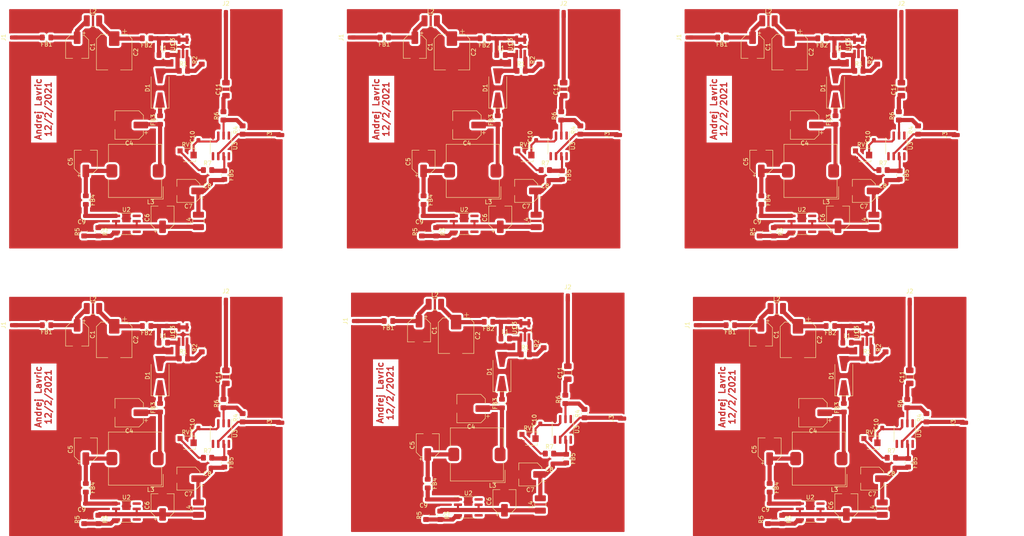
<source format=kicad_pcb>
(kicad_pcb (version 20171130) (host pcbnew 5.1.4+dfsg1-1~bpo10+1)

  (general
    (thickness 1.6)
    (drawings 6)
    (tracks 480)
    (zones 0)
    (modules 210)
    (nets 27)
  )

  (page A4)
  (layers
    (0 F.Cu signal)
    (31 B.Cu signal)
    (32 B.Adhes user)
    (33 F.Adhes user)
    (34 B.Paste user)
    (35 F.Paste user)
    (36 B.SilkS user)
    (37 F.SilkS user)
    (38 B.Mask user)
    (39 F.Mask user)
    (40 Dwgs.User user)
    (41 Cmts.User user)
    (42 Eco1.User user)
    (43 Eco2.User user)
    (44 Edge.Cuts user)
    (45 Margin user)
    (46 B.CrtYd user)
    (47 F.CrtYd user)
    (48 B.Fab user)
    (49 F.Fab user)
  )

  (setup
    (last_trace_width 0.25)
    (user_trace_width 0.5)
    (user_trace_width 0.8)
    (user_trace_width 1)
    (trace_clearance 0.2)
    (zone_clearance 0.5)
    (zone_45_only no)
    (trace_min 0.2)
    (via_size 0.8)
    (via_drill 0.4)
    (via_min_size 0.4)
    (via_min_drill 0.3)
    (uvia_size 0.3)
    (uvia_drill 0.1)
    (uvias_allowed no)
    (uvia_min_size 0.2)
    (uvia_min_drill 0.1)
    (edge_width 0.05)
    (segment_width 0.2)
    (pcb_text_width 0.3)
    (pcb_text_size 1.5 1.5)
    (mod_edge_width 0.12)
    (mod_text_size 1 1)
    (mod_text_width 0.15)
    (pad_size 1.524 1.524)
    (pad_drill 0.762)
    (pad_to_mask_clearance 0)
    (aux_axis_origin 0 0)
    (visible_elements FFFFFF7F)
    (pcbplotparams
      (layerselection 0x010fc_ffffffff)
      (usegerberextensions false)
      (usegerberattributes true)
      (usegerberadvancedattributes true)
      (creategerberjobfile true)
      (excludeedgelayer true)
      (linewidth 0.100000)
      (plotframeref false)
      (viasonmask false)
      (mode 1)
      (useauxorigin false)
      (hpglpennumber 1)
      (hpglpenspeed 20)
      (hpglpendiameter 15.000000)
      (psnegative false)
      (psa4output false)
      (plotreference true)
      (plotvalue true)
      (plotinvisibletext false)
      (padsonsilk false)
      (subtractmaskfromsilk false)
      (outputformat 1)
      (mirror false)
      (drillshape 1)
      (scaleselection 1)
      (outputdirectory ""))
  )

  (net 0 "")
  (net 1 GND)
  (net 2 "Net-(C1-Pad1)")
  (net 3 "Net-(C2-Pad1)")
  (net 4 "Net-(C3-Pad1)")
  (net 5 "Net-(C4-Pad1)")
  (net 6 "Net-(C5-Pad1)")
  (net 7 "Net-(C6-Pad1)")
  (net 8 "Net-(C7-Pad1)")
  (net 9 "Net-(C9-Pad1)")
  (net 10 "Net-(C10-Pad1)")
  (net 11 "Net-(D1-Pad2)")
  (net 12 "Net-(D1-Pad1)")
  (net 13 "Net-(FB1-Pad2)")
  (net 14 "Net-(FB5-Pad1)")
  (net 15 "Net-(R1-Pad2)")
  (net 16 "Net-(R3-Pad2)")
  (net 17 "Net-(R4-Pad2)")
  (net 18 "Net-(R7-Pad1)")
  (net 19 "Net-(U2-Pad8)")
  (net 20 "Net-(U2-Pad5)")
  (net 21 "Net-(U3-Pad8)")
  (net 22 "Net-(U3-Pad5)")
  (net 23 "Net-(U3-Pad1)")
  (net 24 "Net-(C11-Pad2)")
  (net 25 "Net-(C11-Pad1)")
  (net 26 "Net-(J3-Pad1)")

  (net_class Default "This is the default net class."
    (clearance 0.2)
    (trace_width 0.25)
    (via_dia 0.8)
    (via_drill 0.4)
    (uvia_dia 0.3)
    (uvia_drill 0.1)
    (add_net GND)
    (add_net "Net-(C1-Pad1)")
    (add_net "Net-(C10-Pad1)")
    (add_net "Net-(C11-Pad1)")
    (add_net "Net-(C11-Pad2)")
    (add_net "Net-(C2-Pad1)")
    (add_net "Net-(C3-Pad1)")
    (add_net "Net-(C4-Pad1)")
    (add_net "Net-(C5-Pad1)")
    (add_net "Net-(C6-Pad1)")
    (add_net "Net-(C7-Pad1)")
    (add_net "Net-(C9-Pad1)")
    (add_net "Net-(D1-Pad1)")
    (add_net "Net-(D1-Pad2)")
    (add_net "Net-(FB1-Pad2)")
    (add_net "Net-(FB5-Pad1)")
    (add_net "Net-(J3-Pad1)")
    (add_net "Net-(R1-Pad2)")
    (add_net "Net-(R3-Pad2)")
    (add_net "Net-(R4-Pad2)")
    (add_net "Net-(R7-Pad1)")
    (add_net "Net-(U2-Pad5)")
    (add_net "Net-(U2-Pad8)")
    (add_net "Net-(U3-Pad1)")
    (add_net "Net-(U3-Pad5)")
    (add_net "Net-(U3-Pad8)")
  )

  (module Inductor_SMD:L_0805_2012Metric_Pad1.15x1.40mm_HandSolder (layer F.Cu) (tedit 5F68FEF0) (tstamp 60266053)
    (at 223.975 136.6 180)
    (descr "Inductor SMD 0805 (2012 Metric), square (rectangular) end terminal, IPC_7351 nominal with elongated pad for handsoldering. (Body size source: https://docs.google.com/spreadsheets/d/1BsfQQcO9C6DZCsRaXUlFlo91Tg2WpOkGARC1WS5S8t0/edit?usp=sharing), generated with kicad-footprint-generator")
    (tags "inductor handsolder")
    (path /601B09E1)
    (attr smd)
    (fp_text reference FB1 (at 0 -1.65) (layer F.SilkS)
      (effects (font (size 1 1) (thickness 0.15)))
    )
    (fp_text value Ferrite_Bead (at 0 1.65) (layer F.Fab)
      (effects (font (size 1 1) (thickness 0.15)))
    )
    (fp_line (start 1.85 0.95) (end -1.85 0.95) (layer F.CrtYd) (width 0.05))
    (fp_line (start 1.85 -0.95) (end 1.85 0.95) (layer F.CrtYd) (width 0.05))
    (fp_line (start -1.85 -0.95) (end 1.85 -0.95) (layer F.CrtYd) (width 0.05))
    (fp_line (start -1.85 0.95) (end -1.85 -0.95) (layer F.CrtYd) (width 0.05))
    (fp_line (start -0.261252 0.71) (end 0.261252 0.71) (layer F.SilkS) (width 0.12))
    (fp_line (start -0.261252 -0.71) (end 0.261252 -0.71) (layer F.SilkS) (width 0.12))
    (fp_line (start 1 0.6) (end -1 0.6) (layer F.Fab) (width 0.1))
    (fp_line (start 1 -0.6) (end 1 0.6) (layer F.Fab) (width 0.1))
    (fp_line (start -1 -0.6) (end 1 -0.6) (layer F.Fab) (width 0.1))
    (fp_line (start -1 0.6) (end -1 -0.6) (layer F.Fab) (width 0.1))
    (fp_text user %R (at 0 0) (layer F.Fab)
      (effects (font (size 0.5 0.5) (thickness 0.08)))
    )
    (pad 1 smd roundrect (at -1.025 0 180) (size 1.15 1.4) (layers F.Cu F.Paste F.Mask) (roundrect_rratio 0.217391))
    (pad 2 smd roundrect (at 1.025 0 180) (size 1.15 1.4) (layers F.Cu F.Paste F.Mask) (roundrect_rratio 0.217391))
    (model ${KISYS3DMOD}/Inductor_SMD.3dshapes/L_0805_2012Metric.wrl
      (at (xyz 0 0 0))
      (scale (xyz 1 1 1))
      (rotate (xyz 0 0 0))
    )
  )

  (module Diode_SMD:D_SMA-SMB_Universal_Handsoldering (layer F.Cu) (tedit 5864381A) (tstamp 60266038)
    (at 251.2 148.7 90)
    (descr "Diode, Universal, SMA (DO-214AC) or SMB (DO-214AA), Handsoldering,")
    (tags "Diode Universal SMA (DO-214AC) SMB (DO-214AA) Handsoldering ")
    (path /601F84B8)
    (attr smd)
    (fp_text reference D1 (at 0 -3 90) (layer F.SilkS)
      (effects (font (size 1 1) (thickness 0.15)))
    )
    (fp_text value SK24A (at 0 3.1 90) (layer F.Fab)
      (effects (font (size 1 1) (thickness 0.15)))
    )
    (fp_line (start -4.85 -2.15) (end 2.7 -2.15) (layer F.SilkS) (width 0.12))
    (fp_line (start -4.85 2.15) (end 2.7 2.15) (layer F.SilkS) (width 0.12))
    (fp_line (start -0.64944 0.00102) (end 0.50118 -0.79908) (layer F.Fab) (width 0.1))
    (fp_line (start -0.64944 0.00102) (end 0.50118 0.75032) (layer F.Fab) (width 0.1))
    (fp_line (start 0.50118 0.75032) (end 0.50118 -0.79908) (layer F.Fab) (width 0.1))
    (fp_line (start -0.64944 -0.79908) (end -0.64944 0.80112) (layer F.Fab) (width 0.1))
    (fp_line (start 0.50118 0.00102) (end 1.4994 0.00102) (layer F.Fab) (width 0.1))
    (fp_line (start -0.64944 0.00102) (end -1.55114 0.00102) (layer F.Fab) (width 0.1))
    (fp_line (start -4.95 2.25) (end -4.95 -2.25) (layer F.CrtYd) (width 0.05))
    (fp_line (start 4.95 2.25) (end -4.95 2.25) (layer F.CrtYd) (width 0.05))
    (fp_line (start 4.95 -2.25) (end 4.95 2.25) (layer F.CrtYd) (width 0.05))
    (fp_line (start -4.95 -2.25) (end 4.95 -2.25) (layer F.CrtYd) (width 0.05))
    (fp_line (start 2.3 -1.5) (end -2.3 -1.5) (layer F.Fab) (width 0.1))
    (fp_line (start 2.3 -1.5) (end 2.3 1.5) (layer F.Fab) (width 0.1))
    (fp_line (start -2.3 1.5) (end -2.3 -1.5) (layer F.Fab) (width 0.1))
    (fp_line (start 2.3 1.5) (end -2.3 1.5) (layer F.Fab) (width 0.1))
    (fp_line (start 2.3 -2) (end -2.3 -2) (layer F.Fab) (width 0.1))
    (fp_line (start 2.3 -2) (end 2.3 2) (layer F.Fab) (width 0.1))
    (fp_line (start -2.3 2) (end -2.3 -2) (layer F.Fab) (width 0.1))
    (fp_line (start 2.3 2) (end -2.3 2) (layer F.Fab) (width 0.1))
    (fp_line (start -4.85 -2.15) (end -4.85 2.15) (layer F.SilkS) (width 0.12))
    (fp_text user %R (at 0 -3 90) (layer F.Fab)
      (effects (font (size 1 1) (thickness 0.15)))
    )
    (pad 1 smd trapezoid (at -2.9 0 90) (size 3.6 1.7) (rect_delta 0.6 0 ) (layers F.Cu F.Paste F.Mask))
    (pad 2 smd trapezoid (at 2.9 0 270) (size 3.6 1.7) (rect_delta 0.6 0 ) (layers F.Cu F.Paste F.Mask))
    (model ${KISYS3DMOD}/Diode_SMD.3dshapes/D_SMB.wrl
      (at (xyz 0 0 0))
      (scale (xyz 1 1 1))
      (rotate (xyz 0 0 0))
    )
  )

  (module Resistor_SMD:R_0805_2012Metric_Pad1.20x1.40mm_HandSolder (layer F.Cu) (tedit 5F68FEEE) (tstamp 60266028)
    (at 233 183.2 90)
    (descr "Resistor SMD 0805 (2012 Metric), square (rectangular) end terminal, IPC_7351 nominal with elongated pad for handsoldering. (Body size source: IPC-SM-782 page 72, https://www.pcb-3d.com/wordpress/wp-content/uploads/ipc-sm-782a_amendment_1_and_2.pdf), generated with kicad-footprint-generator")
    (tags "resistor handsolder")
    (path /60255837)
    (attr smd)
    (fp_text reference R5 (at 0 -1.65 90) (layer F.SilkS)
      (effects (font (size 1 1) (thickness 0.15)))
    )
    (fp_text value R (at 0 1.65 90) (layer F.Fab)
      (effects (font (size 1 1) (thickness 0.15)))
    )
    (fp_line (start 1.85 0.95) (end -1.85 0.95) (layer F.CrtYd) (width 0.05))
    (fp_line (start 1.85 -0.95) (end 1.85 0.95) (layer F.CrtYd) (width 0.05))
    (fp_line (start -1.85 -0.95) (end 1.85 -0.95) (layer F.CrtYd) (width 0.05))
    (fp_line (start -1.85 0.95) (end -1.85 -0.95) (layer F.CrtYd) (width 0.05))
    (fp_line (start -0.227064 0.735) (end 0.227064 0.735) (layer F.SilkS) (width 0.12))
    (fp_line (start -0.227064 -0.735) (end 0.227064 -0.735) (layer F.SilkS) (width 0.12))
    (fp_line (start 1 0.625) (end -1 0.625) (layer F.Fab) (width 0.1))
    (fp_line (start 1 -0.625) (end 1 0.625) (layer F.Fab) (width 0.1))
    (fp_line (start -1 -0.625) (end 1 -0.625) (layer F.Fab) (width 0.1))
    (fp_line (start -1 0.625) (end -1 -0.625) (layer F.Fab) (width 0.1))
    (fp_text user %R (at 0 0 90) (layer F.Fab)
      (effects (font (size 0.5 0.5) (thickness 0.08)))
    )
    (pad 1 smd roundrect (at -1 0 90) (size 1.2 1.4) (layers F.Cu F.Paste F.Mask) (roundrect_rratio 0.208333))
    (pad 2 smd roundrect (at 1 0 90) (size 1.2 1.4) (layers F.Cu F.Paste F.Mask) (roundrect_rratio 0.208333))
    (model ${KISYS3DMOD}/Resistor_SMD.3dshapes/R_0805_2012Metric.wrl
      (at (xyz 0 0 0))
      (scale (xyz 1 1 1))
      (rotate (xyz 0 0 0))
    )
  )

  (module Resistor_SMD:R_0805_2012Metric_Pad1.20x1.40mm_HandSolder (layer F.Cu) (tedit 5F68FEEE) (tstamp 60266018)
    (at 266.4 155.4 90)
    (descr "Resistor SMD 0805 (2012 Metric), square (rectangular) end terminal, IPC_7351 nominal with elongated pad for handsoldering. (Body size source: IPC-SM-782 page 72, https://www.pcb-3d.com/wordpress/wp-content/uploads/ipc-sm-782a_amendment_1_and_2.pdf), generated with kicad-footprint-generator")
    (tags "resistor handsolder")
    (path /60255FB2)
    (attr smd)
    (fp_text reference R6 (at 0 -1.65 90) (layer F.SilkS)
      (effects (font (size 1 1) (thickness 0.15)))
    )
    (fp_text value R (at 0 1.65 90) (layer F.Fab)
      (effects (font (size 1 1) (thickness 0.15)))
    )
    (fp_line (start 1.85 0.95) (end -1.85 0.95) (layer F.CrtYd) (width 0.05))
    (fp_line (start 1.85 -0.95) (end 1.85 0.95) (layer F.CrtYd) (width 0.05))
    (fp_line (start -1.85 -0.95) (end 1.85 -0.95) (layer F.CrtYd) (width 0.05))
    (fp_line (start -1.85 0.95) (end -1.85 -0.95) (layer F.CrtYd) (width 0.05))
    (fp_line (start -0.227064 0.735) (end 0.227064 0.735) (layer F.SilkS) (width 0.12))
    (fp_line (start -0.227064 -0.735) (end 0.227064 -0.735) (layer F.SilkS) (width 0.12))
    (fp_line (start 1 0.625) (end -1 0.625) (layer F.Fab) (width 0.1))
    (fp_line (start 1 -0.625) (end 1 0.625) (layer F.Fab) (width 0.1))
    (fp_line (start -1 -0.625) (end 1 -0.625) (layer F.Fab) (width 0.1))
    (fp_line (start -1 0.625) (end -1 -0.625) (layer F.Fab) (width 0.1))
    (fp_text user %R (at 0 0 90) (layer F.Fab)
      (effects (font (size 0.5 0.5) (thickness 0.08)))
    )
    (pad 1 smd roundrect (at -1 0 90) (size 1.2 1.4) (layers F.Cu F.Paste F.Mask) (roundrect_rratio 0.208333))
    (pad 2 smd roundrect (at 1 0 90) (size 1.2 1.4) (layers F.Cu F.Paste F.Mask) (roundrect_rratio 0.208333))
    (model ${KISYS3DMOD}/Resistor_SMD.3dshapes/R_0805_2012Metric.wrl
      (at (xyz 0 0 0))
      (scale (xyz 1 1 1))
      (rotate (xyz 0 0 0))
    )
  )

  (module Resistor_SMD:R_0805_2012Metric_Pad1.20x1.40mm_HandSolder (layer F.Cu) (tedit 5F68FEEE) (tstamp 60266008)
    (at 236.4 183.2 270)
    (descr "Resistor SMD 0805 (2012 Metric), square (rectangular) end terminal, IPC_7351 nominal with elongated pad for handsoldering. (Body size source: IPC-SM-782 page 72, https://www.pcb-3d.com/wordpress/wp-content/uploads/ipc-sm-782a_amendment_1_and_2.pdf), generated with kicad-footprint-generator")
    (tags "resistor handsolder")
    (path /602552D1)
    (attr smd)
    (fp_text reference R3 (at 0 -1.65 90) (layer F.SilkS)
      (effects (font (size 1 1) (thickness 0.15)))
    )
    (fp_text value R (at 0 1.65 90) (layer F.Fab)
      (effects (font (size 1 1) (thickness 0.15)))
    )
    (fp_line (start 1.85 0.95) (end -1.85 0.95) (layer F.CrtYd) (width 0.05))
    (fp_line (start 1.85 -0.95) (end 1.85 0.95) (layer F.CrtYd) (width 0.05))
    (fp_line (start -1.85 -0.95) (end 1.85 -0.95) (layer F.CrtYd) (width 0.05))
    (fp_line (start -1.85 0.95) (end -1.85 -0.95) (layer F.CrtYd) (width 0.05))
    (fp_line (start -0.227064 0.735) (end 0.227064 0.735) (layer F.SilkS) (width 0.12))
    (fp_line (start -0.227064 -0.735) (end 0.227064 -0.735) (layer F.SilkS) (width 0.12))
    (fp_line (start 1 0.625) (end -1 0.625) (layer F.Fab) (width 0.1))
    (fp_line (start 1 -0.625) (end 1 0.625) (layer F.Fab) (width 0.1))
    (fp_line (start -1 -0.625) (end 1 -0.625) (layer F.Fab) (width 0.1))
    (fp_line (start -1 0.625) (end -1 -0.625) (layer F.Fab) (width 0.1))
    (fp_text user %R (at 0 0 90) (layer F.Fab)
      (effects (font (size 0.5 0.5) (thickness 0.08)))
    )
    (pad 1 smd roundrect (at -1 0 270) (size 1.2 1.4) (layers F.Cu F.Paste F.Mask) (roundrect_rratio 0.208333))
    (pad 2 smd roundrect (at 1 0 270) (size 1.2 1.4) (layers F.Cu F.Paste F.Mask) (roundrect_rratio 0.208333))
    (model ${KISYS3DMOD}/Resistor_SMD.3dshapes/R_0805_2012Metric.wrl
      (at (xyz 0 0 0))
      (scale (xyz 1 1 1))
      (rotate (xyz 0 0 0))
    )
  )

  (module Potentiometer_SMD:Potentiometer_Bourns_TC33X_Vertical (layer F.Cu) (tedit 5C165D15) (tstamp 60265FEE)
    (at 257.8 164.8)
    (descr "Potentiometer, Bourns, TC33X, Vertical, https://www.bourns.com/pdfs/TC33.pdf")
    (tags "Potentiometer Bourns TC33X Vertical")
    (path /602819F3)
    (attr smd)
    (fp_text reference RV1 (at 0 -2.5) (layer F.SilkS)
      (effects (font (size 1 1) (thickness 0.15)))
    )
    (fp_text value R_POT (at 0 2.5) (layer F.Fab)
      (effects (font (size 1 1) (thickness 0.15)))
    )
    (fp_circle (center 0 0) (end 1.8 0) (layer Dwgs.User) (width 0.05))
    (fp_line (start -2.65 1.85) (end -2.65 -1.85) (layer F.CrtYd) (width 0.05))
    (fp_line (start 2.45 1.85) (end -2.65 1.85) (layer F.CrtYd) (width 0.05))
    (fp_line (start 2.45 -1.85) (end 2.45 1.85) (layer F.CrtYd) (width 0.05))
    (fp_line (start -2.65 -1.85) (end 2.45 -1.85) (layer F.CrtYd) (width 0.05))
    (fp_line (start -2.6 -1.8) (end -2.6 -1.1) (layer F.SilkS) (width 0.12))
    (fp_line (start -1.9 -1.8) (end -2.6 -1.8) (layer F.SilkS) (width 0.12))
    (fp_line (start 1.9 1.6) (end 1.9 1) (layer F.SilkS) (width 0.12))
    (fp_line (start -1 1.6) (end 1.9 1.6) (layer F.SilkS) (width 0.12))
    (fp_line (start 1.9 -1.6) (end 1.9 -1) (layer F.SilkS) (width 0.12))
    (fp_line (start -1 -1.6) (end 1.9 -1.6) (layer F.SilkS) (width 0.12))
    (fp_line (start -2.1 -0.2) (end -2.1 0.2) (layer F.SilkS) (width 0.12))
    (fp_line (start -1.25 -1.5) (end -2 -0.75) (layer F.Fab) (width 0.1))
    (fp_line (start 1.8 -1.5) (end -1.25 -1.5) (layer F.Fab) (width 0.1))
    (fp_line (start 1.8 1.5) (end 1.8 -1.5) (layer F.Fab) (width 0.1))
    (fp_line (start -2 1.5) (end 1.8 1.5) (layer F.Fab) (width 0.1))
    (fp_line (start -2 -0.75) (end -2 1.5) (layer F.Fab) (width 0.1))
    (fp_circle (center 0 0) (end 1.5 0) (layer F.Fab) (width 0.1))
    (fp_text user %R (at 0 0) (layer F.Fab)
      (effects (font (size 0.7 0.7) (thickness 0.105)))
    )
    (fp_text user "Wiper may be\nanywhere within\ncircle shown" (at -0.15 -0.8) (layer Cmts.User)
      (effects (font (size 0.15 0.15) (thickness 0.02)))
    )
    (pad 1 smd rect (at -1.8 -1) (size 1.2 1.2) (layers F.Cu F.Paste F.Mask))
    (pad 3 smd rect (at -1.8 1) (size 1.2 1.2) (layers F.Cu F.Paste F.Mask))
    (pad 2 smd rect (at 1.45 0) (size 1.5 1.6) (layers F.Cu F.Paste F.Mask))
    (model ${KISYS3DMOD}/Potentiometer_SMD.3dshapes/Potentiometer_Bourns_TC33X_Vertical.wrl
      (at (xyz 0 0 0))
      (scale (xyz 1 1 1))
      (rotate (xyz 0 0 0))
    )
  )

  (module Resistor_SMD:R_0805_2012Metric_Pad1.20x1.40mm_HandSolder (layer F.Cu) (tedit 5F68FEEE) (tstamp 60265FDD)
    (at 261.2 142 90)
    (descr "Resistor SMD 0805 (2012 Metric), square (rectangular) end terminal, IPC_7351 nominal with elongated pad for handsoldering. (Body size source: IPC-SM-782 page 72, https://www.pcb-3d.com/wordpress/wp-content/uploads/ipc-sm-782a_amendment_1_and_2.pdf), generated with kicad-footprint-generator")
    (tags "resistor handsolder")
    (path /60255DC8)
    (attr smd)
    (fp_text reference R2 (at 0 -1.65 90) (layer F.SilkS)
      (effects (font (size 1 1) (thickness 0.15)))
    )
    (fp_text value R (at 0 1.65 90) (layer F.Fab)
      (effects (font (size 1 1) (thickness 0.15)))
    )
    (fp_line (start 1.85 0.95) (end -1.85 0.95) (layer F.CrtYd) (width 0.05))
    (fp_line (start 1.85 -0.95) (end 1.85 0.95) (layer F.CrtYd) (width 0.05))
    (fp_line (start -1.85 -0.95) (end 1.85 -0.95) (layer F.CrtYd) (width 0.05))
    (fp_line (start -1.85 0.95) (end -1.85 -0.95) (layer F.CrtYd) (width 0.05))
    (fp_line (start -0.227064 0.735) (end 0.227064 0.735) (layer F.SilkS) (width 0.12))
    (fp_line (start -0.227064 -0.735) (end 0.227064 -0.735) (layer F.SilkS) (width 0.12))
    (fp_line (start 1 0.625) (end -1 0.625) (layer F.Fab) (width 0.1))
    (fp_line (start 1 -0.625) (end 1 0.625) (layer F.Fab) (width 0.1))
    (fp_line (start -1 -0.625) (end 1 -0.625) (layer F.Fab) (width 0.1))
    (fp_line (start -1 0.625) (end -1 -0.625) (layer F.Fab) (width 0.1))
    (fp_text user %R (at 0 0 90) (layer F.Fab)
      (effects (font (size 0.5 0.5) (thickness 0.08)))
    )
    (pad 1 smd roundrect (at -1 0 90) (size 1.2 1.4) (layers F.Cu F.Paste F.Mask) (roundrect_rratio 0.208333))
    (pad 2 smd roundrect (at 1 0 90) (size 1.2 1.4) (layers F.Cu F.Paste F.Mask) (roundrect_rratio 0.208333))
    (model ${KISYS3DMOD}/Resistor_SMD.3dshapes/R_0805_2012Metric.wrl
      (at (xyz 0 0 0))
      (scale (xyz 1 1 1))
      (rotate (xyz 0 0 0))
    )
  )

  (module Inductor_SMD:L_0805_2012Metric_Pad1.15x1.40mm_HandSolder (layer F.Cu) (tedit 5F68FEF0) (tstamp 60265FCD)
    (at 247.975 136.8 180)
    (descr "Inductor SMD 0805 (2012 Metric), square (rectangular) end terminal, IPC_7351 nominal with elongated pad for handsoldering. (Body size source: https://docs.google.com/spreadsheets/d/1BsfQQcO9C6DZCsRaXUlFlo91Tg2WpOkGARC1WS5S8t0/edit?usp=sharing), generated with kicad-footprint-generator")
    (tags "inductor handsolder")
    (path /601B1D11)
    (attr smd)
    (fp_text reference FB2 (at 0 -1.65) (layer F.SilkS)
      (effects (font (size 1 1) (thickness 0.15)))
    )
    (fp_text value Ferrite_Bead (at 0 1.65) (layer F.Fab)
      (effects (font (size 1 1) (thickness 0.15)))
    )
    (fp_line (start 1.85 0.95) (end -1.85 0.95) (layer F.CrtYd) (width 0.05))
    (fp_line (start 1.85 -0.95) (end 1.85 0.95) (layer F.CrtYd) (width 0.05))
    (fp_line (start -1.85 -0.95) (end 1.85 -0.95) (layer F.CrtYd) (width 0.05))
    (fp_line (start -1.85 0.95) (end -1.85 -0.95) (layer F.CrtYd) (width 0.05))
    (fp_line (start -0.261252 0.71) (end 0.261252 0.71) (layer F.SilkS) (width 0.12))
    (fp_line (start -0.261252 -0.71) (end 0.261252 -0.71) (layer F.SilkS) (width 0.12))
    (fp_line (start 1 0.6) (end -1 0.6) (layer F.Fab) (width 0.1))
    (fp_line (start 1 -0.6) (end 1 0.6) (layer F.Fab) (width 0.1))
    (fp_line (start -1 -0.6) (end 1 -0.6) (layer F.Fab) (width 0.1))
    (fp_line (start -1 0.6) (end -1 -0.6) (layer F.Fab) (width 0.1))
    (fp_text user %R (at 0 0) (layer F.Fab)
      (effects (font (size 0.5 0.5) (thickness 0.08)))
    )
    (pad 1 smd roundrect (at -1.025 0 180) (size 1.15 1.4) (layers F.Cu F.Paste F.Mask) (roundrect_rratio 0.217391))
    (pad 2 smd roundrect (at 1.025 0 180) (size 1.15 1.4) (layers F.Cu F.Paste F.Mask) (roundrect_rratio 0.217391))
    (model ${KISYS3DMOD}/Inductor_SMD.3dshapes/L_0805_2012Metric.wrl
      (at (xyz 0 0 0))
      (scale (xyz 1 1 1))
      (rotate (xyz 0 0 0))
    )
  )

  (module Inductor_SMD:L_0805_2012Metric_Pad1.15x1.40mm_HandSolder (layer F.Cu) (tedit 5F68FEF0) (tstamp 60265FBC)
    (at 251.975 140.8)
    (descr "Inductor SMD 0805 (2012 Metric), square (rectangular) end terminal, IPC_7351 nominal with elongated pad for handsoldering. (Body size source: https://docs.google.com/spreadsheets/d/1BsfQQcO9C6DZCsRaXUlFlo91Tg2WpOkGARC1WS5S8t0/edit?usp=sharing), generated with kicad-footprint-generator")
    (tags "inductor handsolder")
    (path /601BB18D)
    (attr smd)
    (fp_text reference L1 (at 0 -1.65) (layer F.SilkS)
      (effects (font (size 1 1) (thickness 0.15)))
    )
    (fp_text value 10u (at 0 1.65) (layer F.Fab)
      (effects (font (size 1 1) (thickness 0.15)))
    )
    (fp_line (start 1.85 0.95) (end -1.85 0.95) (layer F.CrtYd) (width 0.05))
    (fp_line (start 1.85 -0.95) (end 1.85 0.95) (layer F.CrtYd) (width 0.05))
    (fp_line (start -1.85 -0.95) (end 1.85 -0.95) (layer F.CrtYd) (width 0.05))
    (fp_line (start -1.85 0.95) (end -1.85 -0.95) (layer F.CrtYd) (width 0.05))
    (fp_line (start -0.261252 0.71) (end 0.261252 0.71) (layer F.SilkS) (width 0.12))
    (fp_line (start -0.261252 -0.71) (end 0.261252 -0.71) (layer F.SilkS) (width 0.12))
    (fp_line (start 1 0.6) (end -1 0.6) (layer F.Fab) (width 0.1))
    (fp_line (start 1 -0.6) (end 1 0.6) (layer F.Fab) (width 0.1))
    (fp_line (start -1 -0.6) (end 1 -0.6) (layer F.Fab) (width 0.1))
    (fp_line (start -1 0.6) (end -1 -0.6) (layer F.Fab) (width 0.1))
    (fp_text user %R (at 0 0) (layer F.Fab)
      (effects (font (size 0.5 0.5) (thickness 0.08)))
    )
    (pad 1 smd roundrect (at -1.025 0) (size 1.15 1.4) (layers F.Cu F.Paste F.Mask) (roundrect_rratio 0.217391))
    (pad 2 smd roundrect (at 1.025 0) (size 1.15 1.4) (layers F.Cu F.Paste F.Mask) (roundrect_rratio 0.217391))
    (model ${KISYS3DMOD}/Inductor_SMD.3dshapes/L_0805_2012Metric.wrl
      (at (xyz 0 0 0))
      (scale (xyz 1 1 1))
      (rotate (xyz 0 0 0))
    )
  )

  (module Resistor_SMD:R_0805_2012Metric_Pad1.20x1.40mm_HandSolder (layer F.Cu) (tedit 5F68FEEE) (tstamp 60265FAC)
    (at 271 158.8 90)
    (descr "Resistor SMD 0805 (2012 Metric), square (rectangular) end terminal, IPC_7351 nominal with elongated pad for handsoldering. (Body size source: IPC-SM-782 page 72, https://www.pcb-3d.com/wordpress/wp-content/uploads/ipc-sm-782a_amendment_1_and_2.pdf), generated with kicad-footprint-generator")
    (tags "resistor handsolder")
    (path /602563ED)
    (attr smd)
    (fp_text reference R4 (at 0 -1.65 90) (layer F.SilkS)
      (effects (font (size 1 1) (thickness 0.15)))
    )
    (fp_text value R (at 0 1.65 90) (layer F.Fab)
      (effects (font (size 1 1) (thickness 0.15)))
    )
    (fp_line (start 1.85 0.95) (end -1.85 0.95) (layer F.CrtYd) (width 0.05))
    (fp_line (start 1.85 -0.95) (end 1.85 0.95) (layer F.CrtYd) (width 0.05))
    (fp_line (start -1.85 -0.95) (end 1.85 -0.95) (layer F.CrtYd) (width 0.05))
    (fp_line (start -1.85 0.95) (end -1.85 -0.95) (layer F.CrtYd) (width 0.05))
    (fp_line (start -0.227064 0.735) (end 0.227064 0.735) (layer F.SilkS) (width 0.12))
    (fp_line (start -0.227064 -0.735) (end 0.227064 -0.735) (layer F.SilkS) (width 0.12))
    (fp_line (start 1 0.625) (end -1 0.625) (layer F.Fab) (width 0.1))
    (fp_line (start 1 -0.625) (end 1 0.625) (layer F.Fab) (width 0.1))
    (fp_line (start -1 -0.625) (end 1 -0.625) (layer F.Fab) (width 0.1))
    (fp_line (start -1 0.625) (end -1 -0.625) (layer F.Fab) (width 0.1))
    (fp_text user %R (at 0 0 90) (layer F.Fab)
      (effects (font (size 0.5 0.5) (thickness 0.08)))
    )
    (pad 1 smd roundrect (at -1 0 90) (size 1.2 1.4) (layers F.Cu F.Paste F.Mask) (roundrect_rratio 0.208333))
    (pad 2 smd roundrect (at 1 0 90) (size 1.2 1.4) (layers F.Cu F.Paste F.Mask) (roundrect_rratio 0.208333))
    (model ${KISYS3DMOD}/Resistor_SMD.3dshapes/R_0805_2012Metric.wrl
      (at (xyz 0 0 0))
      (scale (xyz 1 1 1))
      (rotate (xyz 0 0 0))
    )
  )

  (module Inductor_SMD:L_0805_2012Metric_Pad1.15x1.40mm_HandSolder (layer F.Cu) (tedit 5F68FEF0) (tstamp 60265F9B)
    (at 233.4 175.6 270)
    (descr "Inductor SMD 0805 (2012 Metric), square (rectangular) end terminal, IPC_7351 nominal with elongated pad for handsoldering. (Body size source: https://docs.google.com/spreadsheets/d/1BsfQQcO9C6DZCsRaXUlFlo91Tg2WpOkGARC1WS5S8t0/edit?usp=sharing), generated with kicad-footprint-generator")
    (tags "inductor handsolder")
    (path /601B2852)
    (attr smd)
    (fp_text reference FB4 (at 0 -1.65 90) (layer F.SilkS)
      (effects (font (size 1 1) (thickness 0.15)))
    )
    (fp_text value Ferrite_Bead (at 0 1.65 90) (layer F.Fab)
      (effects (font (size 1 1) (thickness 0.15)))
    )
    (fp_line (start 1.85 0.95) (end -1.85 0.95) (layer F.CrtYd) (width 0.05))
    (fp_line (start 1.85 -0.95) (end 1.85 0.95) (layer F.CrtYd) (width 0.05))
    (fp_line (start -1.85 -0.95) (end 1.85 -0.95) (layer F.CrtYd) (width 0.05))
    (fp_line (start -1.85 0.95) (end -1.85 -0.95) (layer F.CrtYd) (width 0.05))
    (fp_line (start -0.261252 0.71) (end 0.261252 0.71) (layer F.SilkS) (width 0.12))
    (fp_line (start -0.261252 -0.71) (end 0.261252 -0.71) (layer F.SilkS) (width 0.12))
    (fp_line (start 1 0.6) (end -1 0.6) (layer F.Fab) (width 0.1))
    (fp_line (start 1 -0.6) (end 1 0.6) (layer F.Fab) (width 0.1))
    (fp_line (start -1 -0.6) (end 1 -0.6) (layer F.Fab) (width 0.1))
    (fp_line (start -1 0.6) (end -1 -0.6) (layer F.Fab) (width 0.1))
    (fp_text user %R (at 0 0 90) (layer F.Fab)
      (effects (font (size 0.5 0.5) (thickness 0.08)))
    )
    (pad 1 smd roundrect (at -1.025 0 270) (size 1.15 1.4) (layers F.Cu F.Paste F.Mask) (roundrect_rratio 0.217391))
    (pad 2 smd roundrect (at 1.025 0 270) (size 1.15 1.4) (layers F.Cu F.Paste F.Mask) (roundrect_rratio 0.217391))
    (model ${KISYS3DMOD}/Inductor_SMD.3dshapes/L_0805_2012Metric.wrl
      (at (xyz 0 0 0))
      (scale (xyz 1 1 1))
      (rotate (xyz 0 0 0))
    )
  )

  (module Resistor_SMD:R_0805_2012Metric_Pad1.20x1.40mm_HandSolder (layer F.Cu) (tedit 5F68FEEE) (tstamp 60265F8A)
    (at 256.8 144.6)
    (descr "Resistor SMD 0805 (2012 Metric), square (rectangular) end terminal, IPC_7351 nominal with elongated pad for handsoldering. (Body size source: IPC-SM-782 page 72, https://www.pcb-3d.com/wordpress/wp-content/uploads/ipc-sm-782a_amendment_1_and_2.pdf), generated with kicad-footprint-generator")
    (tags "resistor handsolder")
    (path /60255A9C)
    (attr smd)
    (fp_text reference R1 (at 0 -1.65) (layer F.SilkS)
      (effects (font (size 1 1) (thickness 0.15)))
    )
    (fp_text value R (at 0 1.65) (layer F.Fab)
      (effects (font (size 1 1) (thickness 0.15)))
    )
    (fp_line (start 1.85 0.95) (end -1.85 0.95) (layer F.CrtYd) (width 0.05))
    (fp_line (start 1.85 -0.95) (end 1.85 0.95) (layer F.CrtYd) (width 0.05))
    (fp_line (start -1.85 -0.95) (end 1.85 -0.95) (layer F.CrtYd) (width 0.05))
    (fp_line (start -1.85 0.95) (end -1.85 -0.95) (layer F.CrtYd) (width 0.05))
    (fp_line (start -0.227064 0.735) (end 0.227064 0.735) (layer F.SilkS) (width 0.12))
    (fp_line (start -0.227064 -0.735) (end 0.227064 -0.735) (layer F.SilkS) (width 0.12))
    (fp_line (start 1 0.625) (end -1 0.625) (layer F.Fab) (width 0.1))
    (fp_line (start 1 -0.625) (end 1 0.625) (layer F.Fab) (width 0.1))
    (fp_line (start -1 -0.625) (end 1 -0.625) (layer F.Fab) (width 0.1))
    (fp_line (start -1 0.625) (end -1 -0.625) (layer F.Fab) (width 0.1))
    (fp_text user %R (at 0 0) (layer F.Fab)
      (effects (font (size 0.5 0.5) (thickness 0.08)))
    )
    (pad 1 smd roundrect (at -1 0) (size 1.2 1.4) (layers F.Cu F.Paste F.Mask) (roundrect_rratio 0.208333))
    (pad 2 smd roundrect (at 1 0) (size 1.2 1.4) (layers F.Cu F.Paste F.Mask) (roundrect_rratio 0.208333))
    (model ${KISYS3DMOD}/Resistor_SMD.3dshapes/R_0805_2012Metric.wrl
      (at (xyz 0 0 0))
      (scale (xyz 1 1 1))
      (rotate (xyz 0 0 0))
    )
  )

  (module Inductor_SMD:L_0805_2012Metric_Pad1.15x1.40mm_HandSolder (layer F.Cu) (tedit 5F68FEF0) (tstamp 60265F6A)
    (at 266.6 169.6 270)
    (descr "Inductor SMD 0805 (2012 Metric), square (rectangular) end terminal, IPC_7351 nominal with elongated pad for handsoldering. (Body size source: https://docs.google.com/spreadsheets/d/1BsfQQcO9C6DZCsRaXUlFlo91Tg2WpOkGARC1WS5S8t0/edit?usp=sharing), generated with kicad-footprint-generator")
    (tags "inductor handsolder")
    (path /601B2B22)
    (attr smd)
    (fp_text reference FB5 (at 0 -1.65 90) (layer F.SilkS)
      (effects (font (size 1 1) (thickness 0.15)))
    )
    (fp_text value Ferrite_Bead (at 0 1.65 90) (layer F.Fab)
      (effects (font (size 1 1) (thickness 0.15)))
    )
    (fp_line (start 1.85 0.95) (end -1.85 0.95) (layer F.CrtYd) (width 0.05))
    (fp_line (start 1.85 -0.95) (end 1.85 0.95) (layer F.CrtYd) (width 0.05))
    (fp_line (start -1.85 -0.95) (end 1.85 -0.95) (layer F.CrtYd) (width 0.05))
    (fp_line (start -1.85 0.95) (end -1.85 -0.95) (layer F.CrtYd) (width 0.05))
    (fp_line (start -0.261252 0.71) (end 0.261252 0.71) (layer F.SilkS) (width 0.12))
    (fp_line (start -0.261252 -0.71) (end 0.261252 -0.71) (layer F.SilkS) (width 0.12))
    (fp_line (start 1 0.6) (end -1 0.6) (layer F.Fab) (width 0.1))
    (fp_line (start 1 -0.6) (end 1 0.6) (layer F.Fab) (width 0.1))
    (fp_line (start -1 -0.6) (end 1 -0.6) (layer F.Fab) (width 0.1))
    (fp_line (start -1 0.6) (end -1 -0.6) (layer F.Fab) (width 0.1))
    (fp_text user %R (at 0 0 90) (layer F.Fab)
      (effects (font (size 0.5 0.5) (thickness 0.08)))
    )
    (pad 1 smd roundrect (at -1.025 0 270) (size 1.15 1.4) (layers F.Cu F.Paste F.Mask) (roundrect_rratio 0.217391))
    (pad 2 smd roundrect (at 1.025 0 270) (size 1.15 1.4) (layers F.Cu F.Paste F.Mask) (roundrect_rratio 0.217391))
    (model ${KISYS3DMOD}/Inductor_SMD.3dshapes/L_0805_2012Metric.wrl
      (at (xyz 0 0 0))
      (scale (xyz 1 1 1))
      (rotate (xyz 0 0 0))
    )
  )

  (module Inductor_SMD:L_1210_3225Metric_Pad1.42x2.65mm_HandSolder (layer F.Cu) (tedit 5F68FEF0) (tstamp 60265F57)
    (at 235.1125 132.6)
    (descr "Inductor SMD 1210 (3225 Metric), square (rectangular) end terminal, IPC_7351 nominal with elongated pad for handsoldering. (Body size source: http://www.tortai-tech.com/upload/download/2011102023233369053.pdf), generated with kicad-footprint-generator")
    (tags "inductor handsolder")
    (path /601BA615)
    (attr smd)
    (fp_text reference L2 (at 0 -2.28) (layer F.SilkS)
      (effects (font (size 1 1) (thickness 0.15)))
    )
    (fp_text value 47u (at 0 2.28) (layer F.Fab)
      (effects (font (size 1 1) (thickness 0.15)))
    )
    (fp_line (start 2.45 1.58) (end -2.45 1.58) (layer F.CrtYd) (width 0.05))
    (fp_line (start 2.45 -1.58) (end 2.45 1.58) (layer F.CrtYd) (width 0.05))
    (fp_line (start -2.45 -1.58) (end 2.45 -1.58) (layer F.CrtYd) (width 0.05))
    (fp_line (start -2.45 1.58) (end -2.45 -1.58) (layer F.CrtYd) (width 0.05))
    (fp_line (start -0.602064 1.36) (end 0.602064 1.36) (layer F.SilkS) (width 0.12))
    (fp_line (start -0.602064 -1.36) (end 0.602064 -1.36) (layer F.SilkS) (width 0.12))
    (fp_line (start 1.6 1.25) (end -1.6 1.25) (layer F.Fab) (width 0.1))
    (fp_line (start 1.6 -1.25) (end 1.6 1.25) (layer F.Fab) (width 0.1))
    (fp_line (start -1.6 -1.25) (end 1.6 -1.25) (layer F.Fab) (width 0.1))
    (fp_line (start -1.6 1.25) (end -1.6 -1.25) (layer F.Fab) (width 0.1))
    (fp_text user %R (at 0 0) (layer F.Fab)
      (effects (font (size 0.8 0.8) (thickness 0.12)))
    )
    (pad 1 smd roundrect (at -1.4875 0) (size 1.425 2.65) (layers F.Cu F.Paste F.Mask) (roundrect_rratio 0.175439))
    (pad 2 smd roundrect (at 1.4875 0) (size 1.425 2.65) (layers F.Cu F.Paste F.Mask) (roundrect_rratio 0.175439))
    (model ${KISYS3DMOD}/Inductor_SMD.3dshapes/L_1210_3225Metric.wrl
      (at (xyz 0 0 0))
      (scale (xyz 1 1 1))
      (rotate (xyz 0 0 0))
    )
  )

  (module Inductor_SMD:L_1210_3225Metric_Pad1.42x2.65mm_HandSolder (layer F.Cu) (tedit 5F68FEF0) (tstamp 60265F46)
    (at 260.4 180.6 90)
    (descr "Inductor SMD 1210 (3225 Metric), square (rectangular) end terminal, IPC_7351 nominal with elongated pad for handsoldering. (Body size source: http://www.tortai-tech.com/upload/download/2011102023233369053.pdf), generated with kicad-footprint-generator")
    (tags "inductor handsolder")
    (path /601BB544)
    (attr smd)
    (fp_text reference L4 (at 0 -2.28 90) (layer F.SilkS)
      (effects (font (size 1 1) (thickness 0.15)))
    )
    (fp_text value 47u (at 0 2.28 90) (layer F.Fab)
      (effects (font (size 1 1) (thickness 0.15)))
    )
    (fp_line (start 2.45 1.58) (end -2.45 1.58) (layer F.CrtYd) (width 0.05))
    (fp_line (start 2.45 -1.58) (end 2.45 1.58) (layer F.CrtYd) (width 0.05))
    (fp_line (start -2.45 -1.58) (end 2.45 -1.58) (layer F.CrtYd) (width 0.05))
    (fp_line (start -2.45 1.58) (end -2.45 -1.58) (layer F.CrtYd) (width 0.05))
    (fp_line (start -0.602064 1.36) (end 0.602064 1.36) (layer F.SilkS) (width 0.12))
    (fp_line (start -0.602064 -1.36) (end 0.602064 -1.36) (layer F.SilkS) (width 0.12))
    (fp_line (start 1.6 1.25) (end -1.6 1.25) (layer F.Fab) (width 0.1))
    (fp_line (start 1.6 -1.25) (end 1.6 1.25) (layer F.Fab) (width 0.1))
    (fp_line (start -1.6 -1.25) (end 1.6 -1.25) (layer F.Fab) (width 0.1))
    (fp_line (start -1.6 1.25) (end -1.6 -1.25) (layer F.Fab) (width 0.1))
    (fp_text user %R (at 0 0 90) (layer F.Fab)
      (effects (font (size 0.8 0.8) (thickness 0.12)))
    )
    (pad 1 smd roundrect (at -1.4875 0 90) (size 1.425 2.65) (layers F.Cu F.Paste F.Mask) (roundrect_rratio 0.175439))
    (pad 2 smd roundrect (at 1.4875 0 90) (size 1.425 2.65) (layers F.Cu F.Paste F.Mask) (roundrect_rratio 0.175439))
    (model ${KISYS3DMOD}/Inductor_SMD.3dshapes/L_1210_3225Metric.wrl
      (at (xyz 0 0 0))
      (scale (xyz 1 1 1))
      (rotate (xyz 0 0 0))
    )
  )

  (module Package_SO:SOIC-8_3.9x4.9mm_P1.27mm (layer F.Cu) (tedit 5D9F72B1) (tstamp 60265F2D)
    (at 265.8 162.6 270)
    (descr "SOIC, 8 Pin (JEDEC MS-012AA, https://www.analog.com/media/en/package-pcb-resources/package/pkg_pdf/soic_narrow-r/r_8.pdf), generated with kicad-footprint-generator ipc_gullwing_generator.py")
    (tags "SOIC SO")
    (path /601A9DFD)
    (attr smd)
    (fp_text reference U3 (at 0 -3.4 90) (layer F.SilkS)
      (effects (font (size 1 1) (thickness 0.15)))
    )
    (fp_text value OP184 (at 0 3.4 90) (layer F.Fab)
      (effects (font (size 1 1) (thickness 0.15)))
    )
    (fp_line (start 3.7 -2.7) (end -3.7 -2.7) (layer F.CrtYd) (width 0.05))
    (fp_line (start 3.7 2.7) (end 3.7 -2.7) (layer F.CrtYd) (width 0.05))
    (fp_line (start -3.7 2.7) (end 3.7 2.7) (layer F.CrtYd) (width 0.05))
    (fp_line (start -3.7 -2.7) (end -3.7 2.7) (layer F.CrtYd) (width 0.05))
    (fp_line (start -1.95 -1.475) (end -0.975 -2.45) (layer F.Fab) (width 0.1))
    (fp_line (start -1.95 2.45) (end -1.95 -1.475) (layer F.Fab) (width 0.1))
    (fp_line (start 1.95 2.45) (end -1.95 2.45) (layer F.Fab) (width 0.1))
    (fp_line (start 1.95 -2.45) (end 1.95 2.45) (layer F.Fab) (width 0.1))
    (fp_line (start -0.975 -2.45) (end 1.95 -2.45) (layer F.Fab) (width 0.1))
    (fp_line (start 0 -2.56) (end -3.45 -2.56) (layer F.SilkS) (width 0.12))
    (fp_line (start 0 -2.56) (end 1.95 -2.56) (layer F.SilkS) (width 0.12))
    (fp_line (start 0 2.56) (end -1.95 2.56) (layer F.SilkS) (width 0.12))
    (fp_line (start 0 2.56) (end 1.95 2.56) (layer F.SilkS) (width 0.12))
    (fp_text user %R (at 0.2 0 90) (layer F.Fab)
      (effects (font (size 0.98 0.98) (thickness 0.15)))
    )
    (pad 1 smd roundrect (at -2.475 -1.905 270) (size 1.95 0.6) (layers F.Cu F.Paste F.Mask) (roundrect_rratio 0.25))
    (pad 2 smd roundrect (at -2.475 -0.635 270) (size 1.95 0.6) (layers F.Cu F.Paste F.Mask) (roundrect_rratio 0.25))
    (pad 3 smd roundrect (at -2.475 0.635 270) (size 1.95 0.6) (layers F.Cu F.Paste F.Mask) (roundrect_rratio 0.25))
    (pad 4 smd roundrect (at -2.475 1.905 270) (size 1.95 0.6) (layers F.Cu F.Paste F.Mask) (roundrect_rratio 0.25))
    (pad 5 smd roundrect (at 2.475 1.905 270) (size 1.95 0.6) (layers F.Cu F.Paste F.Mask) (roundrect_rratio 0.25))
    (pad 6 smd roundrect (at 2.475 0.635 270) (size 1.95 0.6) (layers F.Cu F.Paste F.Mask) (roundrect_rratio 0.25))
    (pad 7 smd roundrect (at 2.475 -0.635 270) (size 1.95 0.6) (layers F.Cu F.Paste F.Mask) (roundrect_rratio 0.25))
    (pad 8 smd roundrect (at 2.475 -1.905 270) (size 1.95 0.6) (layers F.Cu F.Paste F.Mask) (roundrect_rratio 0.25))
    (model ${KISYS3DMOD}/Package_SO.3dshapes/SOIC-8_3.9x4.9mm_P1.27mm.wrl
      (at (xyz 0 0 0))
      (scale (xyz 1 1 1))
      (rotate (xyz 0 0 0))
    )
  )

  (module Capacitor_SMD:C_1206_3216Metric_Pad1.33x1.80mm_HandSolder (layer F.Cu) (tedit 5F68FEEF) (tstamp 60265F1D)
    (at 267 149 90)
    (descr "Capacitor SMD 1206 (3216 Metric), square (rectangular) end terminal, IPC_7351 nominal with elongated pad for handsoldering. (Body size source: IPC-SM-782 page 76, https://www.pcb-3d.com/wordpress/wp-content/uploads/ipc-sm-782a_amendment_1_and_2.pdf), generated with kicad-footprint-generator")
    (tags "capacitor handsolder")
    (path /60256E3B)
    (attr smd)
    (fp_text reference C11 (at 0 -1.85 90) (layer F.SilkS)
      (effects (font (size 1 1) (thickness 0.15)))
    )
    (fp_text value 10u (at 0 1.85 90) (layer F.Fab)
      (effects (font (size 1 1) (thickness 0.15)))
    )
    (fp_line (start -1.6 0.8) (end -1.6 -0.8) (layer F.Fab) (width 0.1))
    (fp_line (start -1.6 -0.8) (end 1.6 -0.8) (layer F.Fab) (width 0.1))
    (fp_line (start 1.6 -0.8) (end 1.6 0.8) (layer F.Fab) (width 0.1))
    (fp_line (start 1.6 0.8) (end -1.6 0.8) (layer F.Fab) (width 0.1))
    (fp_line (start -0.711252 -0.91) (end 0.711252 -0.91) (layer F.SilkS) (width 0.12))
    (fp_line (start -0.711252 0.91) (end 0.711252 0.91) (layer F.SilkS) (width 0.12))
    (fp_line (start -2.48 1.15) (end -2.48 -1.15) (layer F.CrtYd) (width 0.05))
    (fp_line (start -2.48 -1.15) (end 2.48 -1.15) (layer F.CrtYd) (width 0.05))
    (fp_line (start 2.48 -1.15) (end 2.48 1.15) (layer F.CrtYd) (width 0.05))
    (fp_line (start 2.48 1.15) (end -2.48 1.15) (layer F.CrtYd) (width 0.05))
    (fp_text user %R (at 0 0 90) (layer F.Fab)
      (effects (font (size 0.8 0.8) (thickness 0.12)))
    )
    (pad 1 smd roundrect (at -1.5625 0 90) (size 1.325 1.8) (layers F.Cu F.Paste F.Mask) (roundrect_rratio 0.188679))
    (pad 2 smd roundrect (at 1.5625 0 90) (size 1.325 1.8) (layers F.Cu F.Paste F.Mask) (roundrect_rratio 0.188679))
    (model ${KISYS3DMOD}/Capacitor_SMD.3dshapes/C_1206_3216Metric.wrl
      (at (xyz 0 0 0))
      (scale (xyz 1 1 1))
      (rotate (xyz 0 0 0))
    )
  )

  (module Capacitor_SMD:C_0603_1608Metric_Pad1.08x0.95mm_HandSolder (layer F.Cu) (tedit 5F68FEEF) (tstamp 60265F0C)
    (at 262.5375 170.8 180)
    (descr "Capacitor SMD 0603 (1608 Metric), square (rectangular) end terminal, IPC_7351 nominal with elongated pad for handsoldering. (Body size source: IPC-SM-782 page 76, https://www.pcb-3d.com/wordpress/wp-content/uploads/ipc-sm-782a_amendment_1_and_2.pdf), generated with kicad-footprint-generator")
    (tags "capacitor handsolder")
    (path /601B6170)
    (attr smd)
    (fp_text reference C8 (at 0 -1.43) (layer F.SilkS)
      (effects (font (size 1 1) (thickness 0.15)))
    )
    (fp_text value 100n (at 0 1.43) (layer F.Fab)
      (effects (font (size 1 1) (thickness 0.15)))
    )
    (fp_line (start 1.65 0.73) (end -1.65 0.73) (layer F.CrtYd) (width 0.05))
    (fp_line (start 1.65 -0.73) (end 1.65 0.73) (layer F.CrtYd) (width 0.05))
    (fp_line (start -1.65 -0.73) (end 1.65 -0.73) (layer F.CrtYd) (width 0.05))
    (fp_line (start -1.65 0.73) (end -1.65 -0.73) (layer F.CrtYd) (width 0.05))
    (fp_line (start -0.146267 0.51) (end 0.146267 0.51) (layer F.SilkS) (width 0.12))
    (fp_line (start -0.146267 -0.51) (end 0.146267 -0.51) (layer F.SilkS) (width 0.12))
    (fp_line (start 0.8 0.4) (end -0.8 0.4) (layer F.Fab) (width 0.1))
    (fp_line (start 0.8 -0.4) (end 0.8 0.4) (layer F.Fab) (width 0.1))
    (fp_line (start -0.8 -0.4) (end 0.8 -0.4) (layer F.Fab) (width 0.1))
    (fp_line (start -0.8 0.4) (end -0.8 -0.4) (layer F.Fab) (width 0.1))
    (fp_text user %R (at 0 0) (layer F.Fab)
      (effects (font (size 0.4 0.4) (thickness 0.06)))
    )
    (pad 1 smd roundrect (at -0.8625 0 180) (size 1.075 0.95) (layers F.Cu F.Paste F.Mask) (roundrect_rratio 0.25))
    (pad 2 smd roundrect (at 0.8625 0 180) (size 1.075 0.95) (layers F.Cu F.Paste F.Mask) (roundrect_rratio 0.25))
    (model ${KISYS3DMOD}/Capacitor_SMD.3dshapes/C_0603_1608Metric.wrl
      (at (xyz 0 0 0))
      (scale (xyz 1 1 1))
      (rotate (xyz 0 0 0))
    )
  )

  (module Package_TO_SOT_SMD:TSOT-23-5_HandSoldering (layer F.Cu) (tedit 5A02FF57) (tstamp 60265EF8)
    (at 256.71 138.85 90)
    (descr "5-pin TSOT23 package, http://cds.linear.com/docs/en/packaging/SOT_5_05-08-1635.pdf")
    (tags "TSOT-23-5 Hand-soldering")
    (path /601A975F)
    (attr smd)
    (fp_text reference U1 (at 0 -2.45 90) (layer F.SilkS)
      (effects (font (size 1 1) (thickness 0.15)))
    )
    (fp_text value MIC2288 (at 0 2.5 90) (layer F.Fab)
      (effects (font (size 1 1) (thickness 0.15)))
    )
    (fp_line (start 2.96 1.7) (end -2.96 1.7) (layer F.CrtYd) (width 0.05))
    (fp_line (start 2.96 1.7) (end 2.96 -1.7) (layer F.CrtYd) (width 0.05))
    (fp_line (start -2.96 -1.7) (end -2.96 1.7) (layer F.CrtYd) (width 0.05))
    (fp_line (start -2.96 -1.7) (end 2.96 -1.7) (layer F.CrtYd) (width 0.05))
    (fp_line (start 0.88 -1.45) (end 0.88 1.45) (layer F.Fab) (width 0.1))
    (fp_line (start 0.88 1.45) (end -0.88 1.45) (layer F.Fab) (width 0.1))
    (fp_line (start -0.88 -1) (end -0.88 1.45) (layer F.Fab) (width 0.1))
    (fp_line (start 0.88 -1.45) (end -0.43 -1.45) (layer F.Fab) (width 0.1))
    (fp_line (start -0.88 -1) (end -0.43 -1.45) (layer F.Fab) (width 0.1))
    (fp_line (start 0.88 -1.51) (end -1.55 -1.51) (layer F.SilkS) (width 0.12))
    (fp_line (start -0.88 1.56) (end 0.88 1.56) (layer F.SilkS) (width 0.12))
    (fp_text user %R (at 0 0) (layer F.Fab)
      (effects (font (size 0.5 0.5) (thickness 0.075)))
    )
    (pad 1 smd rect (at -1.71 -0.95 90) (size 2 0.65) (layers F.Cu F.Paste F.Mask))
    (pad 2 smd rect (at -1.71 0 90) (size 2 0.65) (layers F.Cu F.Paste F.Mask))
    (pad 3 smd rect (at -1.71 0.95 90) (size 2 0.65) (layers F.Cu F.Paste F.Mask))
    (pad 4 smd rect (at 1.71 0.95 90) (size 2 0.65) (layers F.Cu F.Paste F.Mask))
    (pad 5 smd rect (at 1.71 -0.95 90) (size 2 0.65) (layers F.Cu F.Paste F.Mask))
    (model ${KISYS3DMOD}/Package_TO_SOT_SMD.3dshapes/TSOT-23-5.wrl
      (at (xyz 0 0 0))
      (scale (xyz 1 1 1))
      (rotate (xyz 0 0 0))
    )
  )

  (module Connector_Wire:SolderWirePad_1x01_SMD_1x2mm (layer F.Cu) (tedit 5DD6EB27) (tstamp 60265EE7)
    (at 267 131)
    (descr "Wire Pad, Square, SMD Pad,  5mm x 10mm,")
    (tags "MesurementPoint Square SMDPad 5mmx10mm ")
    (path /602586CD)
    (attr virtual)
    (fp_text reference J2 (at 0 -2.54) (layer F.SilkS)
      (effects (font (size 1 1) (thickness 0.15)))
    )
    (fp_text value BNC (at 0 2.54) (layer F.Fab)
      (effects (font (size 1 1) (thickness 0.15)))
    )
    (fp_text user %R (at 0 0) (layer F.Fab)
      (effects (font (size 1 1) (thickness 0.15)))
    )
    (fp_line (start 0.63 -1.27) (end -0.63 -1.27) (layer F.CrtYd) (width 0.05))
    (fp_line (start 0.63 1.27) (end 0.63 -1.27) (layer F.CrtYd) (width 0.05))
    (fp_line (start -0.63 1.27) (end 0.63 1.27) (layer F.CrtYd) (width 0.05))
    (fp_line (start -0.63 -1.27) (end -0.63 1.27) (layer F.CrtYd) (width 0.05))
    (fp_line (start -0.63 -1.27) (end 0.63 -1.27) (layer F.Fab) (width 0.1))
    (fp_line (start 0.63 -1.27) (end 0.63 1.27) (layer F.Fab) (width 0.1))
    (fp_line (start 0.63 1.27) (end -0.63 1.27) (layer F.Fab) (width 0.1))
    (fp_line (start -0.63 1.27) (end -0.63 -1.27) (layer F.Fab) (width 0.1))
    (pad 1 smd roundrect (at 0 0) (size 1 2) (layers F.Cu F.Paste F.Mask) (roundrect_rratio 0.25))
  )

  (module Connector_Wire:SolderWirePad_1x01_SMD_1x2mm (layer F.Cu) (tedit 5DD6EB27) (tstamp 60265EDA)
    (at 216.2 136.6 90)
    (descr "Wire Pad, Square, SMD Pad,  5mm x 10mm,")
    (tags "MesurementPoint Square SMDPad 5mmx10mm ")
    (path /602660F9)
    (attr virtual)
    (fp_text reference J1 (at 0 -2.54 90) (layer F.SilkS)
      (effects (font (size 1 1) (thickness 0.15)))
    )
    (fp_text value 5-10V (at 0 2.54 90) (layer F.Fab)
      (effects (font (size 1 1) (thickness 0.15)))
    )
    (fp_text user %R (at 0 0 270) (layer F.Fab)
      (effects (font (size 1 1) (thickness 0.15)))
    )
    (fp_line (start 0.63 -1.27) (end -0.63 -1.27) (layer F.CrtYd) (width 0.05))
    (fp_line (start 0.63 1.27) (end 0.63 -1.27) (layer F.CrtYd) (width 0.05))
    (fp_line (start -0.63 1.27) (end 0.63 1.27) (layer F.CrtYd) (width 0.05))
    (fp_line (start -0.63 -1.27) (end -0.63 1.27) (layer F.CrtYd) (width 0.05))
    (fp_line (start -0.63 -1.27) (end 0.63 -1.27) (layer F.Fab) (width 0.1))
    (fp_line (start 0.63 -1.27) (end 0.63 1.27) (layer F.Fab) (width 0.1))
    (fp_line (start 0.63 1.27) (end -0.63 1.27) (layer F.Fab) (width 0.1))
    (fp_line (start -0.63 1.27) (end -0.63 -1.27) (layer F.Fab) (width 0.1))
    (pad 1 smd roundrect (at 0 0 90) (size 1 2) (layers F.Cu F.Paste F.Mask) (roundrect_rratio 0.25))
  )

  (module Resistor_SMD:R_0805_2012Metric_Pad1.20x1.40mm_HandSolder (layer F.Cu) (tedit 5F68FEEE) (tstamp 60265EC7)
    (at 262.6 168.4)
    (descr "Resistor SMD 0805 (2012 Metric), square (rectangular) end terminal, IPC_7351 nominal with elongated pad for handsoldering. (Body size source: IPC-SM-782 page 72, https://www.pcb-3d.com/wordpress/wp-content/uploads/ipc-sm-782a_amendment_1_and_2.pdf), generated with kicad-footprint-generator")
    (tags "resistor handsolder")
    (path /6025674D)
    (attr smd)
    (fp_text reference R7 (at 0 -1.65) (layer F.SilkS)
      (effects (font (size 1 1) (thickness 0.15)))
    )
    (fp_text value R (at 0 1.65) (layer F.Fab)
      (effects (font (size 1 1) (thickness 0.15)))
    )
    (fp_line (start 1.85 0.95) (end -1.85 0.95) (layer F.CrtYd) (width 0.05))
    (fp_line (start 1.85 -0.95) (end 1.85 0.95) (layer F.CrtYd) (width 0.05))
    (fp_line (start -1.85 -0.95) (end 1.85 -0.95) (layer F.CrtYd) (width 0.05))
    (fp_line (start -1.85 0.95) (end -1.85 -0.95) (layer F.CrtYd) (width 0.05))
    (fp_line (start -0.227064 0.735) (end 0.227064 0.735) (layer F.SilkS) (width 0.12))
    (fp_line (start -0.227064 -0.735) (end 0.227064 -0.735) (layer F.SilkS) (width 0.12))
    (fp_line (start 1 0.625) (end -1 0.625) (layer F.Fab) (width 0.1))
    (fp_line (start 1 -0.625) (end 1 0.625) (layer F.Fab) (width 0.1))
    (fp_line (start -1 -0.625) (end 1 -0.625) (layer F.Fab) (width 0.1))
    (fp_line (start -1 0.625) (end -1 -0.625) (layer F.Fab) (width 0.1))
    (fp_text user %R (at 0 0) (layer F.Fab)
      (effects (font (size 0.5 0.5) (thickness 0.08)))
    )
    (pad 1 smd roundrect (at -1 0) (size 1.2 1.4) (layers F.Cu F.Paste F.Mask) (roundrect_rratio 0.208333))
    (pad 2 smd roundrect (at 1 0) (size 1.2 1.4) (layers F.Cu F.Paste F.Mask) (roundrect_rratio 0.208333))
    (model ${KISYS3DMOD}/Resistor_SMD.3dshapes/R_0805_2012Metric.wrl
      (at (xyz 0 0 0))
      (scale (xyz 1 1 1))
      (rotate (xyz 0 0 0))
    )
  )

  (module Capacitor_SMD:CP_Elec_5x5.4 (layer F.Cu) (tedit 5BCA39CF) (tstamp 60265EA0)
    (at 233.4 166.4 90)
    (descr "SMD capacitor, aluminum electrolytic, Nichicon, 5.0x5.4mm")
    (tags "capacitor electrolytic")
    (path /601B4FC0)
    (attr smd)
    (fp_text reference C5 (at 0 -3.7 90) (layer F.SilkS)
      (effects (font (size 1 1) (thickness 0.15)))
    )
    (fp_text value 10u (at 0 3.7 90) (layer F.Fab)
      (effects (font (size 1 1) (thickness 0.15)))
    )
    (fp_line (start -3.95 1.05) (end -2.9 1.05) (layer F.CrtYd) (width 0.05))
    (fp_line (start -3.95 -1.05) (end -3.95 1.05) (layer F.CrtYd) (width 0.05))
    (fp_line (start -2.9 -1.05) (end -3.95 -1.05) (layer F.CrtYd) (width 0.05))
    (fp_line (start -2.9 1.05) (end -2.9 1.75) (layer F.CrtYd) (width 0.05))
    (fp_line (start -2.9 -1.75) (end -2.9 -1.05) (layer F.CrtYd) (width 0.05))
    (fp_line (start -2.9 -1.75) (end -1.75 -2.9) (layer F.CrtYd) (width 0.05))
    (fp_line (start -2.9 1.75) (end -1.75 2.9) (layer F.CrtYd) (width 0.05))
    (fp_line (start -1.75 -2.9) (end 2.9 -2.9) (layer F.CrtYd) (width 0.05))
    (fp_line (start -1.75 2.9) (end 2.9 2.9) (layer F.CrtYd) (width 0.05))
    (fp_line (start 2.9 1.05) (end 2.9 2.9) (layer F.CrtYd) (width 0.05))
    (fp_line (start 3.95 1.05) (end 2.9 1.05) (layer F.CrtYd) (width 0.05))
    (fp_line (start 3.95 -1.05) (end 3.95 1.05) (layer F.CrtYd) (width 0.05))
    (fp_line (start 2.9 -1.05) (end 3.95 -1.05) (layer F.CrtYd) (width 0.05))
    (fp_line (start 2.9 -2.9) (end 2.9 -1.05) (layer F.CrtYd) (width 0.05))
    (fp_line (start -3.3125 -1.9975) (end -3.3125 -1.3725) (layer F.SilkS) (width 0.12))
    (fp_line (start -3.625 -1.685) (end -3 -1.685) (layer F.SilkS) (width 0.12))
    (fp_line (start -2.76 1.695563) (end -1.695563 2.76) (layer F.SilkS) (width 0.12))
    (fp_line (start -2.76 -1.695563) (end -1.695563 -2.76) (layer F.SilkS) (width 0.12))
    (fp_line (start -2.76 -1.695563) (end -2.76 -1.06) (layer F.SilkS) (width 0.12))
    (fp_line (start -2.76 1.695563) (end -2.76 1.06) (layer F.SilkS) (width 0.12))
    (fp_line (start -1.695563 2.76) (end 2.76 2.76) (layer F.SilkS) (width 0.12))
    (fp_line (start -1.695563 -2.76) (end 2.76 -2.76) (layer F.SilkS) (width 0.12))
    (fp_line (start 2.76 -2.76) (end 2.76 -1.06) (layer F.SilkS) (width 0.12))
    (fp_line (start 2.76 2.76) (end 2.76 1.06) (layer F.SilkS) (width 0.12))
    (fp_line (start -1.783956 -1.45) (end -1.783956 -0.95) (layer F.Fab) (width 0.1))
    (fp_line (start -2.033956 -1.2) (end -1.533956 -1.2) (layer F.Fab) (width 0.1))
    (fp_line (start -2.65 1.65) (end -1.65 2.65) (layer F.Fab) (width 0.1))
    (fp_line (start -2.65 -1.65) (end -1.65 -2.65) (layer F.Fab) (width 0.1))
    (fp_line (start -2.65 -1.65) (end -2.65 1.65) (layer F.Fab) (width 0.1))
    (fp_line (start -1.65 2.65) (end 2.65 2.65) (layer F.Fab) (width 0.1))
    (fp_line (start -1.65 -2.65) (end 2.65 -2.65) (layer F.Fab) (width 0.1))
    (fp_line (start 2.65 -2.65) (end 2.65 2.65) (layer F.Fab) (width 0.1))
    (fp_circle (center 0 0) (end 2.5 0) (layer F.Fab) (width 0.1))
    (fp_text user %R (at 0 0 90) (layer F.Fab)
      (effects (font (size 1 1) (thickness 0.15)))
    )
    (pad 1 smd roundrect (at -2.2 0 90) (size 3 1.6) (layers F.Cu F.Paste F.Mask) (roundrect_rratio 0.15625))
    (pad 2 smd roundrect (at 2.2 0 90) (size 3 1.6) (layers F.Cu F.Paste F.Mask) (roundrect_rratio 0.15625))
    (model ${KISYS3DMOD}/Capacitor_SMD.3dshapes/CP_Elec_5x5.4.wrl
      (at (xyz 0 0 0))
      (scale (xyz 1 1 1))
      (rotate (xyz 0 0 0))
    )
  )

  (module Capacitor_SMD:CP_Elec_5x5.4 (layer F.Cu) (tedit 5BCA39CF) (tstamp 60265E79)
    (at 251.8 179.8 90)
    (descr "SMD capacitor, aluminum electrolytic, Nichicon, 5.0x5.4mm")
    (tags "capacitor electrolytic")
    (path /601B3CEC)
    (attr smd)
    (fp_text reference C6 (at 0 -3.7 90) (layer F.SilkS)
      (effects (font (size 1 1) (thickness 0.15)))
    )
    (fp_text value 10u (at 0 3.7 90) (layer F.Fab)
      (effects (font (size 1 1) (thickness 0.15)))
    )
    (fp_line (start -3.95 1.05) (end -2.9 1.05) (layer F.CrtYd) (width 0.05))
    (fp_line (start -3.95 -1.05) (end -3.95 1.05) (layer F.CrtYd) (width 0.05))
    (fp_line (start -2.9 -1.05) (end -3.95 -1.05) (layer F.CrtYd) (width 0.05))
    (fp_line (start -2.9 1.05) (end -2.9 1.75) (layer F.CrtYd) (width 0.05))
    (fp_line (start -2.9 -1.75) (end -2.9 -1.05) (layer F.CrtYd) (width 0.05))
    (fp_line (start -2.9 -1.75) (end -1.75 -2.9) (layer F.CrtYd) (width 0.05))
    (fp_line (start -2.9 1.75) (end -1.75 2.9) (layer F.CrtYd) (width 0.05))
    (fp_line (start -1.75 -2.9) (end 2.9 -2.9) (layer F.CrtYd) (width 0.05))
    (fp_line (start -1.75 2.9) (end 2.9 2.9) (layer F.CrtYd) (width 0.05))
    (fp_line (start 2.9 1.05) (end 2.9 2.9) (layer F.CrtYd) (width 0.05))
    (fp_line (start 3.95 1.05) (end 2.9 1.05) (layer F.CrtYd) (width 0.05))
    (fp_line (start 3.95 -1.05) (end 3.95 1.05) (layer F.CrtYd) (width 0.05))
    (fp_line (start 2.9 -1.05) (end 3.95 -1.05) (layer F.CrtYd) (width 0.05))
    (fp_line (start 2.9 -2.9) (end 2.9 -1.05) (layer F.CrtYd) (width 0.05))
    (fp_line (start -3.3125 -1.9975) (end -3.3125 -1.3725) (layer F.SilkS) (width 0.12))
    (fp_line (start -3.625 -1.685) (end -3 -1.685) (layer F.SilkS) (width 0.12))
    (fp_line (start -2.76 1.695563) (end -1.695563 2.76) (layer F.SilkS) (width 0.12))
    (fp_line (start -2.76 -1.695563) (end -1.695563 -2.76) (layer F.SilkS) (width 0.12))
    (fp_line (start -2.76 -1.695563) (end -2.76 -1.06) (layer F.SilkS) (width 0.12))
    (fp_line (start -2.76 1.695563) (end -2.76 1.06) (layer F.SilkS) (width 0.12))
    (fp_line (start -1.695563 2.76) (end 2.76 2.76) (layer F.SilkS) (width 0.12))
    (fp_line (start -1.695563 -2.76) (end 2.76 -2.76) (layer F.SilkS) (width 0.12))
    (fp_line (start 2.76 -2.76) (end 2.76 -1.06) (layer F.SilkS) (width 0.12))
    (fp_line (start 2.76 2.76) (end 2.76 1.06) (layer F.SilkS) (width 0.12))
    (fp_line (start -1.783956 -1.45) (end -1.783956 -0.95) (layer F.Fab) (width 0.1))
    (fp_line (start -2.033956 -1.2) (end -1.533956 -1.2) (layer F.Fab) (width 0.1))
    (fp_line (start -2.65 1.65) (end -1.65 2.65) (layer F.Fab) (width 0.1))
    (fp_line (start -2.65 -1.65) (end -1.65 -2.65) (layer F.Fab) (width 0.1))
    (fp_line (start -2.65 -1.65) (end -2.65 1.65) (layer F.Fab) (width 0.1))
    (fp_line (start -1.65 2.65) (end 2.65 2.65) (layer F.Fab) (width 0.1))
    (fp_line (start -1.65 -2.65) (end 2.65 -2.65) (layer F.Fab) (width 0.1))
    (fp_line (start 2.65 -2.65) (end 2.65 2.65) (layer F.Fab) (width 0.1))
    (fp_circle (center 0 0) (end 2.5 0) (layer F.Fab) (width 0.1))
    (fp_text user %R (at 0 0 90) (layer F.Fab)
      (effects (font (size 1 1) (thickness 0.15)))
    )
    (pad 1 smd roundrect (at -2.2 0 90) (size 3 1.6) (layers F.Cu F.Paste F.Mask) (roundrect_rratio 0.15625))
    (pad 2 smd roundrect (at 2.2 0 90) (size 3 1.6) (layers F.Cu F.Paste F.Mask) (roundrect_rratio 0.15625))
    (model ${KISYS3DMOD}/Capacitor_SMD.3dshapes/CP_Elec_5x5.4.wrl
      (at (xyz 0 0 0))
      (scale (xyz 1 1 1))
      (rotate (xyz 0 0 0))
    )
  )

  (module Capacitor_SMD:CP_Elec_5x5.4 (layer F.Cu) (tedit 5BCA39CF) (tstamp 60265E52)
    (at 258 173.4 180)
    (descr "SMD capacitor, aluminum electrolytic, Nichicon, 5.0x5.4mm")
    (tags "capacitor electrolytic")
    (path /601B4055)
    (attr smd)
    (fp_text reference C7 (at 0 -3.7) (layer F.SilkS)
      (effects (font (size 1 1) (thickness 0.15)))
    )
    (fp_text value 10u (at 0 3.7) (layer F.Fab)
      (effects (font (size 1 1) (thickness 0.15)))
    )
    (fp_line (start -3.95 1.05) (end -2.9 1.05) (layer F.CrtYd) (width 0.05))
    (fp_line (start -3.95 -1.05) (end -3.95 1.05) (layer F.CrtYd) (width 0.05))
    (fp_line (start -2.9 -1.05) (end -3.95 -1.05) (layer F.CrtYd) (width 0.05))
    (fp_line (start -2.9 1.05) (end -2.9 1.75) (layer F.CrtYd) (width 0.05))
    (fp_line (start -2.9 -1.75) (end -2.9 -1.05) (layer F.CrtYd) (width 0.05))
    (fp_line (start -2.9 -1.75) (end -1.75 -2.9) (layer F.CrtYd) (width 0.05))
    (fp_line (start -2.9 1.75) (end -1.75 2.9) (layer F.CrtYd) (width 0.05))
    (fp_line (start -1.75 -2.9) (end 2.9 -2.9) (layer F.CrtYd) (width 0.05))
    (fp_line (start -1.75 2.9) (end 2.9 2.9) (layer F.CrtYd) (width 0.05))
    (fp_line (start 2.9 1.05) (end 2.9 2.9) (layer F.CrtYd) (width 0.05))
    (fp_line (start 3.95 1.05) (end 2.9 1.05) (layer F.CrtYd) (width 0.05))
    (fp_line (start 3.95 -1.05) (end 3.95 1.05) (layer F.CrtYd) (width 0.05))
    (fp_line (start 2.9 -1.05) (end 3.95 -1.05) (layer F.CrtYd) (width 0.05))
    (fp_line (start 2.9 -2.9) (end 2.9 -1.05) (layer F.CrtYd) (width 0.05))
    (fp_line (start -3.3125 -1.9975) (end -3.3125 -1.3725) (layer F.SilkS) (width 0.12))
    (fp_line (start -3.625 -1.685) (end -3 -1.685) (layer F.SilkS) (width 0.12))
    (fp_line (start -2.76 1.695563) (end -1.695563 2.76) (layer F.SilkS) (width 0.12))
    (fp_line (start -2.76 -1.695563) (end -1.695563 -2.76) (layer F.SilkS) (width 0.12))
    (fp_line (start -2.76 -1.695563) (end -2.76 -1.06) (layer F.SilkS) (width 0.12))
    (fp_line (start -2.76 1.695563) (end -2.76 1.06) (layer F.SilkS) (width 0.12))
    (fp_line (start -1.695563 2.76) (end 2.76 2.76) (layer F.SilkS) (width 0.12))
    (fp_line (start -1.695563 -2.76) (end 2.76 -2.76) (layer F.SilkS) (width 0.12))
    (fp_line (start 2.76 -2.76) (end 2.76 -1.06) (layer F.SilkS) (width 0.12))
    (fp_line (start 2.76 2.76) (end 2.76 1.06) (layer F.SilkS) (width 0.12))
    (fp_line (start -1.783956 -1.45) (end -1.783956 -0.95) (layer F.Fab) (width 0.1))
    (fp_line (start -2.033956 -1.2) (end -1.533956 -1.2) (layer F.Fab) (width 0.1))
    (fp_line (start -2.65 1.65) (end -1.65 2.65) (layer F.Fab) (width 0.1))
    (fp_line (start -2.65 -1.65) (end -1.65 -2.65) (layer F.Fab) (width 0.1))
    (fp_line (start -2.65 -1.65) (end -2.65 1.65) (layer F.Fab) (width 0.1))
    (fp_line (start -1.65 2.65) (end 2.65 2.65) (layer F.Fab) (width 0.1))
    (fp_line (start -1.65 -2.65) (end 2.65 -2.65) (layer F.Fab) (width 0.1))
    (fp_line (start 2.65 -2.65) (end 2.65 2.65) (layer F.Fab) (width 0.1))
    (fp_circle (center 0 0) (end 2.5 0) (layer F.Fab) (width 0.1))
    (fp_text user %R (at 0 0) (layer F.Fab)
      (effects (font (size 1 1) (thickness 0.15)))
    )
    (pad 1 smd roundrect (at -2.2 0 180) (size 3 1.6) (layers F.Cu F.Paste F.Mask) (roundrect_rratio 0.15625))
    (pad 2 smd roundrect (at 2.2 0 180) (size 3 1.6) (layers F.Cu F.Paste F.Mask) (roundrect_rratio 0.15625))
    (model ${KISYS3DMOD}/Capacitor_SMD.3dshapes/CP_Elec_5x5.4.wrl
      (at (xyz 0 0 0))
      (scale (xyz 1 1 1))
      (rotate (xyz 0 0 0))
    )
  )

  (module Package_SO:SOIC-8_3.9x4.9mm_P1.27mm (layer F.Cu) (tedit 5D9F72B1) (tstamp 60265E37)
    (at 243.125 181.295)
    (descr "SOIC, 8 Pin (JEDEC MS-012AA, https://www.analog.com/media/en/package-pcb-resources/package/pkg_pdf/soic_narrow-r/r_8.pdf), generated with kicad-footprint-generator ipc_gullwing_generator.py")
    (tags "SOIC SO")
    (path /60290741)
    (attr smd)
    (fp_text reference U2 (at 0 -3.4) (layer F.SilkS)
      (effects (font (size 1 1) (thickness 0.15)))
    )
    (fp_text value LM317L_SO8 (at 0 3.4) (layer F.Fab)
      (effects (font (size 1 1) (thickness 0.15)))
    )
    (fp_line (start 3.7 -2.7) (end -3.7 -2.7) (layer F.CrtYd) (width 0.05))
    (fp_line (start 3.7 2.7) (end 3.7 -2.7) (layer F.CrtYd) (width 0.05))
    (fp_line (start -3.7 2.7) (end 3.7 2.7) (layer F.CrtYd) (width 0.05))
    (fp_line (start -3.7 -2.7) (end -3.7 2.7) (layer F.CrtYd) (width 0.05))
    (fp_line (start -1.95 -1.475) (end -0.975 -2.45) (layer F.Fab) (width 0.1))
    (fp_line (start -1.95 2.45) (end -1.95 -1.475) (layer F.Fab) (width 0.1))
    (fp_line (start 1.95 2.45) (end -1.95 2.45) (layer F.Fab) (width 0.1))
    (fp_line (start 1.95 -2.45) (end 1.95 2.45) (layer F.Fab) (width 0.1))
    (fp_line (start -0.975 -2.45) (end 1.95 -2.45) (layer F.Fab) (width 0.1))
    (fp_line (start 0 -2.56) (end -3.45 -2.56) (layer F.SilkS) (width 0.12))
    (fp_line (start 0 -2.56) (end 1.95 -2.56) (layer F.SilkS) (width 0.12))
    (fp_line (start 0 2.56) (end -1.95 2.56) (layer F.SilkS) (width 0.12))
    (fp_line (start 0 2.56) (end 1.95 2.56) (layer F.SilkS) (width 0.12))
    (fp_text user %R (at 0 0) (layer F.Fab)
      (effects (font (size 0.98 0.98) (thickness 0.15)))
    )
    (pad 1 smd roundrect (at -2.475 -1.905) (size 1.95 0.6) (layers F.Cu F.Paste F.Mask) (roundrect_rratio 0.25))
    (pad 2 smd roundrect (at -2.475 -0.635) (size 1.95 0.6) (layers F.Cu F.Paste F.Mask) (roundrect_rratio 0.25))
    (pad 3 smd roundrect (at -2.475 0.635) (size 1.95 0.6) (layers F.Cu F.Paste F.Mask) (roundrect_rratio 0.25))
    (pad 4 smd roundrect (at -2.475 1.905) (size 1.95 0.6) (layers F.Cu F.Paste F.Mask) (roundrect_rratio 0.25))
    (pad 5 smd roundrect (at 2.475 1.905) (size 1.95 0.6) (layers F.Cu F.Paste F.Mask) (roundrect_rratio 0.25))
    (pad 6 smd roundrect (at 2.475 0.635) (size 1.95 0.6) (layers F.Cu F.Paste F.Mask) (roundrect_rratio 0.25))
    (pad 7 smd roundrect (at 2.475 -0.635) (size 1.95 0.6) (layers F.Cu F.Paste F.Mask) (roundrect_rratio 0.25))
    (pad 8 smd roundrect (at 2.475 -1.905) (size 1.95 0.6) (layers F.Cu F.Paste F.Mask) (roundrect_rratio 0.25))
    (model ${KISYS3DMOD}/Package_SO.3dshapes/SOIC-8_3.9x4.9mm_P1.27mm.wrl
      (at (xyz 0 0 0))
      (scale (xyz 1 1 1))
      (rotate (xyz 0 0 0))
    )
  )

  (module Inductor_SMD:L_TDK_SLF12575 (layer F.Cu) (tedit 5C2392AD) (tstamp 60265E17)
    (at 245.2 168.6 180)
    (descr "Inductor, TDK, SLF12575, 12.5mmx12.5mm (Script generated with StandardBox.py) (https://product.tdk.com/info/en/catalog/datasheets/inductor_automotive_power_slf12575-h_en.pdf)")
    (tags "Inductor SLF12575")
    (path /601BBA60)
    (attr smd)
    (fp_text reference L3 (at -3.75 -7.45) (layer F.SilkS)
      (effects (font (size 1 1) (thickness 0.15)))
    )
    (fp_text value 1m (at 0 7.25) (layer F.Fab)
      (effects (font (size 1 1) (thickness 0.15)))
    )
    (fp_line (start -6.5 1.86) (end -6.5 6.5) (layer F.CrtYd) (width 0.05))
    (fp_line (start -7.11 1.86) (end -6.5 1.86) (layer F.CrtYd) (width 0.05))
    (fp_line (start -7.11 -1.86) (end -7.11 1.86) (layer F.CrtYd) (width 0.05))
    (fp_line (start -6.5 -1.86) (end -7.11 -1.86) (layer F.CrtYd) (width 0.05))
    (fp_line (start -6.5 -6.5) (end -6.5 -1.86) (layer F.CrtYd) (width 0.05))
    (fp_line (start -6.5 6.5) (end 6.5 6.5) (layer F.CrtYd) (width 0.05))
    (fp_line (start 6.5 1.86) (end 6.5 6.5) (layer F.CrtYd) (width 0.05))
    (fp_line (start 7.11 1.86) (end 6.5 1.86) (layer F.CrtYd) (width 0.05))
    (fp_line (start 7.11 -1.86) (end 7.11 1.86) (layer F.CrtYd) (width 0.05))
    (fp_line (start 6.5 -1.86) (end 7.11 -1.86) (layer F.CrtYd) (width 0.05))
    (fp_line (start 6.5 -6.5) (end 6.5 -1.86) (layer F.CrtYd) (width 0.05))
    (fp_line (start -6.5 -6.5) (end 6.5 -6.5) (layer F.CrtYd) (width 0.05))
    (fp_line (start -6.37 1.85) (end -6.37 6.37) (layer F.SilkS) (width 0.12))
    (fp_line (start -6.37 -6.37) (end -6.37 -1.85) (layer F.SilkS) (width 0.12))
    (fp_line (start -6.37 6.37) (end 6.37 6.37) (layer F.SilkS) (width 0.12))
    (fp_line (start 6.37 1.85) (end 6.37 6.37) (layer F.SilkS) (width 0.12))
    (fp_line (start 6.37 -6.37) (end 6.37 -1.85) (layer F.SilkS) (width 0.12))
    (fp_line (start -6.37 -6.37) (end 6.37 -6.37) (layer F.SilkS) (width 0.12))
    (fp_line (start -6.75 -6.75) (end -3.75 -6.75) (layer F.SilkS) (width 0.12))
    (fp_line (start -6.75 -3.75) (end -6.75 -6.75) (layer F.SilkS) (width 0.12))
    (fp_line (start -6.25 -5.75) (end -5.75 -6.25) (layer F.Fab) (width 0.1))
    (fp_line (start -6.25 6.25) (end -6.25 -5.75) (layer F.Fab) (width 0.1))
    (fp_line (start 6.25 6.25) (end -6.25 6.25) (layer F.Fab) (width 0.1))
    (fp_line (start 6.25 -6.25) (end 6.25 6.25) (layer F.Fab) (width 0.1))
    (fp_line (start -5.75 -6.25) (end 6.25 -6.25) (layer F.Fab) (width 0.1))
    (fp_text user %R (at 0 0) (layer F.Fab)
      (effects (font (size 1 1) (thickness 0.15)))
    )
    (fp_text user "" (at -49 0.05) (layer F.SilkS)
      (effects (font (size 3 3) (thickness 0.15)))
    )
    (pad 1 smd roundrect (at -5.55 0 180) (size 2.6 3.2) (layers F.Cu F.Paste F.Mask) (roundrect_rratio 0.25))
    (pad 2 smd roundrect (at 5.55 0 180) (size 2.6 3.2) (layers F.Cu F.Paste F.Mask) (roundrect_rratio 0.25))
    (model ${KISYS3DMOD}/Inductor_SMD.3dshapes/L_TDK_SLF12575.wrl
      (at (xyz 0 0 0))
      (scale (xyz 1 1 1))
      (rotate (xyz 0 0 0))
    )
  )

  (module Capacitor_SMD:C_0603_1608Metric_Pad1.08x0.95mm_HandSolder (layer F.Cu) (tedit 5F68FEEF) (tstamp 60265DF1)
    (at 232.4 179.4 180)
    (descr "Capacitor SMD 0603 (1608 Metric), square (rectangular) end terminal, IPC_7351 nominal with elongated pad for handsoldering. (Body size source: IPC-SM-782 page 76, https://www.pcb-3d.com/wordpress/wp-content/uploads/ipc-sm-782a_amendment_1_and_2.pdf), generated with kicad-footprint-generator")
    (tags "capacitor handsolder")
    (path /601B5E7A)
    (attr smd)
    (fp_text reference C9 (at 0 -1.43) (layer F.SilkS)
      (effects (font (size 1 1) (thickness 0.15)))
    )
    (fp_text value 100n (at 0 1.43) (layer F.Fab)
      (effects (font (size 1 1) (thickness 0.15)))
    )
    (fp_line (start 1.65 0.73) (end -1.65 0.73) (layer F.CrtYd) (width 0.05))
    (fp_line (start 1.65 -0.73) (end 1.65 0.73) (layer F.CrtYd) (width 0.05))
    (fp_line (start -1.65 -0.73) (end 1.65 -0.73) (layer F.CrtYd) (width 0.05))
    (fp_line (start -1.65 0.73) (end -1.65 -0.73) (layer F.CrtYd) (width 0.05))
    (fp_line (start -0.146267 0.51) (end 0.146267 0.51) (layer F.SilkS) (width 0.12))
    (fp_line (start -0.146267 -0.51) (end 0.146267 -0.51) (layer F.SilkS) (width 0.12))
    (fp_line (start 0.8 0.4) (end -0.8 0.4) (layer F.Fab) (width 0.1))
    (fp_line (start 0.8 -0.4) (end 0.8 0.4) (layer F.Fab) (width 0.1))
    (fp_line (start -0.8 -0.4) (end 0.8 -0.4) (layer F.Fab) (width 0.1))
    (fp_line (start -0.8 0.4) (end -0.8 -0.4) (layer F.Fab) (width 0.1))
    (fp_text user %R (at 0 0) (layer F.Fab)
      (effects (font (size 0.4 0.4) (thickness 0.06)))
    )
    (pad 1 smd roundrect (at -0.8625 0 180) (size 1.075 0.95) (layers F.Cu F.Paste F.Mask) (roundrect_rratio 0.25))
    (pad 2 smd roundrect (at 0.8625 0 180) (size 1.075 0.95) (layers F.Cu F.Paste F.Mask) (roundrect_rratio 0.25))
    (model ${KISYS3DMOD}/Capacitor_SMD.3dshapes/C_0603_1608Metric.wrl
      (at (xyz 0 0 0))
      (scale (xyz 1 1 1))
      (rotate (xyz 0 0 0))
    )
  )

  (module Inductor_SMD:L_0805_2012Metric_Pad1.15x1.40mm_HandSolder (layer F.Cu) (tedit 5F68FEF0) (tstamp 60265DE1)
    (at 251.2 156.4 90)
    (descr "Inductor SMD 0805 (2012 Metric), square (rectangular) end terminal, IPC_7351 nominal with elongated pad for handsoldering. (Body size source: https://docs.google.com/spreadsheets/d/1BsfQQcO9C6DZCsRaXUlFlo91Tg2WpOkGARC1WS5S8t0/edit?usp=sharing), generated with kicad-footprint-generator")
    (tags "inductor handsolder")
    (path /601B238D)
    (attr smd)
    (fp_text reference FB3 (at 0 -1.65 90) (layer F.SilkS)
      (effects (font (size 1 1) (thickness 0.15)))
    )
    (fp_text value Ferrite_Bead (at 0 1.65 90) (layer F.Fab)
      (effects (font (size 1 1) (thickness 0.15)))
    )
    (fp_line (start 1.85 0.95) (end -1.85 0.95) (layer F.CrtYd) (width 0.05))
    (fp_line (start 1.85 -0.95) (end 1.85 0.95) (layer F.CrtYd) (width 0.05))
    (fp_line (start -1.85 -0.95) (end 1.85 -0.95) (layer F.CrtYd) (width 0.05))
    (fp_line (start -1.85 0.95) (end -1.85 -0.95) (layer F.CrtYd) (width 0.05))
    (fp_line (start -0.261252 0.71) (end 0.261252 0.71) (layer F.SilkS) (width 0.12))
    (fp_line (start -0.261252 -0.71) (end 0.261252 -0.71) (layer F.SilkS) (width 0.12))
    (fp_line (start 1 0.6) (end -1 0.6) (layer F.Fab) (width 0.1))
    (fp_line (start 1 -0.6) (end 1 0.6) (layer F.Fab) (width 0.1))
    (fp_line (start -1 -0.6) (end 1 -0.6) (layer F.Fab) (width 0.1))
    (fp_line (start -1 0.6) (end -1 -0.6) (layer F.Fab) (width 0.1))
    (fp_text user %R (at 0 0 90) (layer F.Fab)
      (effects (font (size 0.5 0.5) (thickness 0.08)))
    )
    (pad 1 smd roundrect (at -1.025 0 90) (size 1.15 1.4) (layers F.Cu F.Paste F.Mask) (roundrect_rratio 0.217391))
    (pad 2 smd roundrect (at 1.025 0 90) (size 1.15 1.4) (layers F.Cu F.Paste F.Mask) (roundrect_rratio 0.217391))
    (model ${KISYS3DMOD}/Inductor_SMD.3dshapes/L_0805_2012Metric.wrl
      (at (xyz 0 0 0))
      (scale (xyz 1 1 1))
      (rotate (xyz 0 0 0))
    )
  )

  (module Capacitor_SMD:C_0603_1608Metric_Pad1.08x0.95mm_HandSolder (layer F.Cu) (tedit 5F68FEEF) (tstamp 60265DC9)
    (at 260.4 160.4 90)
    (descr "Capacitor SMD 0603 (1608 Metric), square (rectangular) end terminal, IPC_7351 nominal with elongated pad for handsoldering. (Body size source: IPC-SM-782 page 76, https://www.pcb-3d.com/wordpress/wp-content/uploads/ipc-sm-782a_amendment_1_and_2.pdf), generated with kicad-footprint-generator")
    (tags "capacitor handsolder")
    (path /601B6614)
    (attr smd)
    (fp_text reference C10 (at 0 -1.43 90) (layer F.SilkS)
      (effects (font (size 1 1) (thickness 0.15)))
    )
    (fp_text value 100n (at 0 1.43 90) (layer F.Fab)
      (effects (font (size 1 1) (thickness 0.15)))
    )
    (fp_line (start 1.65 0.73) (end -1.65 0.73) (layer F.CrtYd) (width 0.05))
    (fp_line (start 1.65 -0.73) (end 1.65 0.73) (layer F.CrtYd) (width 0.05))
    (fp_line (start -1.65 -0.73) (end 1.65 -0.73) (layer F.CrtYd) (width 0.05))
    (fp_line (start -1.65 0.73) (end -1.65 -0.73) (layer F.CrtYd) (width 0.05))
    (fp_line (start -0.146267 0.51) (end 0.146267 0.51) (layer F.SilkS) (width 0.12))
    (fp_line (start -0.146267 -0.51) (end 0.146267 -0.51) (layer F.SilkS) (width 0.12))
    (fp_line (start 0.8 0.4) (end -0.8 0.4) (layer F.Fab) (width 0.1))
    (fp_line (start 0.8 -0.4) (end 0.8 0.4) (layer F.Fab) (width 0.1))
    (fp_line (start -0.8 -0.4) (end 0.8 -0.4) (layer F.Fab) (width 0.1))
    (fp_line (start -0.8 0.4) (end -0.8 -0.4) (layer F.Fab) (width 0.1))
    (fp_text user %R (at 0 0 90) (layer F.Fab)
      (effects (font (size 0.4 0.4) (thickness 0.06)))
    )
    (pad 1 smd roundrect (at -0.8625 0 90) (size 1.075 0.95) (layers F.Cu F.Paste F.Mask) (roundrect_rratio 0.25))
    (pad 2 smd roundrect (at 0.8625 0 90) (size 1.075 0.95) (layers F.Cu F.Paste F.Mask) (roundrect_rratio 0.25))
    (model ${KISYS3DMOD}/Capacitor_SMD.3dshapes/C_0603_1608Metric.wrl
      (at (xyz 0 0 0))
      (scale (xyz 1 1 1))
      (rotate (xyz 0 0 0))
    )
  )

  (module Capacitor_SMD:C_0603_1608Metric_Pad1.08x0.95mm_HandSolder (layer F.Cu) (tedit 5F68FEEF) (tstamp 60265DB9)
    (at 252.8 137.6625 270)
    (descr "Capacitor SMD 0603 (1608 Metric), square (rectangular) end terminal, IPC_7351 nominal with elongated pad for handsoldering. (Body size source: IPC-SM-782 page 76, https://www.pcb-3d.com/wordpress/wp-content/uploads/ipc-sm-782a_amendment_1_and_2.pdf), generated with kicad-footprint-generator")
    (tags "capacitor handsolder")
    (path /601B5309)
    (attr smd)
    (fp_text reference C3 (at 0 -1.43 90) (layer F.SilkS)
      (effects (font (size 1 1) (thickness 0.15)))
    )
    (fp_text value 100n (at 0 1.43 90) (layer F.Fab)
      (effects (font (size 1 1) (thickness 0.15)))
    )
    (fp_line (start 1.65 0.73) (end -1.65 0.73) (layer F.CrtYd) (width 0.05))
    (fp_line (start 1.65 -0.73) (end 1.65 0.73) (layer F.CrtYd) (width 0.05))
    (fp_line (start -1.65 -0.73) (end 1.65 -0.73) (layer F.CrtYd) (width 0.05))
    (fp_line (start -1.65 0.73) (end -1.65 -0.73) (layer F.CrtYd) (width 0.05))
    (fp_line (start -0.146267 0.51) (end 0.146267 0.51) (layer F.SilkS) (width 0.12))
    (fp_line (start -0.146267 -0.51) (end 0.146267 -0.51) (layer F.SilkS) (width 0.12))
    (fp_line (start 0.8 0.4) (end -0.8 0.4) (layer F.Fab) (width 0.1))
    (fp_line (start 0.8 -0.4) (end 0.8 0.4) (layer F.Fab) (width 0.1))
    (fp_line (start -0.8 -0.4) (end 0.8 -0.4) (layer F.Fab) (width 0.1))
    (fp_line (start -0.8 0.4) (end -0.8 -0.4) (layer F.Fab) (width 0.1))
    (fp_text user %R (at -0.1375 0 90) (layer F.Fab)
      (effects (font (size 0.4 0.4) (thickness 0.06)))
    )
    (pad 1 smd roundrect (at -0.8625 0 270) (size 1.075 0.95) (layers F.Cu F.Paste F.Mask) (roundrect_rratio 0.25))
    (pad 2 smd roundrect (at 0.8625 0 270) (size 1.075 0.95) (layers F.Cu F.Paste F.Mask) (roundrect_rratio 0.25))
    (model ${KISYS3DMOD}/Capacitor_SMD.3dshapes/C_0603_1608Metric.wrl
      (at (xyz 0 0 0))
      (scale (xyz 1 1 1))
      (rotate (xyz 0 0 0))
    )
  )

  (module Capacitor_SMD:CP_Elec_5x5.4 (layer F.Cu) (tedit 5BCA39CF) (tstamp 60265D90)
    (at 231.31 138.85 270)
    (descr "SMD capacitor, aluminum electrolytic, Nichicon, 5.0x5.4mm")
    (tags "capacitor electrolytic")
    (path /601B3090)
    (attr smd)
    (fp_text reference C1 (at 0 -3.7 90) (layer F.SilkS)
      (effects (font (size 1 1) (thickness 0.15)))
    )
    (fp_text value 10u (at 0 3.7 90) (layer F.Fab)
      (effects (font (size 1 1) (thickness 0.15)))
    )
    (fp_line (start -3.95 1.05) (end -2.9 1.05) (layer F.CrtYd) (width 0.05))
    (fp_line (start -3.95 -1.05) (end -3.95 1.05) (layer F.CrtYd) (width 0.05))
    (fp_line (start -2.9 -1.05) (end -3.95 -1.05) (layer F.CrtYd) (width 0.05))
    (fp_line (start -2.9 1.05) (end -2.9 1.75) (layer F.CrtYd) (width 0.05))
    (fp_line (start -2.9 -1.75) (end -2.9 -1.05) (layer F.CrtYd) (width 0.05))
    (fp_line (start -2.9 -1.75) (end -1.75 -2.9) (layer F.CrtYd) (width 0.05))
    (fp_line (start -2.9 1.75) (end -1.75 2.9) (layer F.CrtYd) (width 0.05))
    (fp_line (start -1.75 -2.9) (end 2.9 -2.9) (layer F.CrtYd) (width 0.05))
    (fp_line (start -1.75 2.9) (end 2.9 2.9) (layer F.CrtYd) (width 0.05))
    (fp_line (start 2.9 1.05) (end 2.9 2.9) (layer F.CrtYd) (width 0.05))
    (fp_line (start 3.95 1.05) (end 2.9 1.05) (layer F.CrtYd) (width 0.05))
    (fp_line (start 3.95 -1.05) (end 3.95 1.05) (layer F.CrtYd) (width 0.05))
    (fp_line (start 2.9 -1.05) (end 3.95 -1.05) (layer F.CrtYd) (width 0.05))
    (fp_line (start 2.9 -2.9) (end 2.9 -1.05) (layer F.CrtYd) (width 0.05))
    (fp_line (start -3.3125 -1.9975) (end -3.3125 -1.3725) (layer F.SilkS) (width 0.12))
    (fp_line (start -3.625 -1.685) (end -3 -1.685) (layer F.SilkS) (width 0.12))
    (fp_line (start -2.76 1.695563) (end -1.695563 2.76) (layer F.SilkS) (width 0.12))
    (fp_line (start -2.76 -1.695563) (end -1.695563 -2.76) (layer F.SilkS) (width 0.12))
    (fp_line (start -2.76 -1.695563) (end -2.76 -1.06) (layer F.SilkS) (width 0.12))
    (fp_line (start -2.76 1.695563) (end -2.76 1.06) (layer F.SilkS) (width 0.12))
    (fp_line (start -1.695563 2.76) (end 2.76 2.76) (layer F.SilkS) (width 0.12))
    (fp_line (start -1.695563 -2.76) (end 2.76 -2.76) (layer F.SilkS) (width 0.12))
    (fp_line (start 2.76 -2.76) (end 2.76 -1.06) (layer F.SilkS) (width 0.12))
    (fp_line (start 2.76 2.76) (end 2.76 1.06) (layer F.SilkS) (width 0.12))
    (fp_line (start -1.783956 -1.45) (end -1.783956 -0.95) (layer F.Fab) (width 0.1))
    (fp_line (start -2.033956 -1.2) (end -1.533956 -1.2) (layer F.Fab) (width 0.1))
    (fp_line (start -2.65 1.65) (end -1.65 2.65) (layer F.Fab) (width 0.1))
    (fp_line (start -2.65 -1.65) (end -1.65 -2.65) (layer F.Fab) (width 0.1))
    (fp_line (start -2.65 -1.65) (end -2.65 1.65) (layer F.Fab) (width 0.1))
    (fp_line (start -1.65 2.65) (end 2.65 2.65) (layer F.Fab) (width 0.1))
    (fp_line (start -1.65 -2.65) (end 2.65 -2.65) (layer F.Fab) (width 0.1))
    (fp_line (start 2.65 -2.65) (end 2.65 2.65) (layer F.Fab) (width 0.1))
    (fp_circle (center 0 0) (end 2.5 0) (layer F.Fab) (width 0.1))
    (fp_text user %R (at 0 0 90) (layer F.Fab)
      (effects (font (size 1 1) (thickness 0.15)))
    )
    (pad 1 smd roundrect (at -2.2 0 270) (size 3 1.6) (layers F.Cu F.Paste F.Mask) (roundrect_rratio 0.15625))
    (pad 2 smd roundrect (at 2.2 0 270) (size 3 1.6) (layers F.Cu F.Paste F.Mask) (roundrect_rratio 0.15625))
    (model ${KISYS3DMOD}/Capacitor_SMD.3dshapes/CP_Elec_5x5.4.wrl
      (at (xyz 0 0 0))
      (scale (xyz 1 1 1))
      (rotate (xyz 0 0 0))
    )
  )

  (module Capacitor_SMD:CP_Elec_6.3x5.9 (layer F.Cu) (tedit 5BCA39D0) (tstamp 60265D67)
    (at 243.8 157.6 180)
    (descr "SMD capacitor, aluminum electrolytic, Panasonic C6, 6.3x5.9mm")
    (tags "capacitor electrolytic")
    (path /601B46D7)
    (attr smd)
    (fp_text reference C4 (at 0 -4.35) (layer F.SilkS)
      (effects (font (size 1 1) (thickness 0.15)))
    )
    (fp_text value 47u (at 0 4.35) (layer F.Fab)
      (effects (font (size 1 1) (thickness 0.15)))
    )
    (fp_line (start -4.8 1.05) (end -3.55 1.05) (layer F.CrtYd) (width 0.05))
    (fp_line (start -4.8 -1.05) (end -4.8 1.05) (layer F.CrtYd) (width 0.05))
    (fp_line (start -3.55 -1.05) (end -4.8 -1.05) (layer F.CrtYd) (width 0.05))
    (fp_line (start -3.55 1.05) (end -3.55 2.4) (layer F.CrtYd) (width 0.05))
    (fp_line (start -3.55 -2.4) (end -3.55 -1.05) (layer F.CrtYd) (width 0.05))
    (fp_line (start -3.55 -2.4) (end -2.4 -3.55) (layer F.CrtYd) (width 0.05))
    (fp_line (start -3.55 2.4) (end -2.4 3.55) (layer F.CrtYd) (width 0.05))
    (fp_line (start -2.4 -3.55) (end 3.55 -3.55) (layer F.CrtYd) (width 0.05))
    (fp_line (start -2.4 3.55) (end 3.55 3.55) (layer F.CrtYd) (width 0.05))
    (fp_line (start 3.55 1.05) (end 3.55 3.55) (layer F.CrtYd) (width 0.05))
    (fp_line (start 4.8 1.05) (end 3.55 1.05) (layer F.CrtYd) (width 0.05))
    (fp_line (start 4.8 -1.05) (end 4.8 1.05) (layer F.CrtYd) (width 0.05))
    (fp_line (start 3.55 -1.05) (end 4.8 -1.05) (layer F.CrtYd) (width 0.05))
    (fp_line (start 3.55 -3.55) (end 3.55 -1.05) (layer F.CrtYd) (width 0.05))
    (fp_line (start -4.04375 -2.24125) (end -4.04375 -1.45375) (layer F.SilkS) (width 0.12))
    (fp_line (start -4.4375 -1.8475) (end -3.65 -1.8475) (layer F.SilkS) (width 0.12))
    (fp_line (start -3.41 2.345563) (end -2.345563 3.41) (layer F.SilkS) (width 0.12))
    (fp_line (start -3.41 -2.345563) (end -2.345563 -3.41) (layer F.SilkS) (width 0.12))
    (fp_line (start -3.41 -2.345563) (end -3.41 -1.06) (layer F.SilkS) (width 0.12))
    (fp_line (start -3.41 2.345563) (end -3.41 1.06) (layer F.SilkS) (width 0.12))
    (fp_line (start -2.345563 3.41) (end 3.41 3.41) (layer F.SilkS) (width 0.12))
    (fp_line (start -2.345563 -3.41) (end 3.41 -3.41) (layer F.SilkS) (width 0.12))
    (fp_line (start 3.41 -3.41) (end 3.41 -1.06) (layer F.SilkS) (width 0.12))
    (fp_line (start 3.41 3.41) (end 3.41 1.06) (layer F.SilkS) (width 0.12))
    (fp_line (start -2.389838 -1.645) (end -2.389838 -1.015) (layer F.Fab) (width 0.1))
    (fp_line (start -2.704838 -1.33) (end -2.074838 -1.33) (layer F.Fab) (width 0.1))
    (fp_line (start -3.3 2.3) (end -2.3 3.3) (layer F.Fab) (width 0.1))
    (fp_line (start -3.3 -2.3) (end -2.3 -3.3) (layer F.Fab) (width 0.1))
    (fp_line (start -3.3 -2.3) (end -3.3 2.3) (layer F.Fab) (width 0.1))
    (fp_line (start -2.3 3.3) (end 3.3 3.3) (layer F.Fab) (width 0.1))
    (fp_line (start -2.3 -3.3) (end 3.3 -3.3) (layer F.Fab) (width 0.1))
    (fp_line (start 3.3 -3.3) (end 3.3 3.3) (layer F.Fab) (width 0.1))
    (fp_circle (center 0 0) (end 3.15 0) (layer F.Fab) (width 0.1))
    (fp_text user %R (at 0 0) (layer F.Fab)
      (effects (font (size 1 1) (thickness 0.15)))
    )
    (pad 1 smd roundrect (at -2.8 0 180) (size 3.5 1.6) (layers F.Cu F.Paste F.Mask) (roundrect_rratio 0.15625))
    (pad 2 smd roundrect (at 2.8 0 180) (size 3.5 1.6) (layers F.Cu F.Paste F.Mask) (roundrect_rratio 0.15625))
    (model ${KISYS3DMOD}/Capacitor_SMD.3dshapes/CP_Elec_6.3x5.9.wrl
      (at (xyz 0 0 0))
      (scale (xyz 1 1 1))
      (rotate (xyz 0 0 0))
    )
  )

  (module Capacitor_SMD:CP_Elec_8x10 (layer F.Cu) (tedit 5BCA39D0) (tstamp 60265D3A)
    (at 240.2 140.12 270)
    (descr "SMD capacitor, aluminum electrolytic, Nichicon, 8.0x10mm")
    (tags "capacitor electrolytic")
    (path /601B7C83)
    (attr smd)
    (fp_text reference C2 (at 0 -5.2 90) (layer F.SilkS)
      (effects (font (size 1 1) (thickness 0.15)))
    )
    (fp_text value 220u (at 0 5.2 90) (layer F.Fab)
      (effects (font (size 1 1) (thickness 0.15)))
    )
    (fp_line (start -5.25 1.5) (end -4.4 1.5) (layer F.CrtYd) (width 0.05))
    (fp_line (start -5.25 -1.5) (end -5.25 1.5) (layer F.CrtYd) (width 0.05))
    (fp_line (start -4.4 -1.5) (end -5.25 -1.5) (layer F.CrtYd) (width 0.05))
    (fp_line (start -4.4 1.5) (end -4.4 3.25) (layer F.CrtYd) (width 0.05))
    (fp_line (start -4.4 -3.25) (end -4.4 -1.5) (layer F.CrtYd) (width 0.05))
    (fp_line (start -4.4 -3.25) (end -3.25 -4.4) (layer F.CrtYd) (width 0.05))
    (fp_line (start -4.4 3.25) (end -3.25 4.4) (layer F.CrtYd) (width 0.05))
    (fp_line (start -3.25 -4.4) (end 4.4 -4.4) (layer F.CrtYd) (width 0.05))
    (fp_line (start -3.25 4.4) (end 4.4 4.4) (layer F.CrtYd) (width 0.05))
    (fp_line (start 4.4 1.5) (end 4.4 4.4) (layer F.CrtYd) (width 0.05))
    (fp_line (start 5.25 1.5) (end 4.4 1.5) (layer F.CrtYd) (width 0.05))
    (fp_line (start 5.25 -1.5) (end 5.25 1.5) (layer F.CrtYd) (width 0.05))
    (fp_line (start 4.4 -1.5) (end 5.25 -1.5) (layer F.CrtYd) (width 0.05))
    (fp_line (start 4.4 -4.4) (end 4.4 -1.5) (layer F.CrtYd) (width 0.05))
    (fp_line (start -5 -3.01) (end -5 -2.01) (layer F.SilkS) (width 0.12))
    (fp_line (start -5.5 -2.51) (end -4.5 -2.51) (layer F.SilkS) (width 0.12))
    (fp_line (start -4.26 3.195563) (end -3.195563 4.26) (layer F.SilkS) (width 0.12))
    (fp_line (start -4.26 -3.195563) (end -3.195563 -4.26) (layer F.SilkS) (width 0.12))
    (fp_line (start -4.26 -3.195563) (end -4.26 -1.51) (layer F.SilkS) (width 0.12))
    (fp_line (start -4.26 3.195563) (end -4.26 1.51) (layer F.SilkS) (width 0.12))
    (fp_line (start -3.195563 4.26) (end 4.26 4.26) (layer F.SilkS) (width 0.12))
    (fp_line (start -3.195563 -4.26) (end 4.26 -4.26) (layer F.SilkS) (width 0.12))
    (fp_line (start 4.26 -4.26) (end 4.26 -1.51) (layer F.SilkS) (width 0.12))
    (fp_line (start 4.26 4.26) (end 4.26 1.51) (layer F.SilkS) (width 0.12))
    (fp_line (start -3.162278 -1.9) (end -3.162278 -1.1) (layer F.Fab) (width 0.1))
    (fp_line (start -3.562278 -1.5) (end -2.762278 -1.5) (layer F.Fab) (width 0.1))
    (fp_line (start -4.15 3.15) (end -3.15 4.15) (layer F.Fab) (width 0.1))
    (fp_line (start -4.15 -3.15) (end -3.15 -4.15) (layer F.Fab) (width 0.1))
    (fp_line (start -4.15 -3.15) (end -4.15 3.15) (layer F.Fab) (width 0.1))
    (fp_line (start -3.15 4.15) (end 4.15 4.15) (layer F.Fab) (width 0.1))
    (fp_line (start -3.15 -4.15) (end 4.15 -4.15) (layer F.Fab) (width 0.1))
    (fp_line (start 4.15 -4.15) (end 4.15 4.15) (layer F.Fab) (width 0.1))
    (fp_circle (center 0 0) (end 4 0) (layer F.Fab) (width 0.1))
    (fp_text user %R (at 0 0) (layer F.Fab)
      (effects (font (size 1 1) (thickness 0.15)))
    )
    (pad 1 smd roundrect (at -3.25 0 270) (size 3.5 2.5) (layers F.Cu F.Paste F.Mask) (roundrect_rratio 0.1))
    (pad 2 smd roundrect (at 3.25 0 270) (size 3.5 2.5) (layers F.Cu F.Paste F.Mask) (roundrect_rratio 0.1))
    (model ${KISYS3DMOD}/Capacitor_SMD.3dshapes/CP_Elec_8x10.wrl
      (at (xyz 0 0 0))
      (scale (xyz 1 1 1))
      (rotate (xyz 0 0 0))
    )
  )

  (module Connector_Wire:SolderWirePad_1x01_SMD_1x2mm (layer F.Cu) (tedit 5DD6EB27) (tstamp 60265D29)
    (at 280 160 90)
    (descr "Wire Pad, Square, SMD Pad,  5mm x 10mm,")
    (tags "MesurementPoint Square SMDPad 5mmx10mm ")
    (path /60257F39)
    (attr virtual)
    (fp_text reference J3 (at 0 -2.54 90) (layer F.SilkS)
      (effects (font (size 1 1) (thickness 0.15)))
    )
    (fp_text value SMA (at 0 2.54 90) (layer F.Fab)
      (effects (font (size 1 1) (thickness 0.15)))
    )
    (fp_text user %R (at 0 0 90) (layer F.Fab)
      (effects (font (size 1 1) (thickness 0.15)))
    )
    (fp_line (start 0.63 -1.27) (end -0.63 -1.27) (layer F.CrtYd) (width 0.05))
    (fp_line (start 0.63 1.27) (end 0.63 -1.27) (layer F.CrtYd) (width 0.05))
    (fp_line (start -0.63 1.27) (end 0.63 1.27) (layer F.CrtYd) (width 0.05))
    (fp_line (start -0.63 -1.27) (end -0.63 1.27) (layer F.CrtYd) (width 0.05))
    (fp_line (start -0.63 -1.27) (end 0.63 -1.27) (layer F.Fab) (width 0.1))
    (fp_line (start 0.63 -1.27) (end 0.63 1.27) (layer F.Fab) (width 0.1))
    (fp_line (start 0.63 1.27) (end -0.63 1.27) (layer F.Fab) (width 0.1))
    (fp_line (start -0.63 1.27) (end -0.63 -1.27) (layer F.Fab) (width 0.1))
    (pad 1 smd roundrect (at 0 0 90) (size 1 2) (layers F.Cu F.Paste F.Mask) (roundrect_rratio 0.25))
  )

  (module Inductor_SMD:L_0805_2012Metric_Pad1.15x1.40mm_HandSolder (layer F.Cu) (tedit 5F68FEF0) (tstamp 60266053)
    (at 141.975 135.6 180)
    (descr "Inductor SMD 0805 (2012 Metric), square (rectangular) end terminal, IPC_7351 nominal with elongated pad for handsoldering. (Body size source: https://docs.google.com/spreadsheets/d/1BsfQQcO9C6DZCsRaXUlFlo91Tg2WpOkGARC1WS5S8t0/edit?usp=sharing), generated with kicad-footprint-generator")
    (tags "inductor handsolder")
    (path /601B09E1)
    (attr smd)
    (fp_text reference FB1 (at 0 -1.65) (layer F.SilkS)
      (effects (font (size 1 1) (thickness 0.15)))
    )
    (fp_text value Ferrite_Bead (at 0 1.65) (layer F.Fab)
      (effects (font (size 1 1) (thickness 0.15)))
    )
    (fp_line (start 1.85 0.95) (end -1.85 0.95) (layer F.CrtYd) (width 0.05))
    (fp_line (start 1.85 -0.95) (end 1.85 0.95) (layer F.CrtYd) (width 0.05))
    (fp_line (start -1.85 -0.95) (end 1.85 -0.95) (layer F.CrtYd) (width 0.05))
    (fp_line (start -1.85 0.95) (end -1.85 -0.95) (layer F.CrtYd) (width 0.05))
    (fp_line (start -0.261252 0.71) (end 0.261252 0.71) (layer F.SilkS) (width 0.12))
    (fp_line (start -0.261252 -0.71) (end 0.261252 -0.71) (layer F.SilkS) (width 0.12))
    (fp_line (start 1 0.6) (end -1 0.6) (layer F.Fab) (width 0.1))
    (fp_line (start 1 -0.6) (end 1 0.6) (layer F.Fab) (width 0.1))
    (fp_line (start -1 -0.6) (end 1 -0.6) (layer F.Fab) (width 0.1))
    (fp_line (start -1 0.6) (end -1 -0.6) (layer F.Fab) (width 0.1))
    (fp_text user %R (at 0 0) (layer F.Fab)
      (effects (font (size 0.5 0.5) (thickness 0.08)))
    )
    (pad 1 smd roundrect (at -1.025 0 180) (size 1.15 1.4) (layers F.Cu F.Paste F.Mask) (roundrect_rratio 0.217391))
    (pad 2 smd roundrect (at 1.025 0 180) (size 1.15 1.4) (layers F.Cu F.Paste F.Mask) (roundrect_rratio 0.217391))
    (model ${KISYS3DMOD}/Inductor_SMD.3dshapes/L_0805_2012Metric.wrl
      (at (xyz 0 0 0))
      (scale (xyz 1 1 1))
      (rotate (xyz 0 0 0))
    )
  )

  (module Diode_SMD:D_SMA-SMB_Universal_Handsoldering (layer F.Cu) (tedit 5864381A) (tstamp 60266038)
    (at 169.2 147.7 90)
    (descr "Diode, Universal, SMA (DO-214AC) or SMB (DO-214AA), Handsoldering,")
    (tags "Diode Universal SMA (DO-214AC) SMB (DO-214AA) Handsoldering ")
    (path /601F84B8)
    (attr smd)
    (fp_text reference D1 (at 0 -3 90) (layer F.SilkS)
      (effects (font (size 1 1) (thickness 0.15)))
    )
    (fp_text value SK24A (at 0 3.1 90) (layer F.Fab)
      (effects (font (size 1 1) (thickness 0.15)))
    )
    (fp_line (start -4.85 -2.15) (end 2.7 -2.15) (layer F.SilkS) (width 0.12))
    (fp_line (start -4.85 2.15) (end 2.7 2.15) (layer F.SilkS) (width 0.12))
    (fp_line (start -0.64944 0.00102) (end 0.50118 -0.79908) (layer F.Fab) (width 0.1))
    (fp_line (start -0.64944 0.00102) (end 0.50118 0.75032) (layer F.Fab) (width 0.1))
    (fp_line (start 0.50118 0.75032) (end 0.50118 -0.79908) (layer F.Fab) (width 0.1))
    (fp_line (start -0.64944 -0.79908) (end -0.64944 0.80112) (layer F.Fab) (width 0.1))
    (fp_line (start 0.50118 0.00102) (end 1.4994 0.00102) (layer F.Fab) (width 0.1))
    (fp_line (start -0.64944 0.00102) (end -1.55114 0.00102) (layer F.Fab) (width 0.1))
    (fp_line (start -4.95 2.25) (end -4.95 -2.25) (layer F.CrtYd) (width 0.05))
    (fp_line (start 4.95 2.25) (end -4.95 2.25) (layer F.CrtYd) (width 0.05))
    (fp_line (start 4.95 -2.25) (end 4.95 2.25) (layer F.CrtYd) (width 0.05))
    (fp_line (start -4.95 -2.25) (end 4.95 -2.25) (layer F.CrtYd) (width 0.05))
    (fp_line (start 2.3 -1.5) (end -2.3 -1.5) (layer F.Fab) (width 0.1))
    (fp_line (start 2.3 -1.5) (end 2.3 1.5) (layer F.Fab) (width 0.1))
    (fp_line (start -2.3 1.5) (end -2.3 -1.5) (layer F.Fab) (width 0.1))
    (fp_line (start 2.3 1.5) (end -2.3 1.5) (layer F.Fab) (width 0.1))
    (fp_line (start 2.3 -2) (end -2.3 -2) (layer F.Fab) (width 0.1))
    (fp_line (start 2.3 -2) (end 2.3 2) (layer F.Fab) (width 0.1))
    (fp_line (start -2.3 2) (end -2.3 -2) (layer F.Fab) (width 0.1))
    (fp_line (start 2.3 2) (end -2.3 2) (layer F.Fab) (width 0.1))
    (fp_line (start -4.85 -2.15) (end -4.85 2.15) (layer F.SilkS) (width 0.12))
    (fp_text user %R (at 0 -3 90) (layer F.Fab)
      (effects (font (size 1 1) (thickness 0.15)))
    )
    (pad 1 smd trapezoid (at -2.9 0 90) (size 3.6 1.7) (rect_delta 0.6 0 ) (layers F.Cu F.Paste F.Mask))
    (pad 2 smd trapezoid (at 2.9 0 270) (size 3.6 1.7) (rect_delta 0.6 0 ) (layers F.Cu F.Paste F.Mask))
    (model ${KISYS3DMOD}/Diode_SMD.3dshapes/D_SMB.wrl
      (at (xyz 0 0 0))
      (scale (xyz 1 1 1))
      (rotate (xyz 0 0 0))
    )
  )

  (module Resistor_SMD:R_0805_2012Metric_Pad1.20x1.40mm_HandSolder (layer F.Cu) (tedit 5F68FEEE) (tstamp 60266028)
    (at 151 182.2 90)
    (descr "Resistor SMD 0805 (2012 Metric), square (rectangular) end terminal, IPC_7351 nominal with elongated pad for handsoldering. (Body size source: IPC-SM-782 page 72, https://www.pcb-3d.com/wordpress/wp-content/uploads/ipc-sm-782a_amendment_1_and_2.pdf), generated with kicad-footprint-generator")
    (tags "resistor handsolder")
    (path /60255837)
    (attr smd)
    (fp_text reference R5 (at 0 -1.65 90) (layer F.SilkS)
      (effects (font (size 1 1) (thickness 0.15)))
    )
    (fp_text value R (at 0 1.65 90) (layer F.Fab)
      (effects (font (size 1 1) (thickness 0.15)))
    )
    (fp_line (start 1.85 0.95) (end -1.85 0.95) (layer F.CrtYd) (width 0.05))
    (fp_line (start 1.85 -0.95) (end 1.85 0.95) (layer F.CrtYd) (width 0.05))
    (fp_line (start -1.85 -0.95) (end 1.85 -0.95) (layer F.CrtYd) (width 0.05))
    (fp_line (start -1.85 0.95) (end -1.85 -0.95) (layer F.CrtYd) (width 0.05))
    (fp_line (start -0.227064 0.735) (end 0.227064 0.735) (layer F.SilkS) (width 0.12))
    (fp_line (start -0.227064 -0.735) (end 0.227064 -0.735) (layer F.SilkS) (width 0.12))
    (fp_line (start 1 0.625) (end -1 0.625) (layer F.Fab) (width 0.1))
    (fp_line (start 1 -0.625) (end 1 0.625) (layer F.Fab) (width 0.1))
    (fp_line (start -1 -0.625) (end 1 -0.625) (layer F.Fab) (width 0.1))
    (fp_line (start -1 0.625) (end -1 -0.625) (layer F.Fab) (width 0.1))
    (fp_text user %R (at 0 0 90) (layer F.Fab)
      (effects (font (size 0.5 0.5) (thickness 0.08)))
    )
    (pad 1 smd roundrect (at -1 0 90) (size 1.2 1.4) (layers F.Cu F.Paste F.Mask) (roundrect_rratio 0.208333))
    (pad 2 smd roundrect (at 1 0 90) (size 1.2 1.4) (layers F.Cu F.Paste F.Mask) (roundrect_rratio 0.208333))
    (model ${KISYS3DMOD}/Resistor_SMD.3dshapes/R_0805_2012Metric.wrl
      (at (xyz 0 0 0))
      (scale (xyz 1 1 1))
      (rotate (xyz 0 0 0))
    )
  )

  (module Resistor_SMD:R_0805_2012Metric_Pad1.20x1.40mm_HandSolder (layer F.Cu) (tedit 5F68FEEE) (tstamp 60266018)
    (at 184.4 154.4 90)
    (descr "Resistor SMD 0805 (2012 Metric), square (rectangular) end terminal, IPC_7351 nominal with elongated pad for handsoldering. (Body size source: IPC-SM-782 page 72, https://www.pcb-3d.com/wordpress/wp-content/uploads/ipc-sm-782a_amendment_1_and_2.pdf), generated with kicad-footprint-generator")
    (tags "resistor handsolder")
    (path /60255FB2)
    (attr smd)
    (fp_text reference R6 (at 0 -1.65 90) (layer F.SilkS)
      (effects (font (size 1 1) (thickness 0.15)))
    )
    (fp_text value R (at 0 1.65 90) (layer F.Fab)
      (effects (font (size 1 1) (thickness 0.15)))
    )
    (fp_line (start 1.85 0.95) (end -1.85 0.95) (layer F.CrtYd) (width 0.05))
    (fp_line (start 1.85 -0.95) (end 1.85 0.95) (layer F.CrtYd) (width 0.05))
    (fp_line (start -1.85 -0.95) (end 1.85 -0.95) (layer F.CrtYd) (width 0.05))
    (fp_line (start -1.85 0.95) (end -1.85 -0.95) (layer F.CrtYd) (width 0.05))
    (fp_line (start -0.227064 0.735) (end 0.227064 0.735) (layer F.SilkS) (width 0.12))
    (fp_line (start -0.227064 -0.735) (end 0.227064 -0.735) (layer F.SilkS) (width 0.12))
    (fp_line (start 1 0.625) (end -1 0.625) (layer F.Fab) (width 0.1))
    (fp_line (start 1 -0.625) (end 1 0.625) (layer F.Fab) (width 0.1))
    (fp_line (start -1 -0.625) (end 1 -0.625) (layer F.Fab) (width 0.1))
    (fp_line (start -1 0.625) (end -1 -0.625) (layer F.Fab) (width 0.1))
    (fp_text user %R (at 0 0 90) (layer F.Fab)
      (effects (font (size 0.5 0.5) (thickness 0.08)))
    )
    (pad 1 smd roundrect (at -1 0 90) (size 1.2 1.4) (layers F.Cu F.Paste F.Mask) (roundrect_rratio 0.208333))
    (pad 2 smd roundrect (at 1 0 90) (size 1.2 1.4) (layers F.Cu F.Paste F.Mask) (roundrect_rratio 0.208333))
    (model ${KISYS3DMOD}/Resistor_SMD.3dshapes/R_0805_2012Metric.wrl
      (at (xyz 0 0 0))
      (scale (xyz 1 1 1))
      (rotate (xyz 0 0 0))
    )
  )

  (module Resistor_SMD:R_0805_2012Metric_Pad1.20x1.40mm_HandSolder (layer F.Cu) (tedit 5F68FEEE) (tstamp 60266008)
    (at 154.4 182.2 270)
    (descr "Resistor SMD 0805 (2012 Metric), square (rectangular) end terminal, IPC_7351 nominal with elongated pad for handsoldering. (Body size source: IPC-SM-782 page 72, https://www.pcb-3d.com/wordpress/wp-content/uploads/ipc-sm-782a_amendment_1_and_2.pdf), generated with kicad-footprint-generator")
    (tags "resistor handsolder")
    (path /602552D1)
    (attr smd)
    (fp_text reference R3 (at 0 -1.65 90) (layer F.SilkS)
      (effects (font (size 1 1) (thickness 0.15)))
    )
    (fp_text value R (at 0 1.65 90) (layer F.Fab)
      (effects (font (size 1 1) (thickness 0.15)))
    )
    (fp_line (start 1.85 0.95) (end -1.85 0.95) (layer F.CrtYd) (width 0.05))
    (fp_line (start 1.85 -0.95) (end 1.85 0.95) (layer F.CrtYd) (width 0.05))
    (fp_line (start -1.85 -0.95) (end 1.85 -0.95) (layer F.CrtYd) (width 0.05))
    (fp_line (start -1.85 0.95) (end -1.85 -0.95) (layer F.CrtYd) (width 0.05))
    (fp_line (start -0.227064 0.735) (end 0.227064 0.735) (layer F.SilkS) (width 0.12))
    (fp_line (start -0.227064 -0.735) (end 0.227064 -0.735) (layer F.SilkS) (width 0.12))
    (fp_line (start 1 0.625) (end -1 0.625) (layer F.Fab) (width 0.1))
    (fp_line (start 1 -0.625) (end 1 0.625) (layer F.Fab) (width 0.1))
    (fp_line (start -1 -0.625) (end 1 -0.625) (layer F.Fab) (width 0.1))
    (fp_line (start -1 0.625) (end -1 -0.625) (layer F.Fab) (width 0.1))
    (fp_text user %R (at 0 0 90) (layer F.Fab)
      (effects (font (size 0.5 0.5) (thickness 0.08)))
    )
    (pad 1 smd roundrect (at -1 0 270) (size 1.2 1.4) (layers F.Cu F.Paste F.Mask) (roundrect_rratio 0.208333))
    (pad 2 smd roundrect (at 1 0 270) (size 1.2 1.4) (layers F.Cu F.Paste F.Mask) (roundrect_rratio 0.208333))
    (model ${KISYS3DMOD}/Resistor_SMD.3dshapes/R_0805_2012Metric.wrl
      (at (xyz 0 0 0))
      (scale (xyz 1 1 1))
      (rotate (xyz 0 0 0))
    )
  )

  (module Potentiometer_SMD:Potentiometer_Bourns_TC33X_Vertical (layer F.Cu) (tedit 5C165D15) (tstamp 60265FEE)
    (at 175.8 163.8)
    (descr "Potentiometer, Bourns, TC33X, Vertical, https://www.bourns.com/pdfs/TC33.pdf")
    (tags "Potentiometer Bourns TC33X Vertical")
    (path /602819F3)
    (attr smd)
    (fp_text reference RV1 (at 0 -2.5) (layer F.SilkS)
      (effects (font (size 1 1) (thickness 0.15)))
    )
    (fp_text value R_POT (at 0 2.5) (layer F.Fab)
      (effects (font (size 1 1) (thickness 0.15)))
    )
    (fp_circle (center 0 0) (end 1.8 0) (layer Dwgs.User) (width 0.05))
    (fp_line (start -2.65 1.85) (end -2.65 -1.85) (layer F.CrtYd) (width 0.05))
    (fp_line (start 2.45 1.85) (end -2.65 1.85) (layer F.CrtYd) (width 0.05))
    (fp_line (start 2.45 -1.85) (end 2.45 1.85) (layer F.CrtYd) (width 0.05))
    (fp_line (start -2.65 -1.85) (end 2.45 -1.85) (layer F.CrtYd) (width 0.05))
    (fp_line (start -2.6 -1.8) (end -2.6 -1.1) (layer F.SilkS) (width 0.12))
    (fp_line (start -1.9 -1.8) (end -2.6 -1.8) (layer F.SilkS) (width 0.12))
    (fp_line (start 1.9 1.6) (end 1.9 1) (layer F.SilkS) (width 0.12))
    (fp_line (start -1 1.6) (end 1.9 1.6) (layer F.SilkS) (width 0.12))
    (fp_line (start 1.9 -1.6) (end 1.9 -1) (layer F.SilkS) (width 0.12))
    (fp_line (start -1 -1.6) (end 1.9 -1.6) (layer F.SilkS) (width 0.12))
    (fp_line (start -2.1 -0.2) (end -2.1 0.2) (layer F.SilkS) (width 0.12))
    (fp_line (start -1.25 -1.5) (end -2 -0.75) (layer F.Fab) (width 0.1))
    (fp_line (start 1.8 -1.5) (end -1.25 -1.5) (layer F.Fab) (width 0.1))
    (fp_line (start 1.8 1.5) (end 1.8 -1.5) (layer F.Fab) (width 0.1))
    (fp_line (start -2 1.5) (end 1.8 1.5) (layer F.Fab) (width 0.1))
    (fp_line (start -2 -0.75) (end -2 1.5) (layer F.Fab) (width 0.1))
    (fp_circle (center 0 0) (end 1.5 0) (layer F.Fab) (width 0.1))
    (fp_text user %R (at 0 0) (layer F.Fab)
      (effects (font (size 0.7 0.7) (thickness 0.105)))
    )
    (fp_text user "Wiper may be\nanywhere within\ncircle shown" (at -0.15 -0.8) (layer Cmts.User)
      (effects (font (size 0.15 0.15) (thickness 0.02)))
    )
    (pad 1 smd rect (at -1.8 -1) (size 1.2 1.2) (layers F.Cu F.Paste F.Mask))
    (pad 3 smd rect (at -1.8 1) (size 1.2 1.2) (layers F.Cu F.Paste F.Mask))
    (pad 2 smd rect (at 1.45 0) (size 1.5 1.6) (layers F.Cu F.Paste F.Mask))
    (model ${KISYS3DMOD}/Potentiometer_SMD.3dshapes/Potentiometer_Bourns_TC33X_Vertical.wrl
      (at (xyz 0 0 0))
      (scale (xyz 1 1 1))
      (rotate (xyz 0 0 0))
    )
  )

  (module Resistor_SMD:R_0805_2012Metric_Pad1.20x1.40mm_HandSolder (layer F.Cu) (tedit 5F68FEEE) (tstamp 60265FDD)
    (at 179.2 141 90)
    (descr "Resistor SMD 0805 (2012 Metric), square (rectangular) end terminal, IPC_7351 nominal with elongated pad for handsoldering. (Body size source: IPC-SM-782 page 72, https://www.pcb-3d.com/wordpress/wp-content/uploads/ipc-sm-782a_amendment_1_and_2.pdf), generated with kicad-footprint-generator")
    (tags "resistor handsolder")
    (path /60255DC8)
    (attr smd)
    (fp_text reference R2 (at 0 -1.65 90) (layer F.SilkS)
      (effects (font (size 1 1) (thickness 0.15)))
    )
    (fp_text value R (at 0 1.65 90) (layer F.Fab)
      (effects (font (size 1 1) (thickness 0.15)))
    )
    (fp_line (start 1.85 0.95) (end -1.85 0.95) (layer F.CrtYd) (width 0.05))
    (fp_line (start 1.85 -0.95) (end 1.85 0.95) (layer F.CrtYd) (width 0.05))
    (fp_line (start -1.85 -0.95) (end 1.85 -0.95) (layer F.CrtYd) (width 0.05))
    (fp_line (start -1.85 0.95) (end -1.85 -0.95) (layer F.CrtYd) (width 0.05))
    (fp_line (start -0.227064 0.735) (end 0.227064 0.735) (layer F.SilkS) (width 0.12))
    (fp_line (start -0.227064 -0.735) (end 0.227064 -0.735) (layer F.SilkS) (width 0.12))
    (fp_line (start 1 0.625) (end -1 0.625) (layer F.Fab) (width 0.1))
    (fp_line (start 1 -0.625) (end 1 0.625) (layer F.Fab) (width 0.1))
    (fp_line (start -1 -0.625) (end 1 -0.625) (layer F.Fab) (width 0.1))
    (fp_line (start -1 0.625) (end -1 -0.625) (layer F.Fab) (width 0.1))
    (fp_text user %R (at 0 0 90) (layer F.Fab)
      (effects (font (size 0.5 0.5) (thickness 0.08)))
    )
    (pad 1 smd roundrect (at -1 0 90) (size 1.2 1.4) (layers F.Cu F.Paste F.Mask) (roundrect_rratio 0.208333))
    (pad 2 smd roundrect (at 1 0 90) (size 1.2 1.4) (layers F.Cu F.Paste F.Mask) (roundrect_rratio 0.208333))
    (model ${KISYS3DMOD}/Resistor_SMD.3dshapes/R_0805_2012Metric.wrl
      (at (xyz 0 0 0))
      (scale (xyz 1 1 1))
      (rotate (xyz 0 0 0))
    )
  )

  (module Inductor_SMD:L_0805_2012Metric_Pad1.15x1.40mm_HandSolder (layer F.Cu) (tedit 5F68FEF0) (tstamp 60265FCD)
    (at 165.975 135.8 180)
    (descr "Inductor SMD 0805 (2012 Metric), square (rectangular) end terminal, IPC_7351 nominal with elongated pad for handsoldering. (Body size source: https://docs.google.com/spreadsheets/d/1BsfQQcO9C6DZCsRaXUlFlo91Tg2WpOkGARC1WS5S8t0/edit?usp=sharing), generated with kicad-footprint-generator")
    (tags "inductor handsolder")
    (path /601B1D11)
    (attr smd)
    (fp_text reference FB2 (at 0 -1.65) (layer F.SilkS)
      (effects (font (size 1 1) (thickness 0.15)))
    )
    (fp_text value Ferrite_Bead (at 0 1.65) (layer F.Fab)
      (effects (font (size 1 1) (thickness 0.15)))
    )
    (fp_line (start 1.85 0.95) (end -1.85 0.95) (layer F.CrtYd) (width 0.05))
    (fp_line (start 1.85 -0.95) (end 1.85 0.95) (layer F.CrtYd) (width 0.05))
    (fp_line (start -1.85 -0.95) (end 1.85 -0.95) (layer F.CrtYd) (width 0.05))
    (fp_line (start -1.85 0.95) (end -1.85 -0.95) (layer F.CrtYd) (width 0.05))
    (fp_line (start -0.261252 0.71) (end 0.261252 0.71) (layer F.SilkS) (width 0.12))
    (fp_line (start -0.261252 -0.71) (end 0.261252 -0.71) (layer F.SilkS) (width 0.12))
    (fp_line (start 1 0.6) (end -1 0.6) (layer F.Fab) (width 0.1))
    (fp_line (start 1 -0.6) (end 1 0.6) (layer F.Fab) (width 0.1))
    (fp_line (start -1 -0.6) (end 1 -0.6) (layer F.Fab) (width 0.1))
    (fp_line (start -1 0.6) (end -1 -0.6) (layer F.Fab) (width 0.1))
    (fp_text user %R (at 0 0) (layer F.Fab)
      (effects (font (size 0.5 0.5) (thickness 0.08)))
    )
    (pad 1 smd roundrect (at -1.025 0 180) (size 1.15 1.4) (layers F.Cu F.Paste F.Mask) (roundrect_rratio 0.217391))
    (pad 2 smd roundrect (at 1.025 0 180) (size 1.15 1.4) (layers F.Cu F.Paste F.Mask) (roundrect_rratio 0.217391))
    (model ${KISYS3DMOD}/Inductor_SMD.3dshapes/L_0805_2012Metric.wrl
      (at (xyz 0 0 0))
      (scale (xyz 1 1 1))
      (rotate (xyz 0 0 0))
    )
  )

  (module Inductor_SMD:L_0805_2012Metric_Pad1.15x1.40mm_HandSolder (layer F.Cu) (tedit 5F68FEF0) (tstamp 60265FBC)
    (at 169.975 139.8)
    (descr "Inductor SMD 0805 (2012 Metric), square (rectangular) end terminal, IPC_7351 nominal with elongated pad for handsoldering. (Body size source: https://docs.google.com/spreadsheets/d/1BsfQQcO9C6DZCsRaXUlFlo91Tg2WpOkGARC1WS5S8t0/edit?usp=sharing), generated with kicad-footprint-generator")
    (tags "inductor handsolder")
    (path /601BB18D)
    (attr smd)
    (fp_text reference L1 (at 0 -1.65) (layer F.SilkS)
      (effects (font (size 1 1) (thickness 0.15)))
    )
    (fp_text value 10u (at 0 1.65) (layer F.Fab)
      (effects (font (size 1 1) (thickness 0.15)))
    )
    (fp_line (start 1.85 0.95) (end -1.85 0.95) (layer F.CrtYd) (width 0.05))
    (fp_line (start 1.85 -0.95) (end 1.85 0.95) (layer F.CrtYd) (width 0.05))
    (fp_line (start -1.85 -0.95) (end 1.85 -0.95) (layer F.CrtYd) (width 0.05))
    (fp_line (start -1.85 0.95) (end -1.85 -0.95) (layer F.CrtYd) (width 0.05))
    (fp_line (start -0.261252 0.71) (end 0.261252 0.71) (layer F.SilkS) (width 0.12))
    (fp_line (start -0.261252 -0.71) (end 0.261252 -0.71) (layer F.SilkS) (width 0.12))
    (fp_line (start 1 0.6) (end -1 0.6) (layer F.Fab) (width 0.1))
    (fp_line (start 1 -0.6) (end 1 0.6) (layer F.Fab) (width 0.1))
    (fp_line (start -1 -0.6) (end 1 -0.6) (layer F.Fab) (width 0.1))
    (fp_line (start -1 0.6) (end -1 -0.6) (layer F.Fab) (width 0.1))
    (fp_text user %R (at 0 0) (layer F.Fab)
      (effects (font (size 0.5 0.5) (thickness 0.08)))
    )
    (pad 1 smd roundrect (at -1.025 0) (size 1.15 1.4) (layers F.Cu F.Paste F.Mask) (roundrect_rratio 0.217391))
    (pad 2 smd roundrect (at 1.025 0) (size 1.15 1.4) (layers F.Cu F.Paste F.Mask) (roundrect_rratio 0.217391))
    (model ${KISYS3DMOD}/Inductor_SMD.3dshapes/L_0805_2012Metric.wrl
      (at (xyz 0 0 0))
      (scale (xyz 1 1 1))
      (rotate (xyz 0 0 0))
    )
  )

  (module Resistor_SMD:R_0805_2012Metric_Pad1.20x1.40mm_HandSolder (layer F.Cu) (tedit 5F68FEEE) (tstamp 60265FAC)
    (at 189 157.8 90)
    (descr "Resistor SMD 0805 (2012 Metric), square (rectangular) end terminal, IPC_7351 nominal with elongated pad for handsoldering. (Body size source: IPC-SM-782 page 72, https://www.pcb-3d.com/wordpress/wp-content/uploads/ipc-sm-782a_amendment_1_and_2.pdf), generated with kicad-footprint-generator")
    (tags "resistor handsolder")
    (path /602563ED)
    (attr smd)
    (fp_text reference R4 (at 0 -1.65 90) (layer F.SilkS)
      (effects (font (size 1 1) (thickness 0.15)))
    )
    (fp_text value R (at 0 1.65 90) (layer F.Fab)
      (effects (font (size 1 1) (thickness 0.15)))
    )
    (fp_line (start 1.85 0.95) (end -1.85 0.95) (layer F.CrtYd) (width 0.05))
    (fp_line (start 1.85 -0.95) (end 1.85 0.95) (layer F.CrtYd) (width 0.05))
    (fp_line (start -1.85 -0.95) (end 1.85 -0.95) (layer F.CrtYd) (width 0.05))
    (fp_line (start -1.85 0.95) (end -1.85 -0.95) (layer F.CrtYd) (width 0.05))
    (fp_line (start -0.227064 0.735) (end 0.227064 0.735) (layer F.SilkS) (width 0.12))
    (fp_line (start -0.227064 -0.735) (end 0.227064 -0.735) (layer F.SilkS) (width 0.12))
    (fp_line (start 1 0.625) (end -1 0.625) (layer F.Fab) (width 0.1))
    (fp_line (start 1 -0.625) (end 1 0.625) (layer F.Fab) (width 0.1))
    (fp_line (start -1 -0.625) (end 1 -0.625) (layer F.Fab) (width 0.1))
    (fp_line (start -1 0.625) (end -1 -0.625) (layer F.Fab) (width 0.1))
    (fp_text user %R (at 0 0 90) (layer F.Fab)
      (effects (font (size 0.5 0.5) (thickness 0.08)))
    )
    (pad 1 smd roundrect (at -1 0 90) (size 1.2 1.4) (layers F.Cu F.Paste F.Mask) (roundrect_rratio 0.208333))
    (pad 2 smd roundrect (at 1 0 90) (size 1.2 1.4) (layers F.Cu F.Paste F.Mask) (roundrect_rratio 0.208333))
    (model ${KISYS3DMOD}/Resistor_SMD.3dshapes/R_0805_2012Metric.wrl
      (at (xyz 0 0 0))
      (scale (xyz 1 1 1))
      (rotate (xyz 0 0 0))
    )
  )

  (module Inductor_SMD:L_0805_2012Metric_Pad1.15x1.40mm_HandSolder (layer F.Cu) (tedit 5F68FEF0) (tstamp 60265F9B)
    (at 151.4 174.6 270)
    (descr "Inductor SMD 0805 (2012 Metric), square (rectangular) end terminal, IPC_7351 nominal with elongated pad for handsoldering. (Body size source: https://docs.google.com/spreadsheets/d/1BsfQQcO9C6DZCsRaXUlFlo91Tg2WpOkGARC1WS5S8t0/edit?usp=sharing), generated with kicad-footprint-generator")
    (tags "inductor handsolder")
    (path /601B2852)
    (attr smd)
    (fp_text reference FB4 (at 0 -1.65 90) (layer F.SilkS)
      (effects (font (size 1 1) (thickness 0.15)))
    )
    (fp_text value Ferrite_Bead (at 0 1.65 90) (layer F.Fab)
      (effects (font (size 1 1) (thickness 0.15)))
    )
    (fp_line (start 1.85 0.95) (end -1.85 0.95) (layer F.CrtYd) (width 0.05))
    (fp_line (start 1.85 -0.95) (end 1.85 0.95) (layer F.CrtYd) (width 0.05))
    (fp_line (start -1.85 -0.95) (end 1.85 -0.95) (layer F.CrtYd) (width 0.05))
    (fp_line (start -1.85 0.95) (end -1.85 -0.95) (layer F.CrtYd) (width 0.05))
    (fp_line (start -0.261252 0.71) (end 0.261252 0.71) (layer F.SilkS) (width 0.12))
    (fp_line (start -0.261252 -0.71) (end 0.261252 -0.71) (layer F.SilkS) (width 0.12))
    (fp_line (start 1 0.6) (end -1 0.6) (layer F.Fab) (width 0.1))
    (fp_line (start 1 -0.6) (end 1 0.6) (layer F.Fab) (width 0.1))
    (fp_line (start -1 -0.6) (end 1 -0.6) (layer F.Fab) (width 0.1))
    (fp_line (start -1 0.6) (end -1 -0.6) (layer F.Fab) (width 0.1))
    (fp_text user %R (at 0 0 90) (layer F.Fab)
      (effects (font (size 0.5 0.5) (thickness 0.08)))
    )
    (pad 1 smd roundrect (at -1.025 0 270) (size 1.15 1.4) (layers F.Cu F.Paste F.Mask) (roundrect_rratio 0.217391))
    (pad 2 smd roundrect (at 1.025 0 270) (size 1.15 1.4) (layers F.Cu F.Paste F.Mask) (roundrect_rratio 0.217391))
    (model ${KISYS3DMOD}/Inductor_SMD.3dshapes/L_0805_2012Metric.wrl
      (at (xyz 0 0 0))
      (scale (xyz 1 1 1))
      (rotate (xyz 0 0 0))
    )
  )

  (module Resistor_SMD:R_0805_2012Metric_Pad1.20x1.40mm_HandSolder (layer F.Cu) (tedit 5F68FEEE) (tstamp 60265F8A)
    (at 174.8 143.6)
    (descr "Resistor SMD 0805 (2012 Metric), square (rectangular) end terminal, IPC_7351 nominal with elongated pad for handsoldering. (Body size source: IPC-SM-782 page 72, https://www.pcb-3d.com/wordpress/wp-content/uploads/ipc-sm-782a_amendment_1_and_2.pdf), generated with kicad-footprint-generator")
    (tags "resistor handsolder")
    (path /60255A9C)
    (attr smd)
    (fp_text reference R1 (at 0 -1.65) (layer F.SilkS)
      (effects (font (size 1 1) (thickness 0.15)))
    )
    (fp_text value R (at 0 1.65) (layer F.Fab)
      (effects (font (size 1 1) (thickness 0.15)))
    )
    (fp_line (start 1.85 0.95) (end -1.85 0.95) (layer F.CrtYd) (width 0.05))
    (fp_line (start 1.85 -0.95) (end 1.85 0.95) (layer F.CrtYd) (width 0.05))
    (fp_line (start -1.85 -0.95) (end 1.85 -0.95) (layer F.CrtYd) (width 0.05))
    (fp_line (start -1.85 0.95) (end -1.85 -0.95) (layer F.CrtYd) (width 0.05))
    (fp_line (start -0.227064 0.735) (end 0.227064 0.735) (layer F.SilkS) (width 0.12))
    (fp_line (start -0.227064 -0.735) (end 0.227064 -0.735) (layer F.SilkS) (width 0.12))
    (fp_line (start 1 0.625) (end -1 0.625) (layer F.Fab) (width 0.1))
    (fp_line (start 1 -0.625) (end 1 0.625) (layer F.Fab) (width 0.1))
    (fp_line (start -1 -0.625) (end 1 -0.625) (layer F.Fab) (width 0.1))
    (fp_line (start -1 0.625) (end -1 -0.625) (layer F.Fab) (width 0.1))
    (fp_text user %R (at 0 0) (layer F.Fab)
      (effects (font (size 0.5 0.5) (thickness 0.08)))
    )
    (pad 1 smd roundrect (at -1 0) (size 1.2 1.4) (layers F.Cu F.Paste F.Mask) (roundrect_rratio 0.208333))
    (pad 2 smd roundrect (at 1 0) (size 1.2 1.4) (layers F.Cu F.Paste F.Mask) (roundrect_rratio 0.208333))
    (model ${KISYS3DMOD}/Resistor_SMD.3dshapes/R_0805_2012Metric.wrl
      (at (xyz 0 0 0))
      (scale (xyz 1 1 1))
      (rotate (xyz 0 0 0))
    )
  )

  (module Inductor_SMD:L_0805_2012Metric_Pad1.15x1.40mm_HandSolder (layer F.Cu) (tedit 5F68FEF0) (tstamp 60265F6A)
    (at 184.6 168.6 270)
    (descr "Inductor SMD 0805 (2012 Metric), square (rectangular) end terminal, IPC_7351 nominal with elongated pad for handsoldering. (Body size source: https://docs.google.com/spreadsheets/d/1BsfQQcO9C6DZCsRaXUlFlo91Tg2WpOkGARC1WS5S8t0/edit?usp=sharing), generated with kicad-footprint-generator")
    (tags "inductor handsolder")
    (path /601B2B22)
    (attr smd)
    (fp_text reference FB5 (at 0 -1.65 90) (layer F.SilkS)
      (effects (font (size 1 1) (thickness 0.15)))
    )
    (fp_text value Ferrite_Bead (at 0 1.65 90) (layer F.Fab)
      (effects (font (size 1 1) (thickness 0.15)))
    )
    (fp_line (start 1.85 0.95) (end -1.85 0.95) (layer F.CrtYd) (width 0.05))
    (fp_line (start 1.85 -0.95) (end 1.85 0.95) (layer F.CrtYd) (width 0.05))
    (fp_line (start -1.85 -0.95) (end 1.85 -0.95) (layer F.CrtYd) (width 0.05))
    (fp_line (start -1.85 0.95) (end -1.85 -0.95) (layer F.CrtYd) (width 0.05))
    (fp_line (start -0.261252 0.71) (end 0.261252 0.71) (layer F.SilkS) (width 0.12))
    (fp_line (start -0.261252 -0.71) (end 0.261252 -0.71) (layer F.SilkS) (width 0.12))
    (fp_line (start 1 0.6) (end -1 0.6) (layer F.Fab) (width 0.1))
    (fp_line (start 1 -0.6) (end 1 0.6) (layer F.Fab) (width 0.1))
    (fp_line (start -1 -0.6) (end 1 -0.6) (layer F.Fab) (width 0.1))
    (fp_line (start -1 0.6) (end -1 -0.6) (layer F.Fab) (width 0.1))
    (fp_text user %R (at 0 0 90) (layer F.Fab)
      (effects (font (size 0.5 0.5) (thickness 0.08)))
    )
    (pad 1 smd roundrect (at -1.025 0 270) (size 1.15 1.4) (layers F.Cu F.Paste F.Mask) (roundrect_rratio 0.217391))
    (pad 2 smd roundrect (at 1.025 0 270) (size 1.15 1.4) (layers F.Cu F.Paste F.Mask) (roundrect_rratio 0.217391))
    (model ${KISYS3DMOD}/Inductor_SMD.3dshapes/L_0805_2012Metric.wrl
      (at (xyz 0 0 0))
      (scale (xyz 1 1 1))
      (rotate (xyz 0 0 0))
    )
  )

  (module Inductor_SMD:L_1210_3225Metric_Pad1.42x2.65mm_HandSolder (layer F.Cu) (tedit 5F68FEF0) (tstamp 60265F57)
    (at 153.1125 131.6)
    (descr "Inductor SMD 1210 (3225 Metric), square (rectangular) end terminal, IPC_7351 nominal with elongated pad for handsoldering. (Body size source: http://www.tortai-tech.com/upload/download/2011102023233369053.pdf), generated with kicad-footprint-generator")
    (tags "inductor handsolder")
    (path /601BA615)
    (attr smd)
    (fp_text reference L2 (at 0 -2.28) (layer F.SilkS)
      (effects (font (size 1 1) (thickness 0.15)))
    )
    (fp_text value 47u (at 0 2.28) (layer F.Fab)
      (effects (font (size 1 1) (thickness 0.15)))
    )
    (fp_line (start 2.45 1.58) (end -2.45 1.58) (layer F.CrtYd) (width 0.05))
    (fp_line (start 2.45 -1.58) (end 2.45 1.58) (layer F.CrtYd) (width 0.05))
    (fp_line (start -2.45 -1.58) (end 2.45 -1.58) (layer F.CrtYd) (width 0.05))
    (fp_line (start -2.45 1.58) (end -2.45 -1.58) (layer F.CrtYd) (width 0.05))
    (fp_line (start -0.602064 1.36) (end 0.602064 1.36) (layer F.SilkS) (width 0.12))
    (fp_line (start -0.602064 -1.36) (end 0.602064 -1.36) (layer F.SilkS) (width 0.12))
    (fp_line (start 1.6 1.25) (end -1.6 1.25) (layer F.Fab) (width 0.1))
    (fp_line (start 1.6 -1.25) (end 1.6 1.25) (layer F.Fab) (width 0.1))
    (fp_line (start -1.6 -1.25) (end 1.6 -1.25) (layer F.Fab) (width 0.1))
    (fp_line (start -1.6 1.25) (end -1.6 -1.25) (layer F.Fab) (width 0.1))
    (fp_text user %R (at 0 0) (layer F.Fab)
      (effects (font (size 0.8 0.8) (thickness 0.12)))
    )
    (pad 1 smd roundrect (at -1.4875 0) (size 1.425 2.65) (layers F.Cu F.Paste F.Mask) (roundrect_rratio 0.175439))
    (pad 2 smd roundrect (at 1.4875 0) (size 1.425 2.65) (layers F.Cu F.Paste F.Mask) (roundrect_rratio 0.175439))
    (model ${KISYS3DMOD}/Inductor_SMD.3dshapes/L_1210_3225Metric.wrl
      (at (xyz 0 0 0))
      (scale (xyz 1 1 1))
      (rotate (xyz 0 0 0))
    )
  )

  (module Inductor_SMD:L_1210_3225Metric_Pad1.42x2.65mm_HandSolder (layer F.Cu) (tedit 5F68FEF0) (tstamp 60265F46)
    (at 178.4 179.6 90)
    (descr "Inductor SMD 1210 (3225 Metric), square (rectangular) end terminal, IPC_7351 nominal with elongated pad for handsoldering. (Body size source: http://www.tortai-tech.com/upload/download/2011102023233369053.pdf), generated with kicad-footprint-generator")
    (tags "inductor handsolder")
    (path /601BB544)
    (attr smd)
    (fp_text reference L4 (at 0 -2.28 90) (layer F.SilkS)
      (effects (font (size 1 1) (thickness 0.15)))
    )
    (fp_text value 47u (at 0 2.28 90) (layer F.Fab)
      (effects (font (size 1 1) (thickness 0.15)))
    )
    (fp_line (start 2.45 1.58) (end -2.45 1.58) (layer F.CrtYd) (width 0.05))
    (fp_line (start 2.45 -1.58) (end 2.45 1.58) (layer F.CrtYd) (width 0.05))
    (fp_line (start -2.45 -1.58) (end 2.45 -1.58) (layer F.CrtYd) (width 0.05))
    (fp_line (start -2.45 1.58) (end -2.45 -1.58) (layer F.CrtYd) (width 0.05))
    (fp_line (start -0.602064 1.36) (end 0.602064 1.36) (layer F.SilkS) (width 0.12))
    (fp_line (start -0.602064 -1.36) (end 0.602064 -1.36) (layer F.SilkS) (width 0.12))
    (fp_line (start 1.6 1.25) (end -1.6 1.25) (layer F.Fab) (width 0.1))
    (fp_line (start 1.6 -1.25) (end 1.6 1.25) (layer F.Fab) (width 0.1))
    (fp_line (start -1.6 -1.25) (end 1.6 -1.25) (layer F.Fab) (width 0.1))
    (fp_line (start -1.6 1.25) (end -1.6 -1.25) (layer F.Fab) (width 0.1))
    (fp_text user %R (at 0 0 90) (layer F.Fab)
      (effects (font (size 0.8 0.8) (thickness 0.12)))
    )
    (pad 1 smd roundrect (at -1.4875 0 90) (size 1.425 2.65) (layers F.Cu F.Paste F.Mask) (roundrect_rratio 0.175439))
    (pad 2 smd roundrect (at 1.4875 0 90) (size 1.425 2.65) (layers F.Cu F.Paste F.Mask) (roundrect_rratio 0.175439))
    (model ${KISYS3DMOD}/Inductor_SMD.3dshapes/L_1210_3225Metric.wrl
      (at (xyz 0 0 0))
      (scale (xyz 1 1 1))
      (rotate (xyz 0 0 0))
    )
  )

  (module Package_SO:SOIC-8_3.9x4.9mm_P1.27mm (layer F.Cu) (tedit 5D9F72B1) (tstamp 60265F2D)
    (at 183.8 161.6 270)
    (descr "SOIC, 8 Pin (JEDEC MS-012AA, https://www.analog.com/media/en/package-pcb-resources/package/pkg_pdf/soic_narrow-r/r_8.pdf), generated with kicad-footprint-generator ipc_gullwing_generator.py")
    (tags "SOIC SO")
    (path /601A9DFD)
    (attr smd)
    (fp_text reference U3 (at 0 -3.4 90) (layer F.SilkS)
      (effects (font (size 1 1) (thickness 0.15)))
    )
    (fp_text value OP184 (at 0 3.4 90) (layer F.Fab)
      (effects (font (size 1 1) (thickness 0.15)))
    )
    (fp_line (start 3.7 -2.7) (end -3.7 -2.7) (layer F.CrtYd) (width 0.05))
    (fp_line (start 3.7 2.7) (end 3.7 -2.7) (layer F.CrtYd) (width 0.05))
    (fp_line (start -3.7 2.7) (end 3.7 2.7) (layer F.CrtYd) (width 0.05))
    (fp_line (start -3.7 -2.7) (end -3.7 2.7) (layer F.CrtYd) (width 0.05))
    (fp_line (start -1.95 -1.475) (end -0.975 -2.45) (layer F.Fab) (width 0.1))
    (fp_line (start -1.95 2.45) (end -1.95 -1.475) (layer F.Fab) (width 0.1))
    (fp_line (start 1.95 2.45) (end -1.95 2.45) (layer F.Fab) (width 0.1))
    (fp_line (start 1.95 -2.45) (end 1.95 2.45) (layer F.Fab) (width 0.1))
    (fp_line (start -0.975 -2.45) (end 1.95 -2.45) (layer F.Fab) (width 0.1))
    (fp_line (start 0 -2.56) (end -3.45 -2.56) (layer F.SilkS) (width 0.12))
    (fp_line (start 0 -2.56) (end 1.95 -2.56) (layer F.SilkS) (width 0.12))
    (fp_line (start 0 2.56) (end -1.95 2.56) (layer F.SilkS) (width 0.12))
    (fp_line (start 0 2.56) (end 1.95 2.56) (layer F.SilkS) (width 0.12))
    (fp_text user %R (at 0.2 0 90) (layer F.Fab)
      (effects (font (size 0.98 0.98) (thickness 0.15)))
    )
    (pad 1 smd roundrect (at -2.475 -1.905 270) (size 1.95 0.6) (layers F.Cu F.Paste F.Mask) (roundrect_rratio 0.25))
    (pad 2 smd roundrect (at -2.475 -0.635 270) (size 1.95 0.6) (layers F.Cu F.Paste F.Mask) (roundrect_rratio 0.25))
    (pad 3 smd roundrect (at -2.475 0.635 270) (size 1.95 0.6) (layers F.Cu F.Paste F.Mask) (roundrect_rratio 0.25))
    (pad 4 smd roundrect (at -2.475 1.905 270) (size 1.95 0.6) (layers F.Cu F.Paste F.Mask) (roundrect_rratio 0.25))
    (pad 5 smd roundrect (at 2.475 1.905 270) (size 1.95 0.6) (layers F.Cu F.Paste F.Mask) (roundrect_rratio 0.25))
    (pad 6 smd roundrect (at 2.475 0.635 270) (size 1.95 0.6) (layers F.Cu F.Paste F.Mask) (roundrect_rratio 0.25))
    (pad 7 smd roundrect (at 2.475 -0.635 270) (size 1.95 0.6) (layers F.Cu F.Paste F.Mask) (roundrect_rratio 0.25))
    (pad 8 smd roundrect (at 2.475 -1.905 270) (size 1.95 0.6) (layers F.Cu F.Paste F.Mask) (roundrect_rratio 0.25))
    (model ${KISYS3DMOD}/Package_SO.3dshapes/SOIC-8_3.9x4.9mm_P1.27mm.wrl
      (at (xyz 0 0 0))
      (scale (xyz 1 1 1))
      (rotate (xyz 0 0 0))
    )
  )

  (module Capacitor_SMD:C_1206_3216Metric_Pad1.33x1.80mm_HandSolder (layer F.Cu) (tedit 5F68FEEF) (tstamp 60265F1D)
    (at 185 148 90)
    (descr "Capacitor SMD 1206 (3216 Metric), square (rectangular) end terminal, IPC_7351 nominal with elongated pad for handsoldering. (Body size source: IPC-SM-782 page 76, https://www.pcb-3d.com/wordpress/wp-content/uploads/ipc-sm-782a_amendment_1_and_2.pdf), generated with kicad-footprint-generator")
    (tags "capacitor handsolder")
    (path /60256E3B)
    (attr smd)
    (fp_text reference C11 (at 0 -1.85 90) (layer F.SilkS)
      (effects (font (size 1 1) (thickness 0.15)))
    )
    (fp_text value 10u (at 0 1.85 90) (layer F.Fab)
      (effects (font (size 1 1) (thickness 0.15)))
    )
    (fp_line (start -1.6 0.8) (end -1.6 -0.8) (layer F.Fab) (width 0.1))
    (fp_line (start -1.6 -0.8) (end 1.6 -0.8) (layer F.Fab) (width 0.1))
    (fp_line (start 1.6 -0.8) (end 1.6 0.8) (layer F.Fab) (width 0.1))
    (fp_line (start 1.6 0.8) (end -1.6 0.8) (layer F.Fab) (width 0.1))
    (fp_line (start -0.711252 -0.91) (end 0.711252 -0.91) (layer F.SilkS) (width 0.12))
    (fp_line (start -0.711252 0.91) (end 0.711252 0.91) (layer F.SilkS) (width 0.12))
    (fp_line (start -2.48 1.15) (end -2.48 -1.15) (layer F.CrtYd) (width 0.05))
    (fp_line (start -2.48 -1.15) (end 2.48 -1.15) (layer F.CrtYd) (width 0.05))
    (fp_line (start 2.48 -1.15) (end 2.48 1.15) (layer F.CrtYd) (width 0.05))
    (fp_line (start 2.48 1.15) (end -2.48 1.15) (layer F.CrtYd) (width 0.05))
    (fp_text user %R (at 0 0 90) (layer F.Fab)
      (effects (font (size 0.8 0.8) (thickness 0.12)))
    )
    (pad 1 smd roundrect (at -1.5625 0 90) (size 1.325 1.8) (layers F.Cu F.Paste F.Mask) (roundrect_rratio 0.188679))
    (pad 2 smd roundrect (at 1.5625 0 90) (size 1.325 1.8) (layers F.Cu F.Paste F.Mask) (roundrect_rratio 0.188679))
    (model ${KISYS3DMOD}/Capacitor_SMD.3dshapes/C_1206_3216Metric.wrl
      (at (xyz 0 0 0))
      (scale (xyz 1 1 1))
      (rotate (xyz 0 0 0))
    )
  )

  (module Capacitor_SMD:C_0603_1608Metric_Pad1.08x0.95mm_HandSolder (layer F.Cu) (tedit 5F68FEEF) (tstamp 60265F0C)
    (at 180.5375 169.8 180)
    (descr "Capacitor SMD 0603 (1608 Metric), square (rectangular) end terminal, IPC_7351 nominal with elongated pad for handsoldering. (Body size source: IPC-SM-782 page 76, https://www.pcb-3d.com/wordpress/wp-content/uploads/ipc-sm-782a_amendment_1_and_2.pdf), generated with kicad-footprint-generator")
    (tags "capacitor handsolder")
    (path /601B6170)
    (attr smd)
    (fp_text reference C8 (at 0 -1.43) (layer F.SilkS)
      (effects (font (size 1 1) (thickness 0.15)))
    )
    (fp_text value 100n (at 0 1.43) (layer F.Fab)
      (effects (font (size 1 1) (thickness 0.15)))
    )
    (fp_line (start 1.65 0.73) (end -1.65 0.73) (layer F.CrtYd) (width 0.05))
    (fp_line (start 1.65 -0.73) (end 1.65 0.73) (layer F.CrtYd) (width 0.05))
    (fp_line (start -1.65 -0.73) (end 1.65 -0.73) (layer F.CrtYd) (width 0.05))
    (fp_line (start -1.65 0.73) (end -1.65 -0.73) (layer F.CrtYd) (width 0.05))
    (fp_line (start -0.146267 0.51) (end 0.146267 0.51) (layer F.SilkS) (width 0.12))
    (fp_line (start -0.146267 -0.51) (end 0.146267 -0.51) (layer F.SilkS) (width 0.12))
    (fp_line (start 0.8 0.4) (end -0.8 0.4) (layer F.Fab) (width 0.1))
    (fp_line (start 0.8 -0.4) (end 0.8 0.4) (layer F.Fab) (width 0.1))
    (fp_line (start -0.8 -0.4) (end 0.8 -0.4) (layer F.Fab) (width 0.1))
    (fp_line (start -0.8 0.4) (end -0.8 -0.4) (layer F.Fab) (width 0.1))
    (fp_text user %R (at 0 0) (layer F.Fab)
      (effects (font (size 0.4 0.4) (thickness 0.06)))
    )
    (pad 1 smd roundrect (at -0.8625 0 180) (size 1.075 0.95) (layers F.Cu F.Paste F.Mask) (roundrect_rratio 0.25))
    (pad 2 smd roundrect (at 0.8625 0 180) (size 1.075 0.95) (layers F.Cu F.Paste F.Mask) (roundrect_rratio 0.25))
    (model ${KISYS3DMOD}/Capacitor_SMD.3dshapes/C_0603_1608Metric.wrl
      (at (xyz 0 0 0))
      (scale (xyz 1 1 1))
      (rotate (xyz 0 0 0))
    )
  )

  (module Package_TO_SOT_SMD:TSOT-23-5_HandSoldering (layer F.Cu) (tedit 5A02FF57) (tstamp 60265EF8)
    (at 174.71 137.85 90)
    (descr "5-pin TSOT23 package, http://cds.linear.com/docs/en/packaging/SOT_5_05-08-1635.pdf")
    (tags "TSOT-23-5 Hand-soldering")
    (path /601A975F)
    (attr smd)
    (fp_text reference U1 (at 0 -2.45 90) (layer F.SilkS)
      (effects (font (size 1 1) (thickness 0.15)))
    )
    (fp_text value MIC2288 (at 0 2.5 90) (layer F.Fab)
      (effects (font (size 1 1) (thickness 0.15)))
    )
    (fp_line (start 2.96 1.7) (end -2.96 1.7) (layer F.CrtYd) (width 0.05))
    (fp_line (start 2.96 1.7) (end 2.96 -1.7) (layer F.CrtYd) (width 0.05))
    (fp_line (start -2.96 -1.7) (end -2.96 1.7) (layer F.CrtYd) (width 0.05))
    (fp_line (start -2.96 -1.7) (end 2.96 -1.7) (layer F.CrtYd) (width 0.05))
    (fp_line (start 0.88 -1.45) (end 0.88 1.45) (layer F.Fab) (width 0.1))
    (fp_line (start 0.88 1.45) (end -0.88 1.45) (layer F.Fab) (width 0.1))
    (fp_line (start -0.88 -1) (end -0.88 1.45) (layer F.Fab) (width 0.1))
    (fp_line (start 0.88 -1.45) (end -0.43 -1.45) (layer F.Fab) (width 0.1))
    (fp_line (start -0.88 -1) (end -0.43 -1.45) (layer F.Fab) (width 0.1))
    (fp_line (start 0.88 -1.51) (end -1.55 -1.51) (layer F.SilkS) (width 0.12))
    (fp_line (start -0.88 1.56) (end 0.88 1.56) (layer F.SilkS) (width 0.12))
    (fp_text user %R (at 0 0) (layer F.Fab)
      (effects (font (size 0.5 0.5) (thickness 0.075)))
    )
    (pad 1 smd rect (at -1.71 -0.95 90) (size 2 0.65) (layers F.Cu F.Paste F.Mask))
    (pad 2 smd rect (at -1.71 0 90) (size 2 0.65) (layers F.Cu F.Paste F.Mask))
    (pad 3 smd rect (at -1.71 0.95 90) (size 2 0.65) (layers F.Cu F.Paste F.Mask))
    (pad 4 smd rect (at 1.71 0.95 90) (size 2 0.65) (layers F.Cu F.Paste F.Mask))
    (pad 5 smd rect (at 1.71 -0.95 90) (size 2 0.65) (layers F.Cu F.Paste F.Mask))
    (model ${KISYS3DMOD}/Package_TO_SOT_SMD.3dshapes/TSOT-23-5.wrl
      (at (xyz 0 0 0))
      (scale (xyz 1 1 1))
      (rotate (xyz 0 0 0))
    )
  )

  (module Connector_Wire:SolderWirePad_1x01_SMD_1x2mm (layer F.Cu) (tedit 5DD6EB27) (tstamp 60265EE7)
    (at 185 130)
    (descr "Wire Pad, Square, SMD Pad,  5mm x 10mm,")
    (tags "MesurementPoint Square SMDPad 5mmx10mm ")
    (path /602586CD)
    (attr virtual)
    (fp_text reference J2 (at 0 -2.54) (layer F.SilkS)
      (effects (font (size 1 1) (thickness 0.15)))
    )
    (fp_text value BNC (at 0 2.54) (layer F.Fab)
      (effects (font (size 1 1) (thickness 0.15)))
    )
    (fp_text user %R (at 0 0) (layer F.Fab)
      (effects (font (size 1 1) (thickness 0.15)))
    )
    (fp_line (start 0.63 -1.27) (end -0.63 -1.27) (layer F.CrtYd) (width 0.05))
    (fp_line (start 0.63 1.27) (end 0.63 -1.27) (layer F.CrtYd) (width 0.05))
    (fp_line (start -0.63 1.27) (end 0.63 1.27) (layer F.CrtYd) (width 0.05))
    (fp_line (start -0.63 -1.27) (end -0.63 1.27) (layer F.CrtYd) (width 0.05))
    (fp_line (start -0.63 -1.27) (end 0.63 -1.27) (layer F.Fab) (width 0.1))
    (fp_line (start 0.63 -1.27) (end 0.63 1.27) (layer F.Fab) (width 0.1))
    (fp_line (start 0.63 1.27) (end -0.63 1.27) (layer F.Fab) (width 0.1))
    (fp_line (start -0.63 1.27) (end -0.63 -1.27) (layer F.Fab) (width 0.1))
    (pad 1 smd roundrect (at 0 0) (size 1 2) (layers F.Cu F.Paste F.Mask) (roundrect_rratio 0.25))
  )

  (module Connector_Wire:SolderWirePad_1x01_SMD_1x2mm (layer F.Cu) (tedit 5DD6EB27) (tstamp 60265EDA)
    (at 134.2 135.6 90)
    (descr "Wire Pad, Square, SMD Pad,  5mm x 10mm,")
    (tags "MesurementPoint Square SMDPad 5mmx10mm ")
    (path /602660F9)
    (attr virtual)
    (fp_text reference J1 (at 0 -2.54 90) (layer F.SilkS)
      (effects (font (size 1 1) (thickness 0.15)))
    )
    (fp_text value 5-10V (at 0 2.54 90) (layer F.Fab)
      (effects (font (size 1 1) (thickness 0.15)))
    )
    (fp_text user %R (at 0 0 270) (layer F.Fab)
      (effects (font (size 1 1) (thickness 0.15)))
    )
    (fp_line (start 0.63 -1.27) (end -0.63 -1.27) (layer F.CrtYd) (width 0.05))
    (fp_line (start 0.63 1.27) (end 0.63 -1.27) (layer F.CrtYd) (width 0.05))
    (fp_line (start -0.63 1.27) (end 0.63 1.27) (layer F.CrtYd) (width 0.05))
    (fp_line (start -0.63 -1.27) (end -0.63 1.27) (layer F.CrtYd) (width 0.05))
    (fp_line (start -0.63 -1.27) (end 0.63 -1.27) (layer F.Fab) (width 0.1))
    (fp_line (start 0.63 -1.27) (end 0.63 1.27) (layer F.Fab) (width 0.1))
    (fp_line (start 0.63 1.27) (end -0.63 1.27) (layer F.Fab) (width 0.1))
    (fp_line (start -0.63 1.27) (end -0.63 -1.27) (layer F.Fab) (width 0.1))
    (pad 1 smd roundrect (at 0 0 90) (size 1 2) (layers F.Cu F.Paste F.Mask) (roundrect_rratio 0.25))
  )

  (module Resistor_SMD:R_0805_2012Metric_Pad1.20x1.40mm_HandSolder (layer F.Cu) (tedit 5F68FEEE) (tstamp 60265EC7)
    (at 180.6 167.4)
    (descr "Resistor SMD 0805 (2012 Metric), square (rectangular) end terminal, IPC_7351 nominal with elongated pad for handsoldering. (Body size source: IPC-SM-782 page 72, https://www.pcb-3d.com/wordpress/wp-content/uploads/ipc-sm-782a_amendment_1_and_2.pdf), generated with kicad-footprint-generator")
    (tags "resistor handsolder")
    (path /6025674D)
    (attr smd)
    (fp_text reference R7 (at 0 -1.65) (layer F.SilkS)
      (effects (font (size 1 1) (thickness 0.15)))
    )
    (fp_text value R (at 0 1.65) (layer F.Fab)
      (effects (font (size 1 1) (thickness 0.15)))
    )
    (fp_line (start 1.85 0.95) (end -1.85 0.95) (layer F.CrtYd) (width 0.05))
    (fp_line (start 1.85 -0.95) (end 1.85 0.95) (layer F.CrtYd) (width 0.05))
    (fp_line (start -1.85 -0.95) (end 1.85 -0.95) (layer F.CrtYd) (width 0.05))
    (fp_line (start -1.85 0.95) (end -1.85 -0.95) (layer F.CrtYd) (width 0.05))
    (fp_line (start -0.227064 0.735) (end 0.227064 0.735) (layer F.SilkS) (width 0.12))
    (fp_line (start -0.227064 -0.735) (end 0.227064 -0.735) (layer F.SilkS) (width 0.12))
    (fp_line (start 1 0.625) (end -1 0.625) (layer F.Fab) (width 0.1))
    (fp_line (start 1 -0.625) (end 1 0.625) (layer F.Fab) (width 0.1))
    (fp_line (start -1 -0.625) (end 1 -0.625) (layer F.Fab) (width 0.1))
    (fp_line (start -1 0.625) (end -1 -0.625) (layer F.Fab) (width 0.1))
    (fp_text user %R (at 0 0) (layer F.Fab)
      (effects (font (size 0.5 0.5) (thickness 0.08)))
    )
    (pad 1 smd roundrect (at -1 0) (size 1.2 1.4) (layers F.Cu F.Paste F.Mask) (roundrect_rratio 0.208333))
    (pad 2 smd roundrect (at 1 0) (size 1.2 1.4) (layers F.Cu F.Paste F.Mask) (roundrect_rratio 0.208333))
    (model ${KISYS3DMOD}/Resistor_SMD.3dshapes/R_0805_2012Metric.wrl
      (at (xyz 0 0 0))
      (scale (xyz 1 1 1))
      (rotate (xyz 0 0 0))
    )
  )

  (module Capacitor_SMD:CP_Elec_5x5.4 (layer F.Cu) (tedit 5BCA39CF) (tstamp 60265EA0)
    (at 151.4 165.4 90)
    (descr "SMD capacitor, aluminum electrolytic, Nichicon, 5.0x5.4mm")
    (tags "capacitor electrolytic")
    (path /601B4FC0)
    (attr smd)
    (fp_text reference C5 (at 0 -3.7 90) (layer F.SilkS)
      (effects (font (size 1 1) (thickness 0.15)))
    )
    (fp_text value 10u (at 0 3.7 90) (layer F.Fab)
      (effects (font (size 1 1) (thickness 0.15)))
    )
    (fp_line (start -3.95 1.05) (end -2.9 1.05) (layer F.CrtYd) (width 0.05))
    (fp_line (start -3.95 -1.05) (end -3.95 1.05) (layer F.CrtYd) (width 0.05))
    (fp_line (start -2.9 -1.05) (end -3.95 -1.05) (layer F.CrtYd) (width 0.05))
    (fp_line (start -2.9 1.05) (end -2.9 1.75) (layer F.CrtYd) (width 0.05))
    (fp_line (start -2.9 -1.75) (end -2.9 -1.05) (layer F.CrtYd) (width 0.05))
    (fp_line (start -2.9 -1.75) (end -1.75 -2.9) (layer F.CrtYd) (width 0.05))
    (fp_line (start -2.9 1.75) (end -1.75 2.9) (layer F.CrtYd) (width 0.05))
    (fp_line (start -1.75 -2.9) (end 2.9 -2.9) (layer F.CrtYd) (width 0.05))
    (fp_line (start -1.75 2.9) (end 2.9 2.9) (layer F.CrtYd) (width 0.05))
    (fp_line (start 2.9 1.05) (end 2.9 2.9) (layer F.CrtYd) (width 0.05))
    (fp_line (start 3.95 1.05) (end 2.9 1.05) (layer F.CrtYd) (width 0.05))
    (fp_line (start 3.95 -1.05) (end 3.95 1.05) (layer F.CrtYd) (width 0.05))
    (fp_line (start 2.9 -1.05) (end 3.95 -1.05) (layer F.CrtYd) (width 0.05))
    (fp_line (start 2.9 -2.9) (end 2.9 -1.05) (layer F.CrtYd) (width 0.05))
    (fp_line (start -3.3125 -1.9975) (end -3.3125 -1.3725) (layer F.SilkS) (width 0.12))
    (fp_line (start -3.625 -1.685) (end -3 -1.685) (layer F.SilkS) (width 0.12))
    (fp_line (start -2.76 1.695563) (end -1.695563 2.76) (layer F.SilkS) (width 0.12))
    (fp_line (start -2.76 -1.695563) (end -1.695563 -2.76) (layer F.SilkS) (width 0.12))
    (fp_line (start -2.76 -1.695563) (end -2.76 -1.06) (layer F.SilkS) (width 0.12))
    (fp_line (start -2.76 1.695563) (end -2.76 1.06) (layer F.SilkS) (width 0.12))
    (fp_line (start -1.695563 2.76) (end 2.76 2.76) (layer F.SilkS) (width 0.12))
    (fp_line (start -1.695563 -2.76) (end 2.76 -2.76) (layer F.SilkS) (width 0.12))
    (fp_line (start 2.76 -2.76) (end 2.76 -1.06) (layer F.SilkS) (width 0.12))
    (fp_line (start 2.76 2.76) (end 2.76 1.06) (layer F.SilkS) (width 0.12))
    (fp_line (start -1.783956 -1.45) (end -1.783956 -0.95) (layer F.Fab) (width 0.1))
    (fp_line (start -2.033956 -1.2) (end -1.533956 -1.2) (layer F.Fab) (width 0.1))
    (fp_line (start -2.65 1.65) (end -1.65 2.65) (layer F.Fab) (width 0.1))
    (fp_line (start -2.65 -1.65) (end -1.65 -2.65) (layer F.Fab) (width 0.1))
    (fp_line (start -2.65 -1.65) (end -2.65 1.65) (layer F.Fab) (width 0.1))
    (fp_line (start -1.65 2.65) (end 2.65 2.65) (layer F.Fab) (width 0.1))
    (fp_line (start -1.65 -2.65) (end 2.65 -2.65) (layer F.Fab) (width 0.1))
    (fp_line (start 2.65 -2.65) (end 2.65 2.65) (layer F.Fab) (width 0.1))
    (fp_circle (center 0 0) (end 2.5 0) (layer F.Fab) (width 0.1))
    (fp_text user %R (at 0 0 90) (layer F.Fab)
      (effects (font (size 1 1) (thickness 0.15)))
    )
    (pad 1 smd roundrect (at -2.2 0 90) (size 3 1.6) (layers F.Cu F.Paste F.Mask) (roundrect_rratio 0.15625))
    (pad 2 smd roundrect (at 2.2 0 90) (size 3 1.6) (layers F.Cu F.Paste F.Mask) (roundrect_rratio 0.15625))
    (model ${KISYS3DMOD}/Capacitor_SMD.3dshapes/CP_Elec_5x5.4.wrl
      (at (xyz 0 0 0))
      (scale (xyz 1 1 1))
      (rotate (xyz 0 0 0))
    )
  )

  (module Capacitor_SMD:CP_Elec_5x5.4 (layer F.Cu) (tedit 5BCA39CF) (tstamp 60265E79)
    (at 169.8 178.8 90)
    (descr "SMD capacitor, aluminum electrolytic, Nichicon, 5.0x5.4mm")
    (tags "capacitor electrolytic")
    (path /601B3CEC)
    (attr smd)
    (fp_text reference C6 (at 0 -3.7 90) (layer F.SilkS)
      (effects (font (size 1 1) (thickness 0.15)))
    )
    (fp_text value 10u (at 0 3.7 90) (layer F.Fab)
      (effects (font (size 1 1) (thickness 0.15)))
    )
    (fp_line (start -3.95 1.05) (end -2.9 1.05) (layer F.CrtYd) (width 0.05))
    (fp_line (start -3.95 -1.05) (end -3.95 1.05) (layer F.CrtYd) (width 0.05))
    (fp_line (start -2.9 -1.05) (end -3.95 -1.05) (layer F.CrtYd) (width 0.05))
    (fp_line (start -2.9 1.05) (end -2.9 1.75) (layer F.CrtYd) (width 0.05))
    (fp_line (start -2.9 -1.75) (end -2.9 -1.05) (layer F.CrtYd) (width 0.05))
    (fp_line (start -2.9 -1.75) (end -1.75 -2.9) (layer F.CrtYd) (width 0.05))
    (fp_line (start -2.9 1.75) (end -1.75 2.9) (layer F.CrtYd) (width 0.05))
    (fp_line (start -1.75 -2.9) (end 2.9 -2.9) (layer F.CrtYd) (width 0.05))
    (fp_line (start -1.75 2.9) (end 2.9 2.9) (layer F.CrtYd) (width 0.05))
    (fp_line (start 2.9 1.05) (end 2.9 2.9) (layer F.CrtYd) (width 0.05))
    (fp_line (start 3.95 1.05) (end 2.9 1.05) (layer F.CrtYd) (width 0.05))
    (fp_line (start 3.95 -1.05) (end 3.95 1.05) (layer F.CrtYd) (width 0.05))
    (fp_line (start 2.9 -1.05) (end 3.95 -1.05) (layer F.CrtYd) (width 0.05))
    (fp_line (start 2.9 -2.9) (end 2.9 -1.05) (layer F.CrtYd) (width 0.05))
    (fp_line (start -3.3125 -1.9975) (end -3.3125 -1.3725) (layer F.SilkS) (width 0.12))
    (fp_line (start -3.625 -1.685) (end -3 -1.685) (layer F.SilkS) (width 0.12))
    (fp_line (start -2.76 1.695563) (end -1.695563 2.76) (layer F.SilkS) (width 0.12))
    (fp_line (start -2.76 -1.695563) (end -1.695563 -2.76) (layer F.SilkS) (width 0.12))
    (fp_line (start -2.76 -1.695563) (end -2.76 -1.06) (layer F.SilkS) (width 0.12))
    (fp_line (start -2.76 1.695563) (end -2.76 1.06) (layer F.SilkS) (width 0.12))
    (fp_line (start -1.695563 2.76) (end 2.76 2.76) (layer F.SilkS) (width 0.12))
    (fp_line (start -1.695563 -2.76) (end 2.76 -2.76) (layer F.SilkS) (width 0.12))
    (fp_line (start 2.76 -2.76) (end 2.76 -1.06) (layer F.SilkS) (width 0.12))
    (fp_line (start 2.76 2.76) (end 2.76 1.06) (layer F.SilkS) (width 0.12))
    (fp_line (start -1.783956 -1.45) (end -1.783956 -0.95) (layer F.Fab) (width 0.1))
    (fp_line (start -2.033956 -1.2) (end -1.533956 -1.2) (layer F.Fab) (width 0.1))
    (fp_line (start -2.65 1.65) (end -1.65 2.65) (layer F.Fab) (width 0.1))
    (fp_line (start -2.65 -1.65) (end -1.65 -2.65) (layer F.Fab) (width 0.1))
    (fp_line (start -2.65 -1.65) (end -2.65 1.65) (layer F.Fab) (width 0.1))
    (fp_line (start -1.65 2.65) (end 2.65 2.65) (layer F.Fab) (width 0.1))
    (fp_line (start -1.65 -2.65) (end 2.65 -2.65) (layer F.Fab) (width 0.1))
    (fp_line (start 2.65 -2.65) (end 2.65 2.65) (layer F.Fab) (width 0.1))
    (fp_circle (center 0 0) (end 2.5 0) (layer F.Fab) (width 0.1))
    (fp_text user %R (at 0 0 90) (layer F.Fab)
      (effects (font (size 1 1) (thickness 0.15)))
    )
    (pad 1 smd roundrect (at -2.2 0 90) (size 3 1.6) (layers F.Cu F.Paste F.Mask) (roundrect_rratio 0.15625))
    (pad 2 smd roundrect (at 2.2 0 90) (size 3 1.6) (layers F.Cu F.Paste F.Mask) (roundrect_rratio 0.15625))
    (model ${KISYS3DMOD}/Capacitor_SMD.3dshapes/CP_Elec_5x5.4.wrl
      (at (xyz 0 0 0))
      (scale (xyz 1 1 1))
      (rotate (xyz 0 0 0))
    )
  )

  (module Capacitor_SMD:CP_Elec_5x5.4 (layer F.Cu) (tedit 5BCA39CF) (tstamp 60265E52)
    (at 176 172.4 180)
    (descr "SMD capacitor, aluminum electrolytic, Nichicon, 5.0x5.4mm")
    (tags "capacitor electrolytic")
    (path /601B4055)
    (attr smd)
    (fp_text reference C7 (at 0 -3.7) (layer F.SilkS)
      (effects (font (size 1 1) (thickness 0.15)))
    )
    (fp_text value 10u (at 0 3.7) (layer F.Fab)
      (effects (font (size 1 1) (thickness 0.15)))
    )
    (fp_line (start -3.95 1.05) (end -2.9 1.05) (layer F.CrtYd) (width 0.05))
    (fp_line (start -3.95 -1.05) (end -3.95 1.05) (layer F.CrtYd) (width 0.05))
    (fp_line (start -2.9 -1.05) (end -3.95 -1.05) (layer F.CrtYd) (width 0.05))
    (fp_line (start -2.9 1.05) (end -2.9 1.75) (layer F.CrtYd) (width 0.05))
    (fp_line (start -2.9 -1.75) (end -2.9 -1.05) (layer F.CrtYd) (width 0.05))
    (fp_line (start -2.9 -1.75) (end -1.75 -2.9) (layer F.CrtYd) (width 0.05))
    (fp_line (start -2.9 1.75) (end -1.75 2.9) (layer F.CrtYd) (width 0.05))
    (fp_line (start -1.75 -2.9) (end 2.9 -2.9) (layer F.CrtYd) (width 0.05))
    (fp_line (start -1.75 2.9) (end 2.9 2.9) (layer F.CrtYd) (width 0.05))
    (fp_line (start 2.9 1.05) (end 2.9 2.9) (layer F.CrtYd) (width 0.05))
    (fp_line (start 3.95 1.05) (end 2.9 1.05) (layer F.CrtYd) (width 0.05))
    (fp_line (start 3.95 -1.05) (end 3.95 1.05) (layer F.CrtYd) (width 0.05))
    (fp_line (start 2.9 -1.05) (end 3.95 -1.05) (layer F.CrtYd) (width 0.05))
    (fp_line (start 2.9 -2.9) (end 2.9 -1.05) (layer F.CrtYd) (width 0.05))
    (fp_line (start -3.3125 -1.9975) (end -3.3125 -1.3725) (layer F.SilkS) (width 0.12))
    (fp_line (start -3.625 -1.685) (end -3 -1.685) (layer F.SilkS) (width 0.12))
    (fp_line (start -2.76 1.695563) (end -1.695563 2.76) (layer F.SilkS) (width 0.12))
    (fp_line (start -2.76 -1.695563) (end -1.695563 -2.76) (layer F.SilkS) (width 0.12))
    (fp_line (start -2.76 -1.695563) (end -2.76 -1.06) (layer F.SilkS) (width 0.12))
    (fp_line (start -2.76 1.695563) (end -2.76 1.06) (layer F.SilkS) (width 0.12))
    (fp_line (start -1.695563 2.76) (end 2.76 2.76) (layer F.SilkS) (width 0.12))
    (fp_line (start -1.695563 -2.76) (end 2.76 -2.76) (layer F.SilkS) (width 0.12))
    (fp_line (start 2.76 -2.76) (end 2.76 -1.06) (layer F.SilkS) (width 0.12))
    (fp_line (start 2.76 2.76) (end 2.76 1.06) (layer F.SilkS) (width 0.12))
    (fp_line (start -1.783956 -1.45) (end -1.783956 -0.95) (layer F.Fab) (width 0.1))
    (fp_line (start -2.033956 -1.2) (end -1.533956 -1.2) (layer F.Fab) (width 0.1))
    (fp_line (start -2.65 1.65) (end -1.65 2.65) (layer F.Fab) (width 0.1))
    (fp_line (start -2.65 -1.65) (end -1.65 -2.65) (layer F.Fab) (width 0.1))
    (fp_line (start -2.65 -1.65) (end -2.65 1.65) (layer F.Fab) (width 0.1))
    (fp_line (start -1.65 2.65) (end 2.65 2.65) (layer F.Fab) (width 0.1))
    (fp_line (start -1.65 -2.65) (end 2.65 -2.65) (layer F.Fab) (width 0.1))
    (fp_line (start 2.65 -2.65) (end 2.65 2.65) (layer F.Fab) (width 0.1))
    (fp_circle (center 0 0) (end 2.5 0) (layer F.Fab) (width 0.1))
    (fp_text user %R (at 0 0) (layer F.Fab)
      (effects (font (size 1 1) (thickness 0.15)))
    )
    (pad 1 smd roundrect (at -2.2 0 180) (size 3 1.6) (layers F.Cu F.Paste F.Mask) (roundrect_rratio 0.15625))
    (pad 2 smd roundrect (at 2.2 0 180) (size 3 1.6) (layers F.Cu F.Paste F.Mask) (roundrect_rratio 0.15625))
    (model ${KISYS3DMOD}/Capacitor_SMD.3dshapes/CP_Elec_5x5.4.wrl
      (at (xyz 0 0 0))
      (scale (xyz 1 1 1))
      (rotate (xyz 0 0 0))
    )
  )

  (module Package_SO:SOIC-8_3.9x4.9mm_P1.27mm (layer F.Cu) (tedit 5D9F72B1) (tstamp 60265E37)
    (at 161.125 180.295)
    (descr "SOIC, 8 Pin (JEDEC MS-012AA, https://www.analog.com/media/en/package-pcb-resources/package/pkg_pdf/soic_narrow-r/r_8.pdf), generated with kicad-footprint-generator ipc_gullwing_generator.py")
    (tags "SOIC SO")
    (path /60290741)
    (attr smd)
    (fp_text reference U2 (at 0 -3.4) (layer F.SilkS)
      (effects (font (size 1 1) (thickness 0.15)))
    )
    (fp_text value LM317L_SO8 (at 0 3.4) (layer F.Fab)
      (effects (font (size 1 1) (thickness 0.15)))
    )
    (fp_line (start 3.7 -2.7) (end -3.7 -2.7) (layer F.CrtYd) (width 0.05))
    (fp_line (start 3.7 2.7) (end 3.7 -2.7) (layer F.CrtYd) (width 0.05))
    (fp_line (start -3.7 2.7) (end 3.7 2.7) (layer F.CrtYd) (width 0.05))
    (fp_line (start -3.7 -2.7) (end -3.7 2.7) (layer F.CrtYd) (width 0.05))
    (fp_line (start -1.95 -1.475) (end -0.975 -2.45) (layer F.Fab) (width 0.1))
    (fp_line (start -1.95 2.45) (end -1.95 -1.475) (layer F.Fab) (width 0.1))
    (fp_line (start 1.95 2.45) (end -1.95 2.45) (layer F.Fab) (width 0.1))
    (fp_line (start 1.95 -2.45) (end 1.95 2.45) (layer F.Fab) (width 0.1))
    (fp_line (start -0.975 -2.45) (end 1.95 -2.45) (layer F.Fab) (width 0.1))
    (fp_line (start 0 -2.56) (end -3.45 -2.56) (layer F.SilkS) (width 0.12))
    (fp_line (start 0 -2.56) (end 1.95 -2.56) (layer F.SilkS) (width 0.12))
    (fp_line (start 0 2.56) (end -1.95 2.56) (layer F.SilkS) (width 0.12))
    (fp_line (start 0 2.56) (end 1.95 2.56) (layer F.SilkS) (width 0.12))
    (fp_text user %R (at 0 0) (layer F.Fab)
      (effects (font (size 0.98 0.98) (thickness 0.15)))
    )
    (pad 1 smd roundrect (at -2.475 -1.905) (size 1.95 0.6) (layers F.Cu F.Paste F.Mask) (roundrect_rratio 0.25))
    (pad 2 smd roundrect (at -2.475 -0.635) (size 1.95 0.6) (layers F.Cu F.Paste F.Mask) (roundrect_rratio 0.25))
    (pad 3 smd roundrect (at -2.475 0.635) (size 1.95 0.6) (layers F.Cu F.Paste F.Mask) (roundrect_rratio 0.25))
    (pad 4 smd roundrect (at -2.475 1.905) (size 1.95 0.6) (layers F.Cu F.Paste F.Mask) (roundrect_rratio 0.25))
    (pad 5 smd roundrect (at 2.475 1.905) (size 1.95 0.6) (layers F.Cu F.Paste F.Mask) (roundrect_rratio 0.25))
    (pad 6 smd roundrect (at 2.475 0.635) (size 1.95 0.6) (layers F.Cu F.Paste F.Mask) (roundrect_rratio 0.25))
    (pad 7 smd roundrect (at 2.475 -0.635) (size 1.95 0.6) (layers F.Cu F.Paste F.Mask) (roundrect_rratio 0.25))
    (pad 8 smd roundrect (at 2.475 -1.905) (size 1.95 0.6) (layers F.Cu F.Paste F.Mask) (roundrect_rratio 0.25))
    (model ${KISYS3DMOD}/Package_SO.3dshapes/SOIC-8_3.9x4.9mm_P1.27mm.wrl
      (at (xyz 0 0 0))
      (scale (xyz 1 1 1))
      (rotate (xyz 0 0 0))
    )
  )

  (module Inductor_SMD:L_TDK_SLF12575 (layer F.Cu) (tedit 5C2392AD) (tstamp 60265E17)
    (at 163.2 167.6 180)
    (descr "Inductor, TDK, SLF12575, 12.5mmx12.5mm (Script generated with StandardBox.py) (https://product.tdk.com/info/en/catalog/datasheets/inductor_automotive_power_slf12575-h_en.pdf)")
    (tags "Inductor SLF12575")
    (path /601BBA60)
    (attr smd)
    (fp_text reference L3 (at -3.75 -7.45) (layer F.SilkS)
      (effects (font (size 1 1) (thickness 0.15)))
    )
    (fp_text value 1m (at 0 7.25) (layer F.Fab)
      (effects (font (size 1 1) (thickness 0.15)))
    )
    (fp_line (start -6.5 1.86) (end -6.5 6.5) (layer F.CrtYd) (width 0.05))
    (fp_line (start -7.11 1.86) (end -6.5 1.86) (layer F.CrtYd) (width 0.05))
    (fp_line (start -7.11 -1.86) (end -7.11 1.86) (layer F.CrtYd) (width 0.05))
    (fp_line (start -6.5 -1.86) (end -7.11 -1.86) (layer F.CrtYd) (width 0.05))
    (fp_line (start -6.5 -6.5) (end -6.5 -1.86) (layer F.CrtYd) (width 0.05))
    (fp_line (start -6.5 6.5) (end 6.5 6.5) (layer F.CrtYd) (width 0.05))
    (fp_line (start 6.5 1.86) (end 6.5 6.5) (layer F.CrtYd) (width 0.05))
    (fp_line (start 7.11 1.86) (end 6.5 1.86) (layer F.CrtYd) (width 0.05))
    (fp_line (start 7.11 -1.86) (end 7.11 1.86) (layer F.CrtYd) (width 0.05))
    (fp_line (start 6.5 -1.86) (end 7.11 -1.86) (layer F.CrtYd) (width 0.05))
    (fp_line (start 6.5 -6.5) (end 6.5 -1.86) (layer F.CrtYd) (width 0.05))
    (fp_line (start -6.5 -6.5) (end 6.5 -6.5) (layer F.CrtYd) (width 0.05))
    (fp_line (start -6.37 1.85) (end -6.37 6.37) (layer F.SilkS) (width 0.12))
    (fp_line (start -6.37 -6.37) (end -6.37 -1.85) (layer F.SilkS) (width 0.12))
    (fp_line (start -6.37 6.37) (end 6.37 6.37) (layer F.SilkS) (width 0.12))
    (fp_line (start 6.37 1.85) (end 6.37 6.37) (layer F.SilkS) (width 0.12))
    (fp_line (start 6.37 -6.37) (end 6.37 -1.85) (layer F.SilkS) (width 0.12))
    (fp_line (start -6.37 -6.37) (end 6.37 -6.37) (layer F.SilkS) (width 0.12))
    (fp_line (start -6.75 -6.75) (end -3.75 -6.75) (layer F.SilkS) (width 0.12))
    (fp_line (start -6.75 -3.75) (end -6.75 -6.75) (layer F.SilkS) (width 0.12))
    (fp_line (start -6.25 -5.75) (end -5.75 -6.25) (layer F.Fab) (width 0.1))
    (fp_line (start -6.25 6.25) (end -6.25 -5.75) (layer F.Fab) (width 0.1))
    (fp_line (start 6.25 6.25) (end -6.25 6.25) (layer F.Fab) (width 0.1))
    (fp_line (start 6.25 -6.25) (end 6.25 6.25) (layer F.Fab) (width 0.1))
    (fp_line (start -5.75 -6.25) (end 6.25 -6.25) (layer F.Fab) (width 0.1))
    (fp_text user %R (at 0 0) (layer F.Fab)
      (effects (font (size 1 1) (thickness 0.15)))
    )
    (fp_text user "" (at -49 0.05) (layer F.SilkS)
      (effects (font (size 3 3) (thickness 0.15)))
    )
    (pad 1 smd roundrect (at -5.55 0 180) (size 2.6 3.2) (layers F.Cu F.Paste F.Mask) (roundrect_rratio 0.25))
    (pad 2 smd roundrect (at 5.55 0 180) (size 2.6 3.2) (layers F.Cu F.Paste F.Mask) (roundrect_rratio 0.25))
    (model ${KISYS3DMOD}/Inductor_SMD.3dshapes/L_TDK_SLF12575.wrl
      (at (xyz 0 0 0))
      (scale (xyz 1 1 1))
      (rotate (xyz 0 0 0))
    )
  )

  (module Capacitor_SMD:C_0603_1608Metric_Pad1.08x0.95mm_HandSolder (layer F.Cu) (tedit 5F68FEEF) (tstamp 60265DF1)
    (at 150.4 178.4 180)
    (descr "Capacitor SMD 0603 (1608 Metric), square (rectangular) end terminal, IPC_7351 nominal with elongated pad for handsoldering. (Body size source: IPC-SM-782 page 76, https://www.pcb-3d.com/wordpress/wp-content/uploads/ipc-sm-782a_amendment_1_and_2.pdf), generated with kicad-footprint-generator")
    (tags "capacitor handsolder")
    (path /601B5E7A)
    (attr smd)
    (fp_text reference C9 (at 0 -1.43) (layer F.SilkS)
      (effects (font (size 1 1) (thickness 0.15)))
    )
    (fp_text value 100n (at 0 1.43) (layer F.Fab)
      (effects (font (size 1 1) (thickness 0.15)))
    )
    (fp_line (start 1.65 0.73) (end -1.65 0.73) (layer F.CrtYd) (width 0.05))
    (fp_line (start 1.65 -0.73) (end 1.65 0.73) (layer F.CrtYd) (width 0.05))
    (fp_line (start -1.65 -0.73) (end 1.65 -0.73) (layer F.CrtYd) (width 0.05))
    (fp_line (start -1.65 0.73) (end -1.65 -0.73) (layer F.CrtYd) (width 0.05))
    (fp_line (start -0.146267 0.51) (end 0.146267 0.51) (layer F.SilkS) (width 0.12))
    (fp_line (start -0.146267 -0.51) (end 0.146267 -0.51) (layer F.SilkS) (width 0.12))
    (fp_line (start 0.8 0.4) (end -0.8 0.4) (layer F.Fab) (width 0.1))
    (fp_line (start 0.8 -0.4) (end 0.8 0.4) (layer F.Fab) (width 0.1))
    (fp_line (start -0.8 -0.4) (end 0.8 -0.4) (layer F.Fab) (width 0.1))
    (fp_line (start -0.8 0.4) (end -0.8 -0.4) (layer F.Fab) (width 0.1))
    (fp_text user %R (at 0 0) (layer F.Fab)
      (effects (font (size 0.4 0.4) (thickness 0.06)))
    )
    (pad 1 smd roundrect (at -0.8625 0 180) (size 1.075 0.95) (layers F.Cu F.Paste F.Mask) (roundrect_rratio 0.25))
    (pad 2 smd roundrect (at 0.8625 0 180) (size 1.075 0.95) (layers F.Cu F.Paste F.Mask) (roundrect_rratio 0.25))
    (model ${KISYS3DMOD}/Capacitor_SMD.3dshapes/C_0603_1608Metric.wrl
      (at (xyz 0 0 0))
      (scale (xyz 1 1 1))
      (rotate (xyz 0 0 0))
    )
  )

  (module Inductor_SMD:L_0805_2012Metric_Pad1.15x1.40mm_HandSolder (layer F.Cu) (tedit 5F68FEF0) (tstamp 60265DE1)
    (at 169.2 155.4 90)
    (descr "Inductor SMD 0805 (2012 Metric), square (rectangular) end terminal, IPC_7351 nominal with elongated pad for handsoldering. (Body size source: https://docs.google.com/spreadsheets/d/1BsfQQcO9C6DZCsRaXUlFlo91Tg2WpOkGARC1WS5S8t0/edit?usp=sharing), generated with kicad-footprint-generator")
    (tags "inductor handsolder")
    (path /601B238D)
    (attr smd)
    (fp_text reference FB3 (at 0 -1.65 90) (layer F.SilkS)
      (effects (font (size 1 1) (thickness 0.15)))
    )
    (fp_text value Ferrite_Bead (at 0 1.65 90) (layer F.Fab)
      (effects (font (size 1 1) (thickness 0.15)))
    )
    (fp_line (start 1.85 0.95) (end -1.85 0.95) (layer F.CrtYd) (width 0.05))
    (fp_line (start 1.85 -0.95) (end 1.85 0.95) (layer F.CrtYd) (width 0.05))
    (fp_line (start -1.85 -0.95) (end 1.85 -0.95) (layer F.CrtYd) (width 0.05))
    (fp_line (start -1.85 0.95) (end -1.85 -0.95) (layer F.CrtYd) (width 0.05))
    (fp_line (start -0.261252 0.71) (end 0.261252 0.71) (layer F.SilkS) (width 0.12))
    (fp_line (start -0.261252 -0.71) (end 0.261252 -0.71) (layer F.SilkS) (width 0.12))
    (fp_line (start 1 0.6) (end -1 0.6) (layer F.Fab) (width 0.1))
    (fp_line (start 1 -0.6) (end 1 0.6) (layer F.Fab) (width 0.1))
    (fp_line (start -1 -0.6) (end 1 -0.6) (layer F.Fab) (width 0.1))
    (fp_line (start -1 0.6) (end -1 -0.6) (layer F.Fab) (width 0.1))
    (fp_text user %R (at 0 0 90) (layer F.Fab)
      (effects (font (size 0.5 0.5) (thickness 0.08)))
    )
    (pad 1 smd roundrect (at -1.025 0 90) (size 1.15 1.4) (layers F.Cu F.Paste F.Mask) (roundrect_rratio 0.217391))
    (pad 2 smd roundrect (at 1.025 0 90) (size 1.15 1.4) (layers F.Cu F.Paste F.Mask) (roundrect_rratio 0.217391))
    (model ${KISYS3DMOD}/Inductor_SMD.3dshapes/L_0805_2012Metric.wrl
      (at (xyz 0 0 0))
      (scale (xyz 1 1 1))
      (rotate (xyz 0 0 0))
    )
  )

  (module Capacitor_SMD:C_0603_1608Metric_Pad1.08x0.95mm_HandSolder (layer F.Cu) (tedit 5F68FEEF) (tstamp 60265DC9)
    (at 178.4 159.4 90)
    (descr "Capacitor SMD 0603 (1608 Metric), square (rectangular) end terminal, IPC_7351 nominal with elongated pad for handsoldering. (Body size source: IPC-SM-782 page 76, https://www.pcb-3d.com/wordpress/wp-content/uploads/ipc-sm-782a_amendment_1_and_2.pdf), generated with kicad-footprint-generator")
    (tags "capacitor handsolder")
    (path /601B6614)
    (attr smd)
    (fp_text reference C10 (at 0 -1.43 90) (layer F.SilkS)
      (effects (font (size 1 1) (thickness 0.15)))
    )
    (fp_text value 100n (at 0 1.43 90) (layer F.Fab)
      (effects (font (size 1 1) (thickness 0.15)))
    )
    (fp_line (start 1.65 0.73) (end -1.65 0.73) (layer F.CrtYd) (width 0.05))
    (fp_line (start 1.65 -0.73) (end 1.65 0.73) (layer F.CrtYd) (width 0.05))
    (fp_line (start -1.65 -0.73) (end 1.65 -0.73) (layer F.CrtYd) (width 0.05))
    (fp_line (start -1.65 0.73) (end -1.65 -0.73) (layer F.CrtYd) (width 0.05))
    (fp_line (start -0.146267 0.51) (end 0.146267 0.51) (layer F.SilkS) (width 0.12))
    (fp_line (start -0.146267 -0.51) (end 0.146267 -0.51) (layer F.SilkS) (width 0.12))
    (fp_line (start 0.8 0.4) (end -0.8 0.4) (layer F.Fab) (width 0.1))
    (fp_line (start 0.8 -0.4) (end 0.8 0.4) (layer F.Fab) (width 0.1))
    (fp_line (start -0.8 -0.4) (end 0.8 -0.4) (layer F.Fab) (width 0.1))
    (fp_line (start -0.8 0.4) (end -0.8 -0.4) (layer F.Fab) (width 0.1))
    (fp_text user %R (at 0 0 90) (layer F.Fab)
      (effects (font (size 0.4 0.4) (thickness 0.06)))
    )
    (pad 1 smd roundrect (at -0.8625 0 90) (size 1.075 0.95) (layers F.Cu F.Paste F.Mask) (roundrect_rratio 0.25))
    (pad 2 smd roundrect (at 0.8625 0 90) (size 1.075 0.95) (layers F.Cu F.Paste F.Mask) (roundrect_rratio 0.25))
    (model ${KISYS3DMOD}/Capacitor_SMD.3dshapes/C_0603_1608Metric.wrl
      (at (xyz 0 0 0))
      (scale (xyz 1 1 1))
      (rotate (xyz 0 0 0))
    )
  )

  (module Capacitor_SMD:C_0603_1608Metric_Pad1.08x0.95mm_HandSolder (layer F.Cu) (tedit 5F68FEEF) (tstamp 60265DB9)
    (at 170.8 136.6625 270)
    (descr "Capacitor SMD 0603 (1608 Metric), square (rectangular) end terminal, IPC_7351 nominal with elongated pad for handsoldering. (Body size source: IPC-SM-782 page 76, https://www.pcb-3d.com/wordpress/wp-content/uploads/ipc-sm-782a_amendment_1_and_2.pdf), generated with kicad-footprint-generator")
    (tags "capacitor handsolder")
    (path /601B5309)
    (attr smd)
    (fp_text reference C3 (at 0 -1.43 90) (layer F.SilkS)
      (effects (font (size 1 1) (thickness 0.15)))
    )
    (fp_text value 100n (at 0 1.43 90) (layer F.Fab)
      (effects (font (size 1 1) (thickness 0.15)))
    )
    (fp_line (start 1.65 0.73) (end -1.65 0.73) (layer F.CrtYd) (width 0.05))
    (fp_line (start 1.65 -0.73) (end 1.65 0.73) (layer F.CrtYd) (width 0.05))
    (fp_line (start -1.65 -0.73) (end 1.65 -0.73) (layer F.CrtYd) (width 0.05))
    (fp_line (start -1.65 0.73) (end -1.65 -0.73) (layer F.CrtYd) (width 0.05))
    (fp_line (start -0.146267 0.51) (end 0.146267 0.51) (layer F.SilkS) (width 0.12))
    (fp_line (start -0.146267 -0.51) (end 0.146267 -0.51) (layer F.SilkS) (width 0.12))
    (fp_line (start 0.8 0.4) (end -0.8 0.4) (layer F.Fab) (width 0.1))
    (fp_line (start 0.8 -0.4) (end 0.8 0.4) (layer F.Fab) (width 0.1))
    (fp_line (start -0.8 -0.4) (end 0.8 -0.4) (layer F.Fab) (width 0.1))
    (fp_line (start -0.8 0.4) (end -0.8 -0.4) (layer F.Fab) (width 0.1))
    (fp_text user %R (at -0.1375 0 90) (layer F.Fab)
      (effects (font (size 0.4 0.4) (thickness 0.06)))
    )
    (pad 1 smd roundrect (at -0.8625 0 270) (size 1.075 0.95) (layers F.Cu F.Paste F.Mask) (roundrect_rratio 0.25))
    (pad 2 smd roundrect (at 0.8625 0 270) (size 1.075 0.95) (layers F.Cu F.Paste F.Mask) (roundrect_rratio 0.25))
    (model ${KISYS3DMOD}/Capacitor_SMD.3dshapes/C_0603_1608Metric.wrl
      (at (xyz 0 0 0))
      (scale (xyz 1 1 1))
      (rotate (xyz 0 0 0))
    )
  )

  (module Capacitor_SMD:CP_Elec_5x5.4 (layer F.Cu) (tedit 5BCA39CF) (tstamp 60265D90)
    (at 149.31 137.85 270)
    (descr "SMD capacitor, aluminum electrolytic, Nichicon, 5.0x5.4mm")
    (tags "capacitor electrolytic")
    (path /601B3090)
    (attr smd)
    (fp_text reference C1 (at 0 -3.7 90) (layer F.SilkS)
      (effects (font (size 1 1) (thickness 0.15)))
    )
    (fp_text value 10u (at 0 3.7 90) (layer F.Fab)
      (effects (font (size 1 1) (thickness 0.15)))
    )
    (fp_line (start -3.95 1.05) (end -2.9 1.05) (layer F.CrtYd) (width 0.05))
    (fp_line (start -3.95 -1.05) (end -3.95 1.05) (layer F.CrtYd) (width 0.05))
    (fp_line (start -2.9 -1.05) (end -3.95 -1.05) (layer F.CrtYd) (width 0.05))
    (fp_line (start -2.9 1.05) (end -2.9 1.75) (layer F.CrtYd) (width 0.05))
    (fp_line (start -2.9 -1.75) (end -2.9 -1.05) (layer F.CrtYd) (width 0.05))
    (fp_line (start -2.9 -1.75) (end -1.75 -2.9) (layer F.CrtYd) (width 0.05))
    (fp_line (start -2.9 1.75) (end -1.75 2.9) (layer F.CrtYd) (width 0.05))
    (fp_line (start -1.75 -2.9) (end 2.9 -2.9) (layer F.CrtYd) (width 0.05))
    (fp_line (start -1.75 2.9) (end 2.9 2.9) (layer F.CrtYd) (width 0.05))
    (fp_line (start 2.9 1.05) (end 2.9 2.9) (layer F.CrtYd) (width 0.05))
    (fp_line (start 3.95 1.05) (end 2.9 1.05) (layer F.CrtYd) (width 0.05))
    (fp_line (start 3.95 -1.05) (end 3.95 1.05) (layer F.CrtYd) (width 0.05))
    (fp_line (start 2.9 -1.05) (end 3.95 -1.05) (layer F.CrtYd) (width 0.05))
    (fp_line (start 2.9 -2.9) (end 2.9 -1.05) (layer F.CrtYd) (width 0.05))
    (fp_line (start -3.3125 -1.9975) (end -3.3125 -1.3725) (layer F.SilkS) (width 0.12))
    (fp_line (start -3.625 -1.685) (end -3 -1.685) (layer F.SilkS) (width 0.12))
    (fp_line (start -2.76 1.695563) (end -1.695563 2.76) (layer F.SilkS) (width 0.12))
    (fp_line (start -2.76 -1.695563) (end -1.695563 -2.76) (layer F.SilkS) (width 0.12))
    (fp_line (start -2.76 -1.695563) (end -2.76 -1.06) (layer F.SilkS) (width 0.12))
    (fp_line (start -2.76 1.695563) (end -2.76 1.06) (layer F.SilkS) (width 0.12))
    (fp_line (start -1.695563 2.76) (end 2.76 2.76) (layer F.SilkS) (width 0.12))
    (fp_line (start -1.695563 -2.76) (end 2.76 -2.76) (layer F.SilkS) (width 0.12))
    (fp_line (start 2.76 -2.76) (end 2.76 -1.06) (layer F.SilkS) (width 0.12))
    (fp_line (start 2.76 2.76) (end 2.76 1.06) (layer F.SilkS) (width 0.12))
    (fp_line (start -1.783956 -1.45) (end -1.783956 -0.95) (layer F.Fab) (width 0.1))
    (fp_line (start -2.033956 -1.2) (end -1.533956 -1.2) (layer F.Fab) (width 0.1))
    (fp_line (start -2.65 1.65) (end -1.65 2.65) (layer F.Fab) (width 0.1))
    (fp_line (start -2.65 -1.65) (end -1.65 -2.65) (layer F.Fab) (width 0.1))
    (fp_line (start -2.65 -1.65) (end -2.65 1.65) (layer F.Fab) (width 0.1))
    (fp_line (start -1.65 2.65) (end 2.65 2.65) (layer F.Fab) (width 0.1))
    (fp_line (start -1.65 -2.65) (end 2.65 -2.65) (layer F.Fab) (width 0.1))
    (fp_line (start 2.65 -2.65) (end 2.65 2.65) (layer F.Fab) (width 0.1))
    (fp_circle (center 0 0) (end 2.5 0) (layer F.Fab) (width 0.1))
    (fp_text user %R (at 0 0 90) (layer F.Fab)
      (effects (font (size 1 1) (thickness 0.15)))
    )
    (pad 1 smd roundrect (at -2.2 0 270) (size 3 1.6) (layers F.Cu F.Paste F.Mask) (roundrect_rratio 0.15625))
    (pad 2 smd roundrect (at 2.2 0 270) (size 3 1.6) (layers F.Cu F.Paste F.Mask) (roundrect_rratio 0.15625))
    (model ${KISYS3DMOD}/Capacitor_SMD.3dshapes/CP_Elec_5x5.4.wrl
      (at (xyz 0 0 0))
      (scale (xyz 1 1 1))
      (rotate (xyz 0 0 0))
    )
  )

  (module Capacitor_SMD:CP_Elec_6.3x5.9 (layer F.Cu) (tedit 5BCA39D0) (tstamp 60265D67)
    (at 161.8 156.6 180)
    (descr "SMD capacitor, aluminum electrolytic, Panasonic C6, 6.3x5.9mm")
    (tags "capacitor electrolytic")
    (path /601B46D7)
    (attr smd)
    (fp_text reference C4 (at 0 -4.35) (layer F.SilkS)
      (effects (font (size 1 1) (thickness 0.15)))
    )
    (fp_text value 47u (at 0 4.35) (layer F.Fab)
      (effects (font (size 1 1) (thickness 0.15)))
    )
    (fp_line (start -4.8 1.05) (end -3.55 1.05) (layer F.CrtYd) (width 0.05))
    (fp_line (start -4.8 -1.05) (end -4.8 1.05) (layer F.CrtYd) (width 0.05))
    (fp_line (start -3.55 -1.05) (end -4.8 -1.05) (layer F.CrtYd) (width 0.05))
    (fp_line (start -3.55 1.05) (end -3.55 2.4) (layer F.CrtYd) (width 0.05))
    (fp_line (start -3.55 -2.4) (end -3.55 -1.05) (layer F.CrtYd) (width 0.05))
    (fp_line (start -3.55 -2.4) (end -2.4 -3.55) (layer F.CrtYd) (width 0.05))
    (fp_line (start -3.55 2.4) (end -2.4 3.55) (layer F.CrtYd) (width 0.05))
    (fp_line (start -2.4 -3.55) (end 3.55 -3.55) (layer F.CrtYd) (width 0.05))
    (fp_line (start -2.4 3.55) (end 3.55 3.55) (layer F.CrtYd) (width 0.05))
    (fp_line (start 3.55 1.05) (end 3.55 3.55) (layer F.CrtYd) (width 0.05))
    (fp_line (start 4.8 1.05) (end 3.55 1.05) (layer F.CrtYd) (width 0.05))
    (fp_line (start 4.8 -1.05) (end 4.8 1.05) (layer F.CrtYd) (width 0.05))
    (fp_line (start 3.55 -1.05) (end 4.8 -1.05) (layer F.CrtYd) (width 0.05))
    (fp_line (start 3.55 -3.55) (end 3.55 -1.05) (layer F.CrtYd) (width 0.05))
    (fp_line (start -4.04375 -2.24125) (end -4.04375 -1.45375) (layer F.SilkS) (width 0.12))
    (fp_line (start -4.4375 -1.8475) (end -3.65 -1.8475) (layer F.SilkS) (width 0.12))
    (fp_line (start -3.41 2.345563) (end -2.345563 3.41) (layer F.SilkS) (width 0.12))
    (fp_line (start -3.41 -2.345563) (end -2.345563 -3.41) (layer F.SilkS) (width 0.12))
    (fp_line (start -3.41 -2.345563) (end -3.41 -1.06) (layer F.SilkS) (width 0.12))
    (fp_line (start -3.41 2.345563) (end -3.41 1.06) (layer F.SilkS) (width 0.12))
    (fp_line (start -2.345563 3.41) (end 3.41 3.41) (layer F.SilkS) (width 0.12))
    (fp_line (start -2.345563 -3.41) (end 3.41 -3.41) (layer F.SilkS) (width 0.12))
    (fp_line (start 3.41 -3.41) (end 3.41 -1.06) (layer F.SilkS) (width 0.12))
    (fp_line (start 3.41 3.41) (end 3.41 1.06) (layer F.SilkS) (width 0.12))
    (fp_line (start -2.389838 -1.645) (end -2.389838 -1.015) (layer F.Fab) (width 0.1))
    (fp_line (start -2.704838 -1.33) (end -2.074838 -1.33) (layer F.Fab) (width 0.1))
    (fp_line (start -3.3 2.3) (end -2.3 3.3) (layer F.Fab) (width 0.1))
    (fp_line (start -3.3 -2.3) (end -2.3 -3.3) (layer F.Fab) (width 0.1))
    (fp_line (start -3.3 -2.3) (end -3.3 2.3) (layer F.Fab) (width 0.1))
    (fp_line (start -2.3 3.3) (end 3.3 3.3) (layer F.Fab) (width 0.1))
    (fp_line (start -2.3 -3.3) (end 3.3 -3.3) (layer F.Fab) (width 0.1))
    (fp_line (start 3.3 -3.3) (end 3.3 3.3) (layer F.Fab) (width 0.1))
    (fp_circle (center 0 0) (end 3.15 0) (layer F.Fab) (width 0.1))
    (fp_text user %R (at 0 0) (layer F.Fab)
      (effects (font (size 1 1) (thickness 0.15)))
    )
    (pad 1 smd roundrect (at -2.8 0 180) (size 3.5 1.6) (layers F.Cu F.Paste F.Mask) (roundrect_rratio 0.15625))
    (pad 2 smd roundrect (at 2.8 0 180) (size 3.5 1.6) (layers F.Cu F.Paste F.Mask) (roundrect_rratio 0.15625))
    (model ${KISYS3DMOD}/Capacitor_SMD.3dshapes/CP_Elec_6.3x5.9.wrl
      (at (xyz 0 0 0))
      (scale (xyz 1 1 1))
      (rotate (xyz 0 0 0))
    )
  )

  (module Capacitor_SMD:CP_Elec_8x10 (layer F.Cu) (tedit 5BCA39D0) (tstamp 60265D3A)
    (at 158.2 139.12 270)
    (descr "SMD capacitor, aluminum electrolytic, Nichicon, 8.0x10mm")
    (tags "capacitor electrolytic")
    (path /601B7C83)
    (attr smd)
    (fp_text reference C2 (at 0 -5.2 90) (layer F.SilkS)
      (effects (font (size 1 1) (thickness 0.15)))
    )
    (fp_text value 220u (at 0 5.2 90) (layer F.Fab)
      (effects (font (size 1 1) (thickness 0.15)))
    )
    (fp_line (start -5.25 1.5) (end -4.4 1.5) (layer F.CrtYd) (width 0.05))
    (fp_line (start -5.25 -1.5) (end -5.25 1.5) (layer F.CrtYd) (width 0.05))
    (fp_line (start -4.4 -1.5) (end -5.25 -1.5) (layer F.CrtYd) (width 0.05))
    (fp_line (start -4.4 1.5) (end -4.4 3.25) (layer F.CrtYd) (width 0.05))
    (fp_line (start -4.4 -3.25) (end -4.4 -1.5) (layer F.CrtYd) (width 0.05))
    (fp_line (start -4.4 -3.25) (end -3.25 -4.4) (layer F.CrtYd) (width 0.05))
    (fp_line (start -4.4 3.25) (end -3.25 4.4) (layer F.CrtYd) (width 0.05))
    (fp_line (start -3.25 -4.4) (end 4.4 -4.4) (layer F.CrtYd) (width 0.05))
    (fp_line (start -3.25 4.4) (end 4.4 4.4) (layer F.CrtYd) (width 0.05))
    (fp_line (start 4.4 1.5) (end 4.4 4.4) (layer F.CrtYd) (width 0.05))
    (fp_line (start 5.25 1.5) (end 4.4 1.5) (layer F.CrtYd) (width 0.05))
    (fp_line (start 5.25 -1.5) (end 5.25 1.5) (layer F.CrtYd) (width 0.05))
    (fp_line (start 4.4 -1.5) (end 5.25 -1.5) (layer F.CrtYd) (width 0.05))
    (fp_line (start 4.4 -4.4) (end 4.4 -1.5) (layer F.CrtYd) (width 0.05))
    (fp_line (start -5 -3.01) (end -5 -2.01) (layer F.SilkS) (width 0.12))
    (fp_line (start -5.5 -2.51) (end -4.5 -2.51) (layer F.SilkS) (width 0.12))
    (fp_line (start -4.26 3.195563) (end -3.195563 4.26) (layer F.SilkS) (width 0.12))
    (fp_line (start -4.26 -3.195563) (end -3.195563 -4.26) (layer F.SilkS) (width 0.12))
    (fp_line (start -4.26 -3.195563) (end -4.26 -1.51) (layer F.SilkS) (width 0.12))
    (fp_line (start -4.26 3.195563) (end -4.26 1.51) (layer F.SilkS) (width 0.12))
    (fp_line (start -3.195563 4.26) (end 4.26 4.26) (layer F.SilkS) (width 0.12))
    (fp_line (start -3.195563 -4.26) (end 4.26 -4.26) (layer F.SilkS) (width 0.12))
    (fp_line (start 4.26 -4.26) (end 4.26 -1.51) (layer F.SilkS) (width 0.12))
    (fp_line (start 4.26 4.26) (end 4.26 1.51) (layer F.SilkS) (width 0.12))
    (fp_line (start -3.162278 -1.9) (end -3.162278 -1.1) (layer F.Fab) (width 0.1))
    (fp_line (start -3.562278 -1.5) (end -2.762278 -1.5) (layer F.Fab) (width 0.1))
    (fp_line (start -4.15 3.15) (end -3.15 4.15) (layer F.Fab) (width 0.1))
    (fp_line (start -4.15 -3.15) (end -3.15 -4.15) (layer F.Fab) (width 0.1))
    (fp_line (start -4.15 -3.15) (end -4.15 3.15) (layer F.Fab) (width 0.1))
    (fp_line (start -3.15 4.15) (end 4.15 4.15) (layer F.Fab) (width 0.1))
    (fp_line (start -3.15 -4.15) (end 4.15 -4.15) (layer F.Fab) (width 0.1))
    (fp_line (start 4.15 -4.15) (end 4.15 4.15) (layer F.Fab) (width 0.1))
    (fp_circle (center 0 0) (end 4 0) (layer F.Fab) (width 0.1))
    (fp_text user %R (at 0 0) (layer F.Fab)
      (effects (font (size 1 1) (thickness 0.15)))
    )
    (pad 1 smd roundrect (at -3.25 0 270) (size 3.5 2.5) (layers F.Cu F.Paste F.Mask) (roundrect_rratio 0.1))
    (pad 2 smd roundrect (at 3.25 0 270) (size 3.5 2.5) (layers F.Cu F.Paste F.Mask) (roundrect_rratio 0.1))
    (model ${KISYS3DMOD}/Capacitor_SMD.3dshapes/CP_Elec_8x10.wrl
      (at (xyz 0 0 0))
      (scale (xyz 1 1 1))
      (rotate (xyz 0 0 0))
    )
  )

  (module Connector_Wire:SolderWirePad_1x01_SMD_1x2mm (layer F.Cu) (tedit 5DD6EB27) (tstamp 60265D29)
    (at 198 159 90)
    (descr "Wire Pad, Square, SMD Pad,  5mm x 10mm,")
    (tags "MesurementPoint Square SMDPad 5mmx10mm ")
    (path /60257F39)
    (attr virtual)
    (fp_text reference J3 (at 0 -2.54 90) (layer F.SilkS)
      (effects (font (size 1 1) (thickness 0.15)))
    )
    (fp_text value SMA (at 0 2.54 90) (layer F.Fab)
      (effects (font (size 1 1) (thickness 0.15)))
    )
    (fp_text user %R (at 0 0 90) (layer F.Fab)
      (effects (font (size 1 1) (thickness 0.15)))
    )
    (fp_line (start 0.63 -1.27) (end -0.63 -1.27) (layer F.CrtYd) (width 0.05))
    (fp_line (start 0.63 1.27) (end 0.63 -1.27) (layer F.CrtYd) (width 0.05))
    (fp_line (start -0.63 1.27) (end 0.63 1.27) (layer F.CrtYd) (width 0.05))
    (fp_line (start -0.63 -1.27) (end -0.63 1.27) (layer F.CrtYd) (width 0.05))
    (fp_line (start -0.63 -1.27) (end 0.63 -1.27) (layer F.Fab) (width 0.1))
    (fp_line (start 0.63 -1.27) (end 0.63 1.27) (layer F.Fab) (width 0.1))
    (fp_line (start 0.63 1.27) (end -0.63 1.27) (layer F.Fab) (width 0.1))
    (fp_line (start -0.63 1.27) (end -0.63 -1.27) (layer F.Fab) (width 0.1))
    (pad 1 smd roundrect (at 0 0 90) (size 1 2) (layers F.Cu F.Paste F.Mask) (roundrect_rratio 0.25))
  )

  (module Inductor_SMD:L_0805_2012Metric_Pad1.15x1.40mm_HandSolder (layer F.Cu) (tedit 5F68FEF0) (tstamp 60266053)
    (at 59.975 136.6 180)
    (descr "Inductor SMD 0805 (2012 Metric), square (rectangular) end terminal, IPC_7351 nominal with elongated pad for handsoldering. (Body size source: https://docs.google.com/spreadsheets/d/1BsfQQcO9C6DZCsRaXUlFlo91Tg2WpOkGARC1WS5S8t0/edit?usp=sharing), generated with kicad-footprint-generator")
    (tags "inductor handsolder")
    (path /601B09E1)
    (attr smd)
    (fp_text reference FB1 (at 0 -1.65) (layer F.SilkS)
      (effects (font (size 1 1) (thickness 0.15)))
    )
    (fp_text value Ferrite_Bead (at 0 1.65) (layer F.Fab)
      (effects (font (size 1 1) (thickness 0.15)))
    )
    (fp_line (start 1.85 0.95) (end -1.85 0.95) (layer F.CrtYd) (width 0.05))
    (fp_line (start 1.85 -0.95) (end 1.85 0.95) (layer F.CrtYd) (width 0.05))
    (fp_line (start -1.85 -0.95) (end 1.85 -0.95) (layer F.CrtYd) (width 0.05))
    (fp_line (start -1.85 0.95) (end -1.85 -0.95) (layer F.CrtYd) (width 0.05))
    (fp_line (start -0.261252 0.71) (end 0.261252 0.71) (layer F.SilkS) (width 0.12))
    (fp_line (start -0.261252 -0.71) (end 0.261252 -0.71) (layer F.SilkS) (width 0.12))
    (fp_line (start 1 0.6) (end -1 0.6) (layer F.Fab) (width 0.1))
    (fp_line (start 1 -0.6) (end 1 0.6) (layer F.Fab) (width 0.1))
    (fp_line (start -1 -0.6) (end 1 -0.6) (layer F.Fab) (width 0.1))
    (fp_line (start -1 0.6) (end -1 -0.6) (layer F.Fab) (width 0.1))
    (fp_text user %R (at 0 0) (layer F.Fab)
      (effects (font (size 0.5 0.5) (thickness 0.08)))
    )
    (pad 1 smd roundrect (at -1.025 0 180) (size 1.15 1.4) (layers F.Cu F.Paste F.Mask) (roundrect_rratio 0.217391))
    (pad 2 smd roundrect (at 1.025 0 180) (size 1.15 1.4) (layers F.Cu F.Paste F.Mask) (roundrect_rratio 0.217391))
    (model ${KISYS3DMOD}/Inductor_SMD.3dshapes/L_0805_2012Metric.wrl
      (at (xyz 0 0 0))
      (scale (xyz 1 1 1))
      (rotate (xyz 0 0 0))
    )
  )

  (module Diode_SMD:D_SMA-SMB_Universal_Handsoldering (layer F.Cu) (tedit 5864381A) (tstamp 60266038)
    (at 87.2 148.7 90)
    (descr "Diode, Universal, SMA (DO-214AC) or SMB (DO-214AA), Handsoldering,")
    (tags "Diode Universal SMA (DO-214AC) SMB (DO-214AA) Handsoldering ")
    (path /601F84B8)
    (attr smd)
    (fp_text reference D1 (at 0 -3 90) (layer F.SilkS)
      (effects (font (size 1 1) (thickness 0.15)))
    )
    (fp_text value SK24A (at 0 3.1 90) (layer F.Fab)
      (effects (font (size 1 1) (thickness 0.15)))
    )
    (fp_line (start -4.85 -2.15) (end 2.7 -2.15) (layer F.SilkS) (width 0.12))
    (fp_line (start -4.85 2.15) (end 2.7 2.15) (layer F.SilkS) (width 0.12))
    (fp_line (start -0.64944 0.00102) (end 0.50118 -0.79908) (layer F.Fab) (width 0.1))
    (fp_line (start -0.64944 0.00102) (end 0.50118 0.75032) (layer F.Fab) (width 0.1))
    (fp_line (start 0.50118 0.75032) (end 0.50118 -0.79908) (layer F.Fab) (width 0.1))
    (fp_line (start -0.64944 -0.79908) (end -0.64944 0.80112) (layer F.Fab) (width 0.1))
    (fp_line (start 0.50118 0.00102) (end 1.4994 0.00102) (layer F.Fab) (width 0.1))
    (fp_line (start -0.64944 0.00102) (end -1.55114 0.00102) (layer F.Fab) (width 0.1))
    (fp_line (start -4.95 2.25) (end -4.95 -2.25) (layer F.CrtYd) (width 0.05))
    (fp_line (start 4.95 2.25) (end -4.95 2.25) (layer F.CrtYd) (width 0.05))
    (fp_line (start 4.95 -2.25) (end 4.95 2.25) (layer F.CrtYd) (width 0.05))
    (fp_line (start -4.95 -2.25) (end 4.95 -2.25) (layer F.CrtYd) (width 0.05))
    (fp_line (start 2.3 -1.5) (end -2.3 -1.5) (layer F.Fab) (width 0.1))
    (fp_line (start 2.3 -1.5) (end 2.3 1.5) (layer F.Fab) (width 0.1))
    (fp_line (start -2.3 1.5) (end -2.3 -1.5) (layer F.Fab) (width 0.1))
    (fp_line (start 2.3 1.5) (end -2.3 1.5) (layer F.Fab) (width 0.1))
    (fp_line (start 2.3 -2) (end -2.3 -2) (layer F.Fab) (width 0.1))
    (fp_line (start 2.3 -2) (end 2.3 2) (layer F.Fab) (width 0.1))
    (fp_line (start -2.3 2) (end -2.3 -2) (layer F.Fab) (width 0.1))
    (fp_line (start 2.3 2) (end -2.3 2) (layer F.Fab) (width 0.1))
    (fp_line (start -4.85 -2.15) (end -4.85 2.15) (layer F.SilkS) (width 0.12))
    (fp_text user %R (at 0 -3 90) (layer F.Fab)
      (effects (font (size 1 1) (thickness 0.15)))
    )
    (pad 1 smd trapezoid (at -2.9 0 90) (size 3.6 1.7) (rect_delta 0.6 0 ) (layers F.Cu F.Paste F.Mask))
    (pad 2 smd trapezoid (at 2.9 0 270) (size 3.6 1.7) (rect_delta 0.6 0 ) (layers F.Cu F.Paste F.Mask))
    (model ${KISYS3DMOD}/Diode_SMD.3dshapes/D_SMB.wrl
      (at (xyz 0 0 0))
      (scale (xyz 1 1 1))
      (rotate (xyz 0 0 0))
    )
  )

  (module Resistor_SMD:R_0805_2012Metric_Pad1.20x1.40mm_HandSolder (layer F.Cu) (tedit 5F68FEEE) (tstamp 60266028)
    (at 69 183.2 90)
    (descr "Resistor SMD 0805 (2012 Metric), square (rectangular) end terminal, IPC_7351 nominal with elongated pad for handsoldering. (Body size source: IPC-SM-782 page 72, https://www.pcb-3d.com/wordpress/wp-content/uploads/ipc-sm-782a_amendment_1_and_2.pdf), generated with kicad-footprint-generator")
    (tags "resistor handsolder")
    (path /60255837)
    (attr smd)
    (fp_text reference R5 (at 0 -1.65 90) (layer F.SilkS)
      (effects (font (size 1 1) (thickness 0.15)))
    )
    (fp_text value R (at 0 1.65 90) (layer F.Fab)
      (effects (font (size 1 1) (thickness 0.15)))
    )
    (fp_line (start 1.85 0.95) (end -1.85 0.95) (layer F.CrtYd) (width 0.05))
    (fp_line (start 1.85 -0.95) (end 1.85 0.95) (layer F.CrtYd) (width 0.05))
    (fp_line (start -1.85 -0.95) (end 1.85 -0.95) (layer F.CrtYd) (width 0.05))
    (fp_line (start -1.85 0.95) (end -1.85 -0.95) (layer F.CrtYd) (width 0.05))
    (fp_line (start -0.227064 0.735) (end 0.227064 0.735) (layer F.SilkS) (width 0.12))
    (fp_line (start -0.227064 -0.735) (end 0.227064 -0.735) (layer F.SilkS) (width 0.12))
    (fp_line (start 1 0.625) (end -1 0.625) (layer F.Fab) (width 0.1))
    (fp_line (start 1 -0.625) (end 1 0.625) (layer F.Fab) (width 0.1))
    (fp_line (start -1 -0.625) (end 1 -0.625) (layer F.Fab) (width 0.1))
    (fp_line (start -1 0.625) (end -1 -0.625) (layer F.Fab) (width 0.1))
    (fp_text user %R (at 0 0 90) (layer F.Fab)
      (effects (font (size 0.5 0.5) (thickness 0.08)))
    )
    (pad 1 smd roundrect (at -1 0 90) (size 1.2 1.4) (layers F.Cu F.Paste F.Mask) (roundrect_rratio 0.208333))
    (pad 2 smd roundrect (at 1 0 90) (size 1.2 1.4) (layers F.Cu F.Paste F.Mask) (roundrect_rratio 0.208333))
    (model ${KISYS3DMOD}/Resistor_SMD.3dshapes/R_0805_2012Metric.wrl
      (at (xyz 0 0 0))
      (scale (xyz 1 1 1))
      (rotate (xyz 0 0 0))
    )
  )

  (module Resistor_SMD:R_0805_2012Metric_Pad1.20x1.40mm_HandSolder (layer F.Cu) (tedit 5F68FEEE) (tstamp 60266018)
    (at 102.4 155.4 90)
    (descr "Resistor SMD 0805 (2012 Metric), square (rectangular) end terminal, IPC_7351 nominal with elongated pad for handsoldering. (Body size source: IPC-SM-782 page 72, https://www.pcb-3d.com/wordpress/wp-content/uploads/ipc-sm-782a_amendment_1_and_2.pdf), generated with kicad-footprint-generator")
    (tags "resistor handsolder")
    (path /60255FB2)
    (attr smd)
    (fp_text reference R6 (at 0 -1.65 90) (layer F.SilkS)
      (effects (font (size 1 1) (thickness 0.15)))
    )
    (fp_text value R (at 0 1.65 90) (layer F.Fab)
      (effects (font (size 1 1) (thickness 0.15)))
    )
    (fp_line (start 1.85 0.95) (end -1.85 0.95) (layer F.CrtYd) (width 0.05))
    (fp_line (start 1.85 -0.95) (end 1.85 0.95) (layer F.CrtYd) (width 0.05))
    (fp_line (start -1.85 -0.95) (end 1.85 -0.95) (layer F.CrtYd) (width 0.05))
    (fp_line (start -1.85 0.95) (end -1.85 -0.95) (layer F.CrtYd) (width 0.05))
    (fp_line (start -0.227064 0.735) (end 0.227064 0.735) (layer F.SilkS) (width 0.12))
    (fp_line (start -0.227064 -0.735) (end 0.227064 -0.735) (layer F.SilkS) (width 0.12))
    (fp_line (start 1 0.625) (end -1 0.625) (layer F.Fab) (width 0.1))
    (fp_line (start 1 -0.625) (end 1 0.625) (layer F.Fab) (width 0.1))
    (fp_line (start -1 -0.625) (end 1 -0.625) (layer F.Fab) (width 0.1))
    (fp_line (start -1 0.625) (end -1 -0.625) (layer F.Fab) (width 0.1))
    (fp_text user %R (at 0 0 90) (layer F.Fab)
      (effects (font (size 0.5 0.5) (thickness 0.08)))
    )
    (pad 1 smd roundrect (at -1 0 90) (size 1.2 1.4) (layers F.Cu F.Paste F.Mask) (roundrect_rratio 0.208333))
    (pad 2 smd roundrect (at 1 0 90) (size 1.2 1.4) (layers F.Cu F.Paste F.Mask) (roundrect_rratio 0.208333))
    (model ${KISYS3DMOD}/Resistor_SMD.3dshapes/R_0805_2012Metric.wrl
      (at (xyz 0 0 0))
      (scale (xyz 1 1 1))
      (rotate (xyz 0 0 0))
    )
  )

  (module Resistor_SMD:R_0805_2012Metric_Pad1.20x1.40mm_HandSolder (layer F.Cu) (tedit 5F68FEEE) (tstamp 60266008)
    (at 72.4 183.2 270)
    (descr "Resistor SMD 0805 (2012 Metric), square (rectangular) end terminal, IPC_7351 nominal with elongated pad for handsoldering. (Body size source: IPC-SM-782 page 72, https://www.pcb-3d.com/wordpress/wp-content/uploads/ipc-sm-782a_amendment_1_and_2.pdf), generated with kicad-footprint-generator")
    (tags "resistor handsolder")
    (path /602552D1)
    (attr smd)
    (fp_text reference R3 (at 0 -1.65 90) (layer F.SilkS)
      (effects (font (size 1 1) (thickness 0.15)))
    )
    (fp_text value R (at 0 1.65 90) (layer F.Fab)
      (effects (font (size 1 1) (thickness 0.15)))
    )
    (fp_line (start 1.85 0.95) (end -1.85 0.95) (layer F.CrtYd) (width 0.05))
    (fp_line (start 1.85 -0.95) (end 1.85 0.95) (layer F.CrtYd) (width 0.05))
    (fp_line (start -1.85 -0.95) (end 1.85 -0.95) (layer F.CrtYd) (width 0.05))
    (fp_line (start -1.85 0.95) (end -1.85 -0.95) (layer F.CrtYd) (width 0.05))
    (fp_line (start -0.227064 0.735) (end 0.227064 0.735) (layer F.SilkS) (width 0.12))
    (fp_line (start -0.227064 -0.735) (end 0.227064 -0.735) (layer F.SilkS) (width 0.12))
    (fp_line (start 1 0.625) (end -1 0.625) (layer F.Fab) (width 0.1))
    (fp_line (start 1 -0.625) (end 1 0.625) (layer F.Fab) (width 0.1))
    (fp_line (start -1 -0.625) (end 1 -0.625) (layer F.Fab) (width 0.1))
    (fp_line (start -1 0.625) (end -1 -0.625) (layer F.Fab) (width 0.1))
    (fp_text user %R (at 0 0 90) (layer F.Fab)
      (effects (font (size 0.5 0.5) (thickness 0.08)))
    )
    (pad 1 smd roundrect (at -1 0 270) (size 1.2 1.4) (layers F.Cu F.Paste F.Mask) (roundrect_rratio 0.208333))
    (pad 2 smd roundrect (at 1 0 270) (size 1.2 1.4) (layers F.Cu F.Paste F.Mask) (roundrect_rratio 0.208333))
    (model ${KISYS3DMOD}/Resistor_SMD.3dshapes/R_0805_2012Metric.wrl
      (at (xyz 0 0 0))
      (scale (xyz 1 1 1))
      (rotate (xyz 0 0 0))
    )
  )

  (module Potentiometer_SMD:Potentiometer_Bourns_TC33X_Vertical (layer F.Cu) (tedit 5C165D15) (tstamp 60265FEE)
    (at 93.8 164.8)
    (descr "Potentiometer, Bourns, TC33X, Vertical, https://www.bourns.com/pdfs/TC33.pdf")
    (tags "Potentiometer Bourns TC33X Vertical")
    (path /602819F3)
    (attr smd)
    (fp_text reference RV1 (at 0 -2.5) (layer F.SilkS)
      (effects (font (size 1 1) (thickness 0.15)))
    )
    (fp_text value R_POT (at 0 2.5) (layer F.Fab)
      (effects (font (size 1 1) (thickness 0.15)))
    )
    (fp_circle (center 0 0) (end 1.8 0) (layer Dwgs.User) (width 0.05))
    (fp_line (start -2.65 1.85) (end -2.65 -1.85) (layer F.CrtYd) (width 0.05))
    (fp_line (start 2.45 1.85) (end -2.65 1.85) (layer F.CrtYd) (width 0.05))
    (fp_line (start 2.45 -1.85) (end 2.45 1.85) (layer F.CrtYd) (width 0.05))
    (fp_line (start -2.65 -1.85) (end 2.45 -1.85) (layer F.CrtYd) (width 0.05))
    (fp_line (start -2.6 -1.8) (end -2.6 -1.1) (layer F.SilkS) (width 0.12))
    (fp_line (start -1.9 -1.8) (end -2.6 -1.8) (layer F.SilkS) (width 0.12))
    (fp_line (start 1.9 1.6) (end 1.9 1) (layer F.SilkS) (width 0.12))
    (fp_line (start -1 1.6) (end 1.9 1.6) (layer F.SilkS) (width 0.12))
    (fp_line (start 1.9 -1.6) (end 1.9 -1) (layer F.SilkS) (width 0.12))
    (fp_line (start -1 -1.6) (end 1.9 -1.6) (layer F.SilkS) (width 0.12))
    (fp_line (start -2.1 -0.2) (end -2.1 0.2) (layer F.SilkS) (width 0.12))
    (fp_line (start -1.25 -1.5) (end -2 -0.75) (layer F.Fab) (width 0.1))
    (fp_line (start 1.8 -1.5) (end -1.25 -1.5) (layer F.Fab) (width 0.1))
    (fp_line (start 1.8 1.5) (end 1.8 -1.5) (layer F.Fab) (width 0.1))
    (fp_line (start -2 1.5) (end 1.8 1.5) (layer F.Fab) (width 0.1))
    (fp_line (start -2 -0.75) (end -2 1.5) (layer F.Fab) (width 0.1))
    (fp_circle (center 0 0) (end 1.5 0) (layer F.Fab) (width 0.1))
    (fp_text user %R (at 0 0) (layer F.Fab)
      (effects (font (size 0.7 0.7) (thickness 0.105)))
    )
    (fp_text user "Wiper may be\nanywhere within\ncircle shown" (at -0.15 -0.8) (layer Cmts.User)
      (effects (font (size 0.15 0.15) (thickness 0.02)))
    )
    (pad 1 smd rect (at -1.8 -1) (size 1.2 1.2) (layers F.Cu F.Paste F.Mask))
    (pad 3 smd rect (at -1.8 1) (size 1.2 1.2) (layers F.Cu F.Paste F.Mask))
    (pad 2 smd rect (at 1.45 0) (size 1.5 1.6) (layers F.Cu F.Paste F.Mask))
    (model ${KISYS3DMOD}/Potentiometer_SMD.3dshapes/Potentiometer_Bourns_TC33X_Vertical.wrl
      (at (xyz 0 0 0))
      (scale (xyz 1 1 1))
      (rotate (xyz 0 0 0))
    )
  )

  (module Resistor_SMD:R_0805_2012Metric_Pad1.20x1.40mm_HandSolder (layer F.Cu) (tedit 5F68FEEE) (tstamp 60265FDD)
    (at 97.2 142 90)
    (descr "Resistor SMD 0805 (2012 Metric), square (rectangular) end terminal, IPC_7351 nominal with elongated pad for handsoldering. (Body size source: IPC-SM-782 page 72, https://www.pcb-3d.com/wordpress/wp-content/uploads/ipc-sm-782a_amendment_1_and_2.pdf), generated with kicad-footprint-generator")
    (tags "resistor handsolder")
    (path /60255DC8)
    (attr smd)
    (fp_text reference R2 (at 0 -1.65 90) (layer F.SilkS)
      (effects (font (size 1 1) (thickness 0.15)))
    )
    (fp_text value R (at 0 1.65 90) (layer F.Fab)
      (effects (font (size 1 1) (thickness 0.15)))
    )
    (fp_line (start 1.85 0.95) (end -1.85 0.95) (layer F.CrtYd) (width 0.05))
    (fp_line (start 1.85 -0.95) (end 1.85 0.95) (layer F.CrtYd) (width 0.05))
    (fp_line (start -1.85 -0.95) (end 1.85 -0.95) (layer F.CrtYd) (width 0.05))
    (fp_line (start -1.85 0.95) (end -1.85 -0.95) (layer F.CrtYd) (width 0.05))
    (fp_line (start -0.227064 0.735) (end 0.227064 0.735) (layer F.SilkS) (width 0.12))
    (fp_line (start -0.227064 -0.735) (end 0.227064 -0.735) (layer F.SilkS) (width 0.12))
    (fp_line (start 1 0.625) (end -1 0.625) (layer F.Fab) (width 0.1))
    (fp_line (start 1 -0.625) (end 1 0.625) (layer F.Fab) (width 0.1))
    (fp_line (start -1 -0.625) (end 1 -0.625) (layer F.Fab) (width 0.1))
    (fp_line (start -1 0.625) (end -1 -0.625) (layer F.Fab) (width 0.1))
    (fp_text user %R (at 0 0 90) (layer F.Fab)
      (effects (font (size 0.5 0.5) (thickness 0.08)))
    )
    (pad 1 smd roundrect (at -1 0 90) (size 1.2 1.4) (layers F.Cu F.Paste F.Mask) (roundrect_rratio 0.208333))
    (pad 2 smd roundrect (at 1 0 90) (size 1.2 1.4) (layers F.Cu F.Paste F.Mask) (roundrect_rratio 0.208333))
    (model ${KISYS3DMOD}/Resistor_SMD.3dshapes/R_0805_2012Metric.wrl
      (at (xyz 0 0 0))
      (scale (xyz 1 1 1))
      (rotate (xyz 0 0 0))
    )
  )

  (module Inductor_SMD:L_0805_2012Metric_Pad1.15x1.40mm_HandSolder (layer F.Cu) (tedit 5F68FEF0) (tstamp 60265FCD)
    (at 83.975 136.8 180)
    (descr "Inductor SMD 0805 (2012 Metric), square (rectangular) end terminal, IPC_7351 nominal with elongated pad for handsoldering. (Body size source: https://docs.google.com/spreadsheets/d/1BsfQQcO9C6DZCsRaXUlFlo91Tg2WpOkGARC1WS5S8t0/edit?usp=sharing), generated with kicad-footprint-generator")
    (tags "inductor handsolder")
    (path /601B1D11)
    (attr smd)
    (fp_text reference FB2 (at 0 -1.65) (layer F.SilkS)
      (effects (font (size 1 1) (thickness 0.15)))
    )
    (fp_text value Ferrite_Bead (at 0 1.65) (layer F.Fab)
      (effects (font (size 1 1) (thickness 0.15)))
    )
    (fp_line (start 1.85 0.95) (end -1.85 0.95) (layer F.CrtYd) (width 0.05))
    (fp_line (start 1.85 -0.95) (end 1.85 0.95) (layer F.CrtYd) (width 0.05))
    (fp_line (start -1.85 -0.95) (end 1.85 -0.95) (layer F.CrtYd) (width 0.05))
    (fp_line (start -1.85 0.95) (end -1.85 -0.95) (layer F.CrtYd) (width 0.05))
    (fp_line (start -0.261252 0.71) (end 0.261252 0.71) (layer F.SilkS) (width 0.12))
    (fp_line (start -0.261252 -0.71) (end 0.261252 -0.71) (layer F.SilkS) (width 0.12))
    (fp_line (start 1 0.6) (end -1 0.6) (layer F.Fab) (width 0.1))
    (fp_line (start 1 -0.6) (end 1 0.6) (layer F.Fab) (width 0.1))
    (fp_line (start -1 -0.6) (end 1 -0.6) (layer F.Fab) (width 0.1))
    (fp_line (start -1 0.6) (end -1 -0.6) (layer F.Fab) (width 0.1))
    (fp_text user %R (at 0 0) (layer F.Fab)
      (effects (font (size 0.5 0.5) (thickness 0.08)))
    )
    (pad 1 smd roundrect (at -1.025 0 180) (size 1.15 1.4) (layers F.Cu F.Paste F.Mask) (roundrect_rratio 0.217391))
    (pad 2 smd roundrect (at 1.025 0 180) (size 1.15 1.4) (layers F.Cu F.Paste F.Mask) (roundrect_rratio 0.217391))
    (model ${KISYS3DMOD}/Inductor_SMD.3dshapes/L_0805_2012Metric.wrl
      (at (xyz 0 0 0))
      (scale (xyz 1 1 1))
      (rotate (xyz 0 0 0))
    )
  )

  (module Inductor_SMD:L_0805_2012Metric_Pad1.15x1.40mm_HandSolder (layer F.Cu) (tedit 5F68FEF0) (tstamp 60265FBC)
    (at 87.975 140.8)
    (descr "Inductor SMD 0805 (2012 Metric), square (rectangular) end terminal, IPC_7351 nominal with elongated pad for handsoldering. (Body size source: https://docs.google.com/spreadsheets/d/1BsfQQcO9C6DZCsRaXUlFlo91Tg2WpOkGARC1WS5S8t0/edit?usp=sharing), generated with kicad-footprint-generator")
    (tags "inductor handsolder")
    (path /601BB18D)
    (attr smd)
    (fp_text reference L1 (at 0 -1.65) (layer F.SilkS)
      (effects (font (size 1 1) (thickness 0.15)))
    )
    (fp_text value 10u (at 0 1.65) (layer F.Fab)
      (effects (font (size 1 1) (thickness 0.15)))
    )
    (fp_line (start 1.85 0.95) (end -1.85 0.95) (layer F.CrtYd) (width 0.05))
    (fp_line (start 1.85 -0.95) (end 1.85 0.95) (layer F.CrtYd) (width 0.05))
    (fp_line (start -1.85 -0.95) (end 1.85 -0.95) (layer F.CrtYd) (width 0.05))
    (fp_line (start -1.85 0.95) (end -1.85 -0.95) (layer F.CrtYd) (width 0.05))
    (fp_line (start -0.261252 0.71) (end 0.261252 0.71) (layer F.SilkS) (width 0.12))
    (fp_line (start -0.261252 -0.71) (end 0.261252 -0.71) (layer F.SilkS) (width 0.12))
    (fp_line (start 1 0.6) (end -1 0.6) (layer F.Fab) (width 0.1))
    (fp_line (start 1 -0.6) (end 1 0.6) (layer F.Fab) (width 0.1))
    (fp_line (start -1 -0.6) (end 1 -0.6) (layer F.Fab) (width 0.1))
    (fp_line (start -1 0.6) (end -1 -0.6) (layer F.Fab) (width 0.1))
    (fp_text user %R (at 0 0) (layer F.Fab)
      (effects (font (size 0.5 0.5) (thickness 0.08)))
    )
    (pad 1 smd roundrect (at -1.025 0) (size 1.15 1.4) (layers F.Cu F.Paste F.Mask) (roundrect_rratio 0.217391))
    (pad 2 smd roundrect (at 1.025 0) (size 1.15 1.4) (layers F.Cu F.Paste F.Mask) (roundrect_rratio 0.217391))
    (model ${KISYS3DMOD}/Inductor_SMD.3dshapes/L_0805_2012Metric.wrl
      (at (xyz 0 0 0))
      (scale (xyz 1 1 1))
      (rotate (xyz 0 0 0))
    )
  )

  (module Resistor_SMD:R_0805_2012Metric_Pad1.20x1.40mm_HandSolder (layer F.Cu) (tedit 5F68FEEE) (tstamp 60265FAC)
    (at 107 158.8 90)
    (descr "Resistor SMD 0805 (2012 Metric), square (rectangular) end terminal, IPC_7351 nominal with elongated pad for handsoldering. (Body size source: IPC-SM-782 page 72, https://www.pcb-3d.com/wordpress/wp-content/uploads/ipc-sm-782a_amendment_1_and_2.pdf), generated with kicad-footprint-generator")
    (tags "resistor handsolder")
    (path /602563ED)
    (attr smd)
    (fp_text reference R4 (at 0 -1.65 90) (layer F.SilkS)
      (effects (font (size 1 1) (thickness 0.15)))
    )
    (fp_text value R (at 0 1.65 90) (layer F.Fab)
      (effects (font (size 1 1) (thickness 0.15)))
    )
    (fp_line (start 1.85 0.95) (end -1.85 0.95) (layer F.CrtYd) (width 0.05))
    (fp_line (start 1.85 -0.95) (end 1.85 0.95) (layer F.CrtYd) (width 0.05))
    (fp_line (start -1.85 -0.95) (end 1.85 -0.95) (layer F.CrtYd) (width 0.05))
    (fp_line (start -1.85 0.95) (end -1.85 -0.95) (layer F.CrtYd) (width 0.05))
    (fp_line (start -0.227064 0.735) (end 0.227064 0.735) (layer F.SilkS) (width 0.12))
    (fp_line (start -0.227064 -0.735) (end 0.227064 -0.735) (layer F.SilkS) (width 0.12))
    (fp_line (start 1 0.625) (end -1 0.625) (layer F.Fab) (width 0.1))
    (fp_line (start 1 -0.625) (end 1 0.625) (layer F.Fab) (width 0.1))
    (fp_line (start -1 -0.625) (end 1 -0.625) (layer F.Fab) (width 0.1))
    (fp_line (start -1 0.625) (end -1 -0.625) (layer F.Fab) (width 0.1))
    (fp_text user %R (at 0 0 90) (layer F.Fab)
      (effects (font (size 0.5 0.5) (thickness 0.08)))
    )
    (pad 1 smd roundrect (at -1 0 90) (size 1.2 1.4) (layers F.Cu F.Paste F.Mask) (roundrect_rratio 0.208333))
    (pad 2 smd roundrect (at 1 0 90) (size 1.2 1.4) (layers F.Cu F.Paste F.Mask) (roundrect_rratio 0.208333))
    (model ${KISYS3DMOD}/Resistor_SMD.3dshapes/R_0805_2012Metric.wrl
      (at (xyz 0 0 0))
      (scale (xyz 1 1 1))
      (rotate (xyz 0 0 0))
    )
  )

  (module Inductor_SMD:L_0805_2012Metric_Pad1.15x1.40mm_HandSolder (layer F.Cu) (tedit 5F68FEF0) (tstamp 60265F9B)
    (at 69.4 175.6 270)
    (descr "Inductor SMD 0805 (2012 Metric), square (rectangular) end terminal, IPC_7351 nominal with elongated pad for handsoldering. (Body size source: https://docs.google.com/spreadsheets/d/1BsfQQcO9C6DZCsRaXUlFlo91Tg2WpOkGARC1WS5S8t0/edit?usp=sharing), generated with kicad-footprint-generator")
    (tags "inductor handsolder")
    (path /601B2852)
    (attr smd)
    (fp_text reference FB4 (at 0 -1.65 90) (layer F.SilkS)
      (effects (font (size 1 1) (thickness 0.15)))
    )
    (fp_text value Ferrite_Bead (at 0 1.65 90) (layer F.Fab)
      (effects (font (size 1 1) (thickness 0.15)))
    )
    (fp_line (start 1.85 0.95) (end -1.85 0.95) (layer F.CrtYd) (width 0.05))
    (fp_line (start 1.85 -0.95) (end 1.85 0.95) (layer F.CrtYd) (width 0.05))
    (fp_line (start -1.85 -0.95) (end 1.85 -0.95) (layer F.CrtYd) (width 0.05))
    (fp_line (start -1.85 0.95) (end -1.85 -0.95) (layer F.CrtYd) (width 0.05))
    (fp_line (start -0.261252 0.71) (end 0.261252 0.71) (layer F.SilkS) (width 0.12))
    (fp_line (start -0.261252 -0.71) (end 0.261252 -0.71) (layer F.SilkS) (width 0.12))
    (fp_line (start 1 0.6) (end -1 0.6) (layer F.Fab) (width 0.1))
    (fp_line (start 1 -0.6) (end 1 0.6) (layer F.Fab) (width 0.1))
    (fp_line (start -1 -0.6) (end 1 -0.6) (layer F.Fab) (width 0.1))
    (fp_line (start -1 0.6) (end -1 -0.6) (layer F.Fab) (width 0.1))
    (fp_text user %R (at 0 0 90) (layer F.Fab)
      (effects (font (size 0.5 0.5) (thickness 0.08)))
    )
    (pad 1 smd roundrect (at -1.025 0 270) (size 1.15 1.4) (layers F.Cu F.Paste F.Mask) (roundrect_rratio 0.217391))
    (pad 2 smd roundrect (at 1.025 0 270) (size 1.15 1.4) (layers F.Cu F.Paste F.Mask) (roundrect_rratio 0.217391))
    (model ${KISYS3DMOD}/Inductor_SMD.3dshapes/L_0805_2012Metric.wrl
      (at (xyz 0 0 0))
      (scale (xyz 1 1 1))
      (rotate (xyz 0 0 0))
    )
  )

  (module Resistor_SMD:R_0805_2012Metric_Pad1.20x1.40mm_HandSolder (layer F.Cu) (tedit 5F68FEEE) (tstamp 60265F8A)
    (at 92.8 144.6)
    (descr "Resistor SMD 0805 (2012 Metric), square (rectangular) end terminal, IPC_7351 nominal with elongated pad for handsoldering. (Body size source: IPC-SM-782 page 72, https://www.pcb-3d.com/wordpress/wp-content/uploads/ipc-sm-782a_amendment_1_and_2.pdf), generated with kicad-footprint-generator")
    (tags "resistor handsolder")
    (path /60255A9C)
    (attr smd)
    (fp_text reference R1 (at 0 -1.65) (layer F.SilkS)
      (effects (font (size 1 1) (thickness 0.15)))
    )
    (fp_text value R (at 0 1.65) (layer F.Fab)
      (effects (font (size 1 1) (thickness 0.15)))
    )
    (fp_line (start 1.85 0.95) (end -1.85 0.95) (layer F.CrtYd) (width 0.05))
    (fp_line (start 1.85 -0.95) (end 1.85 0.95) (layer F.CrtYd) (width 0.05))
    (fp_line (start -1.85 -0.95) (end 1.85 -0.95) (layer F.CrtYd) (width 0.05))
    (fp_line (start -1.85 0.95) (end -1.85 -0.95) (layer F.CrtYd) (width 0.05))
    (fp_line (start -0.227064 0.735) (end 0.227064 0.735) (layer F.SilkS) (width 0.12))
    (fp_line (start -0.227064 -0.735) (end 0.227064 -0.735) (layer F.SilkS) (width 0.12))
    (fp_line (start 1 0.625) (end -1 0.625) (layer F.Fab) (width 0.1))
    (fp_line (start 1 -0.625) (end 1 0.625) (layer F.Fab) (width 0.1))
    (fp_line (start -1 -0.625) (end 1 -0.625) (layer F.Fab) (width 0.1))
    (fp_line (start -1 0.625) (end -1 -0.625) (layer F.Fab) (width 0.1))
    (fp_text user %R (at 0 0) (layer F.Fab)
      (effects (font (size 0.5 0.5) (thickness 0.08)))
    )
    (pad 1 smd roundrect (at -1 0) (size 1.2 1.4) (layers F.Cu F.Paste F.Mask) (roundrect_rratio 0.208333))
    (pad 2 smd roundrect (at 1 0) (size 1.2 1.4) (layers F.Cu F.Paste F.Mask) (roundrect_rratio 0.208333))
    (model ${KISYS3DMOD}/Resistor_SMD.3dshapes/R_0805_2012Metric.wrl
      (at (xyz 0 0 0))
      (scale (xyz 1 1 1))
      (rotate (xyz 0 0 0))
    )
  )

  (module Inductor_SMD:L_0805_2012Metric_Pad1.15x1.40mm_HandSolder (layer F.Cu) (tedit 5F68FEF0) (tstamp 60265F6A)
    (at 102.6 169.6 270)
    (descr "Inductor SMD 0805 (2012 Metric), square (rectangular) end terminal, IPC_7351 nominal with elongated pad for handsoldering. (Body size source: https://docs.google.com/spreadsheets/d/1BsfQQcO9C6DZCsRaXUlFlo91Tg2WpOkGARC1WS5S8t0/edit?usp=sharing), generated with kicad-footprint-generator")
    (tags "inductor handsolder")
    (path /601B2B22)
    (attr smd)
    (fp_text reference FB5 (at 0 -1.65 90) (layer F.SilkS)
      (effects (font (size 1 1) (thickness 0.15)))
    )
    (fp_text value Ferrite_Bead (at 0 1.65 90) (layer F.Fab)
      (effects (font (size 1 1) (thickness 0.15)))
    )
    (fp_line (start 1.85 0.95) (end -1.85 0.95) (layer F.CrtYd) (width 0.05))
    (fp_line (start 1.85 -0.95) (end 1.85 0.95) (layer F.CrtYd) (width 0.05))
    (fp_line (start -1.85 -0.95) (end 1.85 -0.95) (layer F.CrtYd) (width 0.05))
    (fp_line (start -1.85 0.95) (end -1.85 -0.95) (layer F.CrtYd) (width 0.05))
    (fp_line (start -0.261252 0.71) (end 0.261252 0.71) (layer F.SilkS) (width 0.12))
    (fp_line (start -0.261252 -0.71) (end 0.261252 -0.71) (layer F.SilkS) (width 0.12))
    (fp_line (start 1 0.6) (end -1 0.6) (layer F.Fab) (width 0.1))
    (fp_line (start 1 -0.6) (end 1 0.6) (layer F.Fab) (width 0.1))
    (fp_line (start -1 -0.6) (end 1 -0.6) (layer F.Fab) (width 0.1))
    (fp_line (start -1 0.6) (end -1 -0.6) (layer F.Fab) (width 0.1))
    (fp_text user %R (at 0 0 90) (layer F.Fab)
      (effects (font (size 0.5 0.5) (thickness 0.08)))
    )
    (pad 1 smd roundrect (at -1.025 0 270) (size 1.15 1.4) (layers F.Cu F.Paste F.Mask) (roundrect_rratio 0.217391))
    (pad 2 smd roundrect (at 1.025 0 270) (size 1.15 1.4) (layers F.Cu F.Paste F.Mask) (roundrect_rratio 0.217391))
    (model ${KISYS3DMOD}/Inductor_SMD.3dshapes/L_0805_2012Metric.wrl
      (at (xyz 0 0 0))
      (scale (xyz 1 1 1))
      (rotate (xyz 0 0 0))
    )
  )

  (module Inductor_SMD:L_1210_3225Metric_Pad1.42x2.65mm_HandSolder (layer F.Cu) (tedit 5F68FEF0) (tstamp 60265F57)
    (at 71.1125 132.6)
    (descr "Inductor SMD 1210 (3225 Metric), square (rectangular) end terminal, IPC_7351 nominal with elongated pad for handsoldering. (Body size source: http://www.tortai-tech.com/upload/download/2011102023233369053.pdf), generated with kicad-footprint-generator")
    (tags "inductor handsolder")
    (path /601BA615)
    (attr smd)
    (fp_text reference L2 (at 0 -2.28) (layer F.SilkS)
      (effects (font (size 1 1) (thickness 0.15)))
    )
    (fp_text value 47u (at 0 2.28) (layer F.Fab)
      (effects (font (size 1 1) (thickness 0.15)))
    )
    (fp_line (start 2.45 1.58) (end -2.45 1.58) (layer F.CrtYd) (width 0.05))
    (fp_line (start 2.45 -1.58) (end 2.45 1.58) (layer F.CrtYd) (width 0.05))
    (fp_line (start -2.45 -1.58) (end 2.45 -1.58) (layer F.CrtYd) (width 0.05))
    (fp_line (start -2.45 1.58) (end -2.45 -1.58) (layer F.CrtYd) (width 0.05))
    (fp_line (start -0.602064 1.36) (end 0.602064 1.36) (layer F.SilkS) (width 0.12))
    (fp_line (start -0.602064 -1.36) (end 0.602064 -1.36) (layer F.SilkS) (width 0.12))
    (fp_line (start 1.6 1.25) (end -1.6 1.25) (layer F.Fab) (width 0.1))
    (fp_line (start 1.6 -1.25) (end 1.6 1.25) (layer F.Fab) (width 0.1))
    (fp_line (start -1.6 -1.25) (end 1.6 -1.25) (layer F.Fab) (width 0.1))
    (fp_line (start -1.6 1.25) (end -1.6 -1.25) (layer F.Fab) (width 0.1))
    (fp_text user %R (at 0 0) (layer F.Fab)
      (effects (font (size 0.8 0.8) (thickness 0.12)))
    )
    (pad 1 smd roundrect (at -1.4875 0) (size 1.425 2.65) (layers F.Cu F.Paste F.Mask) (roundrect_rratio 0.175439))
    (pad 2 smd roundrect (at 1.4875 0) (size 1.425 2.65) (layers F.Cu F.Paste F.Mask) (roundrect_rratio 0.175439))
    (model ${KISYS3DMOD}/Inductor_SMD.3dshapes/L_1210_3225Metric.wrl
      (at (xyz 0 0 0))
      (scale (xyz 1 1 1))
      (rotate (xyz 0 0 0))
    )
  )

  (module Inductor_SMD:L_1210_3225Metric_Pad1.42x2.65mm_HandSolder (layer F.Cu) (tedit 5F68FEF0) (tstamp 60265F46)
    (at 96.4 180.6 90)
    (descr "Inductor SMD 1210 (3225 Metric), square (rectangular) end terminal, IPC_7351 nominal with elongated pad for handsoldering. (Body size source: http://www.tortai-tech.com/upload/download/2011102023233369053.pdf), generated with kicad-footprint-generator")
    (tags "inductor handsolder")
    (path /601BB544)
    (attr smd)
    (fp_text reference L4 (at 0 -2.28 90) (layer F.SilkS)
      (effects (font (size 1 1) (thickness 0.15)))
    )
    (fp_text value 47u (at 0 2.28 90) (layer F.Fab)
      (effects (font (size 1 1) (thickness 0.15)))
    )
    (fp_line (start 2.45 1.58) (end -2.45 1.58) (layer F.CrtYd) (width 0.05))
    (fp_line (start 2.45 -1.58) (end 2.45 1.58) (layer F.CrtYd) (width 0.05))
    (fp_line (start -2.45 -1.58) (end 2.45 -1.58) (layer F.CrtYd) (width 0.05))
    (fp_line (start -2.45 1.58) (end -2.45 -1.58) (layer F.CrtYd) (width 0.05))
    (fp_line (start -0.602064 1.36) (end 0.602064 1.36) (layer F.SilkS) (width 0.12))
    (fp_line (start -0.602064 -1.36) (end 0.602064 -1.36) (layer F.SilkS) (width 0.12))
    (fp_line (start 1.6 1.25) (end -1.6 1.25) (layer F.Fab) (width 0.1))
    (fp_line (start 1.6 -1.25) (end 1.6 1.25) (layer F.Fab) (width 0.1))
    (fp_line (start -1.6 -1.25) (end 1.6 -1.25) (layer F.Fab) (width 0.1))
    (fp_line (start -1.6 1.25) (end -1.6 -1.25) (layer F.Fab) (width 0.1))
    (fp_text user %R (at 0 0 90) (layer F.Fab)
      (effects (font (size 0.8 0.8) (thickness 0.12)))
    )
    (pad 1 smd roundrect (at -1.4875 0 90) (size 1.425 2.65) (layers F.Cu F.Paste F.Mask) (roundrect_rratio 0.175439))
    (pad 2 smd roundrect (at 1.4875 0 90) (size 1.425 2.65) (layers F.Cu F.Paste F.Mask) (roundrect_rratio 0.175439))
    (model ${KISYS3DMOD}/Inductor_SMD.3dshapes/L_1210_3225Metric.wrl
      (at (xyz 0 0 0))
      (scale (xyz 1 1 1))
      (rotate (xyz 0 0 0))
    )
  )

  (module Package_SO:SOIC-8_3.9x4.9mm_P1.27mm (layer F.Cu) (tedit 5D9F72B1) (tstamp 60265F2D)
    (at 101.8 162.6 270)
    (descr "SOIC, 8 Pin (JEDEC MS-012AA, https://www.analog.com/media/en/package-pcb-resources/package/pkg_pdf/soic_narrow-r/r_8.pdf), generated with kicad-footprint-generator ipc_gullwing_generator.py")
    (tags "SOIC SO")
    (path /601A9DFD)
    (attr smd)
    (fp_text reference U3 (at 0 -3.4 90) (layer F.SilkS)
      (effects (font (size 1 1) (thickness 0.15)))
    )
    (fp_text value OP184 (at 0 3.4 90) (layer F.Fab)
      (effects (font (size 1 1) (thickness 0.15)))
    )
    (fp_line (start 3.7 -2.7) (end -3.7 -2.7) (layer F.CrtYd) (width 0.05))
    (fp_line (start 3.7 2.7) (end 3.7 -2.7) (layer F.CrtYd) (width 0.05))
    (fp_line (start -3.7 2.7) (end 3.7 2.7) (layer F.CrtYd) (width 0.05))
    (fp_line (start -3.7 -2.7) (end -3.7 2.7) (layer F.CrtYd) (width 0.05))
    (fp_line (start -1.95 -1.475) (end -0.975 -2.45) (layer F.Fab) (width 0.1))
    (fp_line (start -1.95 2.45) (end -1.95 -1.475) (layer F.Fab) (width 0.1))
    (fp_line (start 1.95 2.45) (end -1.95 2.45) (layer F.Fab) (width 0.1))
    (fp_line (start 1.95 -2.45) (end 1.95 2.45) (layer F.Fab) (width 0.1))
    (fp_line (start -0.975 -2.45) (end 1.95 -2.45) (layer F.Fab) (width 0.1))
    (fp_line (start 0 -2.56) (end -3.45 -2.56) (layer F.SilkS) (width 0.12))
    (fp_line (start 0 -2.56) (end 1.95 -2.56) (layer F.SilkS) (width 0.12))
    (fp_line (start 0 2.56) (end -1.95 2.56) (layer F.SilkS) (width 0.12))
    (fp_line (start 0 2.56) (end 1.95 2.56) (layer F.SilkS) (width 0.12))
    (fp_text user %R (at 0.2 0 90) (layer F.Fab)
      (effects (font (size 0.98 0.98) (thickness 0.15)))
    )
    (pad 1 smd roundrect (at -2.475 -1.905 270) (size 1.95 0.6) (layers F.Cu F.Paste F.Mask) (roundrect_rratio 0.25))
    (pad 2 smd roundrect (at -2.475 -0.635 270) (size 1.95 0.6) (layers F.Cu F.Paste F.Mask) (roundrect_rratio 0.25))
    (pad 3 smd roundrect (at -2.475 0.635 270) (size 1.95 0.6) (layers F.Cu F.Paste F.Mask) (roundrect_rratio 0.25))
    (pad 4 smd roundrect (at -2.475 1.905 270) (size 1.95 0.6) (layers F.Cu F.Paste F.Mask) (roundrect_rratio 0.25))
    (pad 5 smd roundrect (at 2.475 1.905 270) (size 1.95 0.6) (layers F.Cu F.Paste F.Mask) (roundrect_rratio 0.25))
    (pad 6 smd roundrect (at 2.475 0.635 270) (size 1.95 0.6) (layers F.Cu F.Paste F.Mask) (roundrect_rratio 0.25))
    (pad 7 smd roundrect (at 2.475 -0.635 270) (size 1.95 0.6) (layers F.Cu F.Paste F.Mask) (roundrect_rratio 0.25))
    (pad 8 smd roundrect (at 2.475 -1.905 270) (size 1.95 0.6) (layers F.Cu F.Paste F.Mask) (roundrect_rratio 0.25))
    (model ${KISYS3DMOD}/Package_SO.3dshapes/SOIC-8_3.9x4.9mm_P1.27mm.wrl
      (at (xyz 0 0 0))
      (scale (xyz 1 1 1))
      (rotate (xyz 0 0 0))

... [574224 chars truncated]
</source>
